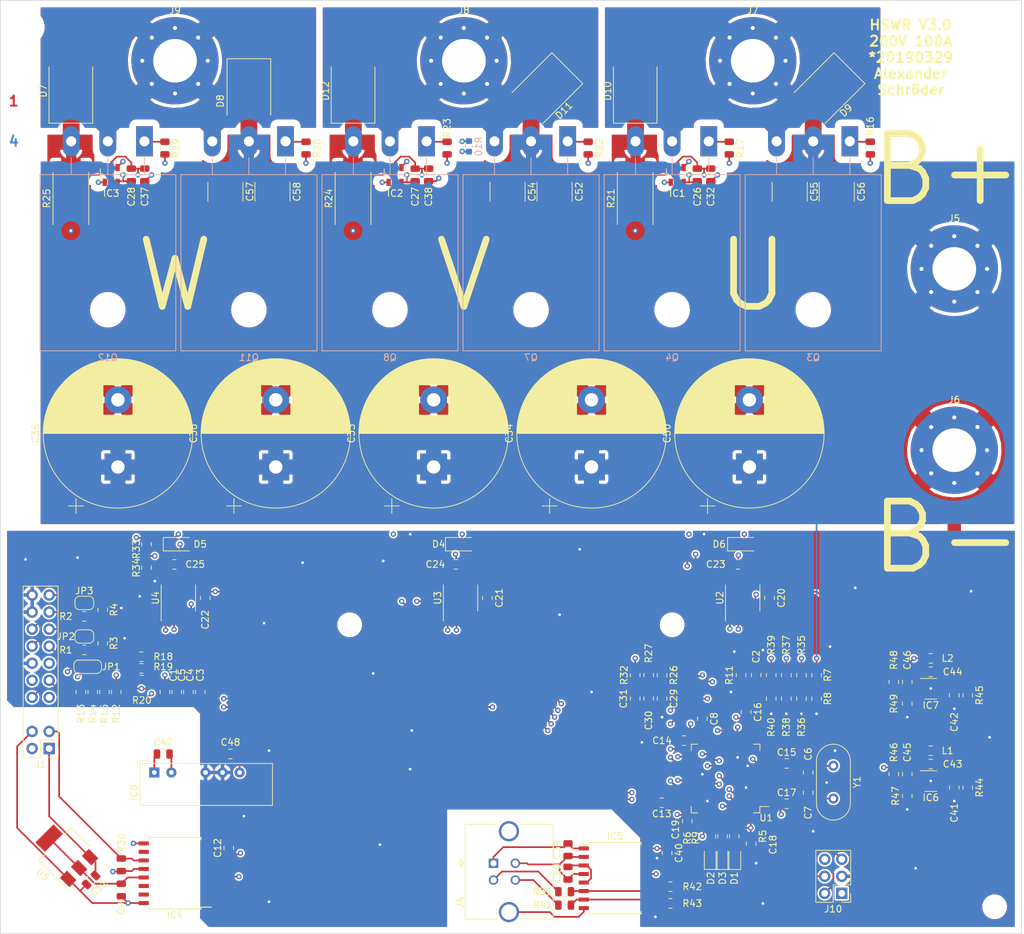
<source format=kicad_pcb>
(kicad_pcb (version 20171130) (host pcbnew "(5.0.2)-1")
  (layers (0 F.Cu signal) (1 GND power) (2 Power1 power) (31 Power2 power) (34 B.Paste user hide) (35 F.Paste user hide) (36 B.SilkS user) (37 F.SilkS user) (38 B.Mask user hide) (39 F.Mask user hide) (44 Edge.Cuts user))
  (net 0 "")
  (net 1 Earth)
  (net 2 +12V)
  (net 3 GND)
  (net 4 /MCU/SERVO)
  (net 5 GNDPWR)
  (net 6 "Net-(C9-Pad1)")
  (net 7 "Net-(C10-Pad2)")
  (net 8 +3V3)
  (net 9 /Filters/TEMP_IN)
  (net 10 /Filters/HALL3_OUT)
  (net 11 /Filters/HALL2_OUT)
  (net 12 /Filters/HALL1_OUT)
  (net 13 NRST)
  (net 14 +5V)
  (net 15 "Net-(D1-Pad2)")
  (net 16 "/CAN bus transceiver/CAN_RX")
  (net 17 "/CAN bus transceiver/CAN_TX")
  (net 18 "/CAN bus transceiver/CANL")
  (net 19 "/CAN bus transceiver/CANH")
  (net 20 +BATT)
  (net 21 SWCLK)
  (net 22 SWDIO)
  (net 23 "Net-(Q3-Pad1)")
  (net 24 "Net-(Q4-Pad1)")
  (net 25 "Net-(Q7-Pad1)")
  (net 26 "Net-(Q8-Pad1)")
  (net 27 "Net-(Q11-Pad1)")
  (net 28 "Net-(Q12-Pad1)")
  (net 29 /MCU/LED_GREEN)
  (net 30 /MCU/LED_RED)
  (net 31 /Filters/HALL3_IN)
  (net 32 /Filters/HALL2_IN)
  (net 33 /Filters/HALL1_IN)
  (net 34 /MCU/SCK_ADC_EXT)
  (net 35 /MCU/MISO_ADC_EXT2)
  (net 36 "Net-(U1-Pad2)")
  (net 37 "Net-(U1-Pad3)")
  (net 38 "Net-(U1-Pad4)")
  (net 39 "Net-(U1-Pad28)")
  (net 40 "Net-(U1-Pad40)")
  (net 41 "Net-(U1-Pad54)")
  (net 42 "Net-(U1-Pad55)")
  (net 43 "Net-(U1-Pad56)")
  (net 44 "/Mosfet driver/U_VS")
  (net 45 "/Mosfet driver/V_VS")
  (net 46 "/Mosfet driver/W_VS")
  (net 47 "/Mosfet driver/U_GL")
  (net 48 "/Mosfet driver/U_GH")
  (net 49 /MCU/TEMP_INT)
  (net 50 "Net-(D3-Pad2)")
  (net 51 /MCU/BUS_U)
  (net 52 "Net-(D2-Pad2)")
  (net 53 "/Mosfet driver/V_GH")
  (net 54 /MCU/U_I)
  (net 55 "Net-(IC1-Pad1)")
  (net 56 "/Mosfet driver/V_GL")
  (net 57 /MCU/W_U)
  (net 58 "/Power MOSFETS/W")
  (net 59 /MCU/V_U)
  (net 60 "/Power MOSFETS/V")
  (net 61 /MCU/U_U)
  (net 62 "/Power MOSFETS/U")
  (net 63 U2_REF)
  (net 64 /MCU/W_I)
  (net 65 "Net-(IC3-Pad1)")
  (net 66 "/Mosfet driver/W_GL")
  (net 67 "/Mosfet driver/W_GH")
  (net 68 "Net-(IC2-Pad1)")
  (net 69 /MCU/V_I)
  (net 70 /MCU/W_PWM_H)
  (net 71 /MCU/W_PWM_L)
  (net 72 "Net-(C25-Pad1)")
  (net 73 "Net-(C24-Pad1)")
  (net 74 /MCU/V_PWM_L)
  (net 75 /MCU/V_PWM_H)
  (net 76 /MCU/U_PWM_H)
  (net 77 /MCU/U_PWM_L)
  (net 78 "Net-(C23-Pad1)")
  (net 79 "Net-(C7-Pad1)")
  (net 80 "Net-(C6-Pad2)")
  (net 81 /MCU/RX_SDA_NSS)
  (net 82 /MCU/TX_SCL_MOSI)
  (net 83 "Net-(U1-Pad25)")
  (net 84 "Net-(C8-Pad1)")
  (net 85 "Net-(U1-Pad33)")
  (net 86 "Net-(C13-Pad1)")
  (net 87 "Net-(U1-Pad53)")
  (net 88 "Net-(U1-Pad57)")
  (net 89 "Net-(J10-Pad6)")
  (net 90 "Net-(J1-Pad14)")
  (net 91 "Net-(J1-Pad17)")
  (net 92 "Net-(J1-Pad13)")
  (net 93 /USB/VBUS)
  (net 94 /USB/Host_D-)
  (net 95 /USB/Host_D+)
  (net 96 /USB/Device_D+)
  (net 97 /USB/Device_D-)
  (net 98 "Net-(IC4-Pad10)")
  (net 99 /MCU/CAN_VSS_SENSE)
  (net 100 "Net-(IC5-Pad10)")
  (net 101 "Net-(IC5-Pad11)")
  (net 102 GNDD)
  (net 103 "Net-(U1-Pad26)")
  (net 104 "Net-(U1-Pad27)")
  (net 105 "Net-(U1-Pad59)")
  (net 106 "Net-(IC7-Pad3)")
  (net 107 "Net-(IC6-Pad3)")
  (net 108 "Net-(IC7-Pad4)")
  (net 109 "Net-(IC6-Pad4)")
  (net 110 "Net-(C44-Pad1)")
  (net 111 "Net-(C44-Pad2)")
  (net 112 "Net-(C43-Pad2)")
  (net 113 "Net-(C43-Pad1)")
  (net 114 +12VA)
  (module Connector_USB:USB_B_TE_5787834_Vertical (layer F.Cu) (at 140 152.52 90)
    (fp_text reference J4 (at -5.8 -4.55 90) (layer F.SilkS))
    (fp_text value USB_B)
    (pad 5 thru_hole circle (at 4.77 2.71 90) (size 3 3) (drill 2.3) (layers *.Cu *.Mask) (net 102 GNDD))
    (pad 4 thru_hole circle (at 0 3.66 90) (size 1.4 1.4) (drill 0.92) (layers *.Cu *.Mask) (net 102 GNDD))
    (pad 3 thru_hole circle (at -2.5 3.66 90) (size 1.4 1.4) (drill 0.92) (layers *.Cu *.Mask) (net 95 /USB/Host_D+))
    (pad 1 thru_hole rect (at 0 0.41 90) (size 1.4 1.4) (drill 0.92) (layers *.Cu *.Mask) (net 93 /USB/VBUS))
    (pad 5 thru_hole circle (at -7.27 2.71 90) (size 3 3) (drill 2.3) (layers *.Cu *.Mask) (net 102 GNDD))
    (pad 2 thru_hole circle (at -2.5 0.41 90) (size 1.4 1.4) (drill 0.92) (layers *.Cu *.Mask) (net 94 /USB/Host_D-))
  )
  (module Converter_DCDC:Converter_DCDC_muRata_NMAxxxxSC_THT (layer F.Cu) (at 89.92 139 90)
    (fp_text reference IC8 (at -3 -3 90) (layer F.SilkS))
    (fp_text value B1212S-2W)
    (pad 1 thru_hole rect (at 0 0 90) (size 1.5 1.5) (drill 0.7) (layers *.Cu *.Mask) (net 114 +12VA))
    (pad 2 thru_hole oval (at 0 2.54 90) (size 1.5 1.5) (drill 0.7) (layers *.Cu *.Mask) (net 1 Earth))
    (pad 4 thru_hole oval (at 0 7.62 90) (size 1.5 1.5) (drill 0.7) (layers *.Cu *.Mask) (net 3 GND))
    (pad 5 thru_hole oval (at 0 10.16 90) (size 1.5 1.5) (drill 0.7) (layers *.Cu *.Mask) (net 3 GND))
    (pad 6 thru_hole oval (at 0 12.7 90) (size 1.5 1.5) (drill 0.7) (layers *.Cu *.Mask) (net 2 +12V))
  )
  (module Capacitor_SMD:C_0805_2012Metric (layer F.Cu) (at 91.25 136.25 180)
    (fp_text reference C47 (at 0 1.75 180) (layer F.SilkS))
    (fp_text value 2u2)
    (pad 2 smd roundrect (at 0.9375 0 180) (size 0.975 1.4) (layers F.Cu F.Paste F.Mask) (net 114 +12VA))
    (pad 1 smd roundrect (at -0.9375 0 180) (size 0.975 1.4) (layers F.Cu F.Paste F.Mask) (net 1 Earth))
  )
  (module Capacitor_SMD:C_0805_2012Metric (layer F.Cu) (at 101.25 136.25 180)
    (fp_text reference C48 (at 0 1.75 180) (layer F.SilkS))
    (fp_text value 2u2)
    (pad 1 smd roundrect (at -0.9375 0 180) (size 0.975 1.4) (layers F.Cu F.Paste F.Mask) (net 2 +12V))
    (pad 2 smd roundrect (at 0.9375 0 180) (size 0.975 1.4) (layers F.Cu F.Paste F.Mask) (net 3 GND))
  )
  (module Capacitor_SMD:C_0805_2012Metric (layer F.Cu) (at 209 141.25 270)
    (fp_text reference C41 (at 3.75 0 270) (layer F.SilkS))
    (fp_text value 22u)
    (pad 2 smd roundrect (at 0.9375 0 270) (size 0.975 1.4) (layers F.Cu F.Paste F.Mask) (net 3 GND))
    (pad 1 smd roundrect (at -0.9375 0 270) (size 0.975 1.4) (layers F.Cu F.Paste F.Mask) (net 2 +12V))
  )
  (module Capacitor_SMD:C_0805_2012Metric (layer F.Cu) (at 205.5 137.75)
    (fp_text reference C43 (at 3.25 0) (layer F.SilkS))
    (fp_text value 100n)
    (pad 1 smd roundrect (at -0.9375 0) (size 0.975 1.4) (layers F.Cu F.Paste F.Mask) (net 113 "Net-(C43-Pad1)"))
    (pad 2 smd roundrect (at 0.9375 0) (size 0.975 1.4) (layers F.Cu F.Paste F.Mask) (net 112 "Net-(C43-Pad2)"))
  )
  (module Capacitor_SMD:C_0805_2012Metric (layer F.Cu) (at 205.5 124)
    (fp_text reference C44 (at 3.25 0) (layer F.SilkS))
    (fp_text value 100n)
    (pad 2 smd roundrect (at 0.9375 0) (size 0.975 1.4) (layers F.Cu F.Paste F.Mask) (net 111 "Net-(C44-Pad2)"))
    (pad 1 smd roundrect (at -0.9375 0) (size 0.975 1.4) (layers F.Cu F.Paste F.Mask) (net 110 "Net-(C44-Pad1)"))
  )
  (module Capacitor_SMD:C_0805_2012Metric (layer F.Cu) (at 202 139.25 270)
    (fp_text reference C45 (at -3.25 0 270) (layer F.SilkS))
    (fp_text value 22u)
    (pad 1 smd roundrect (at -0.9375 0 270) (size 0.975 1.4) (layers F.Cu F.Paste F.Mask) (net 14 +5V))
    (pad 2 smd roundrect (at 0.9375 0 270) (size 0.975 1.4) (layers F.Cu F.Paste F.Mask) (net 3 GND))
  )
  (module Capacitor_SMD:C_0805_2012Metric (layer F.Cu) (at 202 125.5 270)
    (fp_text reference C46 (at -3.25 0 270) (layer F.SilkS))
    (fp_text value 22u)
    (pad 2 smd roundrect (at 0.9375 0 270) (size 0.975 1.4) (layers F.Cu F.Paste F.Mask) (net 3 GND))
    (pad 1 smd roundrect (at -0.9375 0 270) (size 0.975 1.4) (layers F.Cu F.Paste F.Mask) (net 8 +3V3))
  )
  (module Capacitor_SMD:C_0805_2012Metric (layer F.Cu) (at 209 127.5 270)
    (fp_text reference C42 (at 4 0 270) (layer F.SilkS))
    (fp_text value 22u)
    (pad 1 smd roundrect (at -0.9375 0 270) (size 0.975 1.4) (layers F.Cu F.Paste F.Mask) (net 14 +5V))
    (pad 2 smd roundrect (at 0.9375 0 270) (size 0.975 1.4) (layers F.Cu F.Paste F.Mask) (net 3 GND))
  )
  (module Inductor_SMD:L_0805_2012Metric (layer F.Cu) (at 205.5 122)
    (fp_text reference L2 (at 2.5 0) (layer F.SilkS))
    (fp_text value FCI201209F-4R7K)
    (pad 2 smd roundrect (at 0.9375 0) (size 0.975 1.4) (layers F.Cu F.Paste F.Mask) (net 111 "Net-(C44-Pad2)"))
    (pad 1 smd roundrect (at -0.9375 0) (size 0.975 1.4) (layers F.Cu F.Paste F.Mask) (net 8 +3V3))
  )
  (module Inductor_SMD:L_0805_2012Metric (layer F.Cu) (at 205.5 135.75)
    (fp_text reference L1 (at 2.5 0) (layer F.SilkS))
    (fp_text value FCI201209F-4R7K)
    (pad 1 smd roundrect (at -0.9375 0) (size 0.975 1.4) (layers F.Cu F.Paste F.Mask) (net 14 +5V))
    (pad 2 smd roundrect (at 0.9375 0) (size 0.975 1.4) (layers F.Cu F.Paste F.Mask) (net 112 "Net-(C43-Pad2)"))
  )
  (module Package_TO_SOT_SMD:TSOT-23-6 (layer F.Cu) (at 205.5 140.25)
    (fp_text reference IC6 (at 0 2.5) (layer F.SilkS))
    (fp_text value JW5052C)
    (pad 6 smd rect (at 1.31 -0.95) (size 1.22 0.65) (layers F.Cu F.Paste F.Mask) (net 112 "Net-(C43-Pad2)"))
    (pad 5 smd rect (at 1.31 0) (size 1.22 0.65) (layers F.Cu F.Paste F.Mask) (net 2 +12V))
    (pad 4 smd rect (at 1.31 0.95) (size 1.22 0.65) (layers F.Cu F.Paste F.Mask) (net 109 "Net-(IC6-Pad4)"))
    (pad 3 smd rect (at -1.31 0.95) (size 1.22 0.65) (layers F.Cu F.Paste F.Mask) (net 107 "Net-(IC6-Pad3)"))
    (pad 2 smd rect (at -1.31 0) (size 1.22 0.65) (layers F.Cu F.Paste F.Mask) (net 3 GND))
    (pad 1 smd rect (at -1.31 -0.95) (size 1.22 0.65) (layers F.Cu F.Paste F.Mask) (net 113 "Net-(C43-Pad1)"))
  )
  (module Package_TO_SOT_SMD:TSOT-23-6 (layer F.Cu) (at 205.5 126.5)
    (fp_text reference IC7 (at 0 2.5) (layer F.SilkS))
    (fp_text value JW5052C)
    (pad 1 smd rect (at -1.31 -0.95) (size 1.22 0.65) (layers F.Cu F.Paste F.Mask) (net 110 "Net-(C44-Pad1)"))
    (pad 2 smd rect (at -1.31 0) (size 1.22 0.65) (layers F.Cu F.Paste F.Mask) (net 3 GND))
    (pad 3 smd rect (at -1.31 0.95) (size 1.22 0.65) (layers F.Cu F.Paste F.Mask) (net 106 "Net-(IC7-Pad3)"))
    (pad 4 smd rect (at 1.31 0.95) (size 1.22 0.65) (layers F.Cu F.Paste F.Mask) (net 108 "Net-(IC7-Pad4)"))
    (pad 5 smd rect (at 1.31 0) (size 1.22 0.65) (layers F.Cu F.Paste F.Mask) (net 14 +5V))
    (pad 6 smd rect (at 1.31 -0.95) (size 1.22 0.65) (layers F.Cu F.Paste F.Mask) (net 111 "Net-(C44-Pad2)"))
  )
  (module Resistor_SMD:R_0805_2012Metric (layer F.Cu) (at 211 141.25 90)
    (fp_text reference R44 (at 0 1.75 90) (layer F.SilkS))
    (fp_text value 100k)
    (pad 2 smd roundrect (at 0.9375 0 90) (size 0.975 1.4) (layers F.Cu F.Paste F.Mask) (net 2 +12V))
    (pad 1 smd roundrect (at -0.9375 0 90) (size 0.975 1.4) (layers F.Cu F.Paste F.Mask) (net 109 "Net-(IC6-Pad4)"))
  )
  (module Resistor_SMD:R_0805_2012Metric (layer F.Cu) (at 211 127.5 90)
    (fp_text reference R45 (at 0 1.75 90) (layer F.SilkS))
    (fp_text value 100k)
    (pad 1 smd roundrect (at -0.9375 0 90) (size 0.975 1.4) (layers F.Cu F.Paste F.Mask) (net 108 "Net-(IC7-Pad4)"))
    (pad 2 smd roundrect (at 0.9375 0 90) (size 0.975 1.4) (layers F.Cu F.Paste F.Mask) (net 14 +5V))
  )
  (module Resistor_SMD:R_0805_2012Metric (layer F.Cu) (at 200 139.25 270)
    (fp_text reference R46 (at -3.25 0 270) (layer F.SilkS))
    (fp_text value 110k)
    (pad 2 smd roundrect (at 0.9375 0 270) (size 0.975 1.4) (layers F.Cu F.Paste F.Mask) (net 107 "Net-(IC6-Pad3)"))
    (pad 1 smd roundrect (at -0.9375 0 270) (size 0.975 1.4) (layers F.Cu F.Paste F.Mask) (net 14 +5V))
  )
  (module Resistor_SMD:R_0805_2012Metric (layer F.Cu) (at 202 142.5 270)
    (fp_text reference R47 (at 0 1.75 270) (layer F.SilkS))
    (fp_text value 15k)
    (pad 1 smd roundrect (at -0.9375 0 270) (size 0.975 1.4) (layers F.Cu F.Paste F.Mask) (net 107 "Net-(IC6-Pad3)"))
    (pad 2 smd roundrect (at 0.9375 0 270) (size 0.975 1.4) (layers F.Cu F.Paste F.Mask) (net 3 GND))
  )
  (module Resistor_SMD:R_0805_2012Metric (layer F.Cu) (at 200 125.5 270)
    (fp_text reference R48 (at -3.25 0 270) (layer F.SilkS))
    (fp_text value 49k9)
    (pad 2 smd roundrect (at 0.9375 0 270) (size 0.975 1.4) (layers F.Cu F.Paste F.Mask) (net 106 "Net-(IC7-Pad3)"))
    (pad 1 smd roundrect (at -0.9375 0 270) (size 0.975 1.4) (layers F.Cu F.Paste F.Mask) (net 8 +3V3))
  )
  (module Resistor_SMD:R_0805_2012Metric (layer F.Cu) (at 202 128.75 270)
    (fp_text reference R49 (at 0 2 270) (layer F.SilkS))
    (fp_text value 11k)
    (pad 1 smd roundrect (at -0.9375 0 270) (size 0.975 1.4) (layers F.Cu F.Paste F.Mask) (net 106 "Net-(IC7-Pad3)"))
    (pad 2 smd roundrect (at 0.9375 0 270) (size 0.975 1.4) (layers F.Cu F.Paste F.Mask) (net 3 GND))
  )
  (module NetTie:NetTie-2_SMD_Pad2.0mm (layer F.Cu) (at 209 102.5 90)
    (fp_text reference NT1 hide)
    (fp_text value Net-Tie_2)
    (fp_poly (pts (xy -2 -1) (xy 2 -1) (xy 2 1) (xy -2 1)) (layer F.Cu) (width 0))
    (pad 1 smd circle (at -2 0 90) (size 2 2) (layers F.Cu) (net 3 GND))
    (pad 2 smd circle (at 2 0 90) (size 2 2) (layers F.Cu) (net 5 GNDPWR))
  )
  (module Package_QFP:LQFP-64_10x10mm_P0.5mm (layer F.Cu) (at 174.95 139.900001 180)
    (fp_text reference U1 (at -6.05 -5.849999 180) (layer F.SilkS))
    (fp_text value STM32F405RGTx)
    (pad 1 smd roundrect (at -5.675 -3.75 180) (size 1.55 0.3) (layers F.Cu F.Paste F.Mask) (net 8 +3V3))
    (pad 2 smd roundrect (at -5.675 -3.25 180) (size 1.55 0.3) (layers F.Cu F.Paste F.Mask) (net 36 "Net-(U1-Pad2)"))
    (pad 3 smd roundrect (at -5.675 -2.75 180) (size 1.55 0.3) (layers F.Cu F.Paste F.Mask) (net 37 "Net-(U1-Pad3)"))
    (pad 4 smd roundrect (at -5.675 -2.25 180) (size 1.55 0.3) (layers F.Cu F.Paste F.Mask) (net 38 "Net-(U1-Pad4)"))
    (pad 5 smd roundrect (at -5.675 -1.75 180) (size 1.55 0.3) (layers F.Cu F.Paste F.Mask) (net 79 "Net-(C7-Pad1)"))
    (pad 6 smd roundrect (at -5.675 -1.25 180) (size 1.55 0.3) (layers F.Cu F.Paste F.Mask) (net 80 "Net-(C6-Pad2)"))
    (pad 7 smd roundrect (at -5.675 -0.75 180) (size 1.55 0.3) (layers F.Cu F.Paste F.Mask) (net 13 NRST))
    (pad 8 smd roundrect (at -5.675 -0.25 180) (size 1.55 0.3) (layers F.Cu F.Paste F.Mask) (net 54 /MCU/U_I))
    (pad 9 smd roundrect (at -5.675 0.25 180) (size 1.55 0.3) (layers F.Cu F.Paste F.Mask) (net 69 /MCU/V_I))
    (pad 10 smd roundrect (at -5.675 0.75 180) (size 1.55 0.3) (layers F.Cu F.Paste F.Mask) (net 64 /MCU/W_I))
    (pad 11 smd roundrect (at -5.675 1.25 180) (size 1.55 0.3) (layers F.Cu F.Paste F.Mask) (net 51 /MCU/BUS_U))
    (pad 12 smd roundrect (at -5.675 1.75 180) (size 1.55 0.3) (layers F.Cu F.Paste F.Mask) (net 3 GND))
    (pad 13 smd roundrect (at -5.675 2.25 180) (size 1.55 0.3) (layers F.Cu F.Paste F.Mask) (net 8 +3V3))
    (pad 14 smd roundrect (at -5.675 2.75 180) (size 1.55 0.3) (layers F.Cu F.Paste F.Mask) (net 61 /MCU/U_U))
    (pad 15 smd roundrect (at -5.675 3.25 180) (size 1.55 0.3) (layers F.Cu F.Paste F.Mask) (net 59 /MCU/V_U))
    (pad 16 smd roundrect (at -5.675 3.75 180) (size 1.55 0.3) (layers F.Cu F.Paste F.Mask) (net 57 /MCU/W_U))
    (pad 17 smd roundrect (at -3.75 5.675 180) (size 0.3 1.55) (layers F.Cu F.Paste F.Mask) (net 49 /MCU/TEMP_INT))
    (pad 18 smd roundrect (at -3.25 5.675 180) (size 0.3 1.55) (layers F.Cu F.Paste F.Mask) (net 3 GND))
    (pad 19 smd roundrect (at -2.75 5.675 180) (size 0.3 1.55) (layers F.Cu F.Paste F.Mask) (net 8 +3V3))
    (pad 20 smd roundrect (at -2.25 5.675 180) (size 0.3 1.55) (layers F.Cu F.Paste F.Mask) (net 81 /MCU/RX_SDA_NSS))
    (pad 21 smd roundrect (at -1.75 5.675 180) (size 0.3 1.55) (layers F.Cu F.Paste F.Mask) (net 34 /MCU/SCK_ADC_EXT))
    (pad 22 smd roundrect (at -1.25 5.675 180) (size 0.3 1.55) (layers F.Cu F.Paste F.Mask) (net 35 /MCU/MISO_ADC_EXT2))
    (pad 23 smd roundrect (at -0.75 5.675 180) (size 0.3 1.55) (layers F.Cu F.Paste F.Mask) (net 82 /MCU/TX_SCL_MOSI))
    (pad 24 smd roundrect (at -0.25 5.675 180) (size 0.3 1.55) (layers F.Cu F.Paste F.Mask) (net 9 /Filters/TEMP_IN))
    (pad 25 smd roundrect (at 0.25 5.675 180) (size 0.3 1.55) (layers F.Cu F.Paste F.Mask) (net 83 "Net-(U1-Pad25)"))
    (pad 26 smd roundrect (at 0.75 5.675 180) (size 0.3 1.55) (layers F.Cu F.Paste F.Mask) (net 103 "Net-(U1-Pad26)"))
    (pad 27 smd roundrect (at 1.25 5.675 180) (size 0.3 1.55) (layers F.Cu F.Paste F.Mask) (net 104 "Net-(U1-Pad27)"))
    (pad 28 smd roundrect (at 1.75 5.675 180) (size 0.3 1.55) (layers F.Cu F.Paste F.Mask) (net 39 "Net-(U1-Pad28)"))
    (pad 29 smd roundrect (at 2.25 5.675 180) (size 0.3 1.55) (layers F.Cu F.Paste F.Mask) (net 82 /MCU/TX_SCL_MOSI))
    (pad 30 smd roundrect (at 2.75 5.675 180) (size 0.3 1.55) (layers F.Cu F.Paste F.Mask) (net 81 /MCU/RX_SDA_NSS))
    (pad 31 smd roundrect (at 3.25 5.675 180) (size 0.3 1.55) (layers F.Cu F.Paste F.Mask) (net 84 "Net-(C8-Pad1)"))
    (pad 32 smd roundrect (at 3.75 5.675 180) (size 0.3 1.55) (layers F.Cu F.Paste F.Mask) (net 8 +3V3))
    (pad 33 smd roundrect (at 5.675 3.75 180) (size 1.55 0.3) (layers F.Cu F.Paste F.Mask) (net 85 "Net-(U1-Pad33)"))
    (pad 34 smd roundrect (at 5.675 3.25 180) (size 1.55 0.3) (layers F.Cu F.Paste F.Mask) (net 77 /MCU/U_PWM_L))
    (pad 35 smd roundrect (at 5.675 2.75 180) (size 1.55 0.3) (layers F.Cu F.Paste F.Mask) (net 74 /MCU/V_PWM_L))
    (pad 36 smd roundrect (at 5.675 2.25 180) (size 1.55 0.3) (layers F.Cu F.Paste F.Mask) (net 71 /MCU/W_PWM_L))
    (pad 37 smd roundrect (at 5.675 1.75 180) (size 1.55 0.3) (layers F.Cu F.Paste F.Mask) (net 10 /Filters/HALL3_OUT))
    (pad 38 smd roundrect (at 5.675 1.25 180) (size 1.55 0.3) (layers F.Cu F.Paste F.Mask) (net 11 /Filters/HALL2_OUT))
    (pad 39 smd roundrect (at 5.675 0.75 180) (size 1.55 0.3) (layers F.Cu F.Paste F.Mask) (net 12 /Filters/HALL1_OUT))
    (pad 40 smd roundrect (at 5.675 0.25 180) (size 1.55 0.3) (layers F.Cu F.Paste F.Mask) (net 40 "Net-(U1-Pad40)"))
    (pad 41 smd roundrect (at 5.675 -0.25 180) (size 1.55 0.3) (layers F.Cu F.Paste F.Mask) (net 76 /MCU/U_PWM_H))
    (pad 42 smd roundrect (at 5.675 -0.75 180) (size 1.55 0.3) (layers F.Cu F.Paste F.Mask) (net 75 /MCU/V_PWM_H))
    (pad 43 smd roundrect (at 5.675 -1.25 180) (size 1.55 0.3) (layers F.Cu F.Paste F.Mask) (net 70 /MCU/W_PWM_H))
    (pad 44 smd roundrect (at 5.675 -1.75 180) (size 1.55 0.3) (layers F.Cu F.Paste F.Mask) (net 97 /USB/Device_D-))
    (pad 45 smd roundrect (at 5.675 -2.25 180) (size 1.55 0.3) (layers F.Cu F.Paste F.Mask) (net 96 /USB/Device_D+))
    (pad 46 smd roundrect (at 5.675 -2.75 180) (size 1.55 0.3) (layers F.Cu F.Paste F.Mask) (net 22 SWDIO))
    (pad 47 smd roundrect (at 5.675 -3.25 180) (size 1.55 0.3) (layers F.Cu F.Paste F.Mask) (net 86 "Net-(C13-Pad1)"))
    (pad 48 smd roundrect (at 5.675 -3.75 180) (size 1.55 0.3) (layers F.Cu F.Paste F.Mask) (net 8 +3V3))
    (pad 49 smd roundrect (at 3.75 -5.675 180) (size 0.3 1.55) (layers F.Cu F.Paste F.Mask) (net 21 SWCLK))
    (pad 50 smd roundrect (at 3.25 -5.675 180) (size 0.3 1.55) (layers F.Cu F.Paste F.Mask) (net 99 /MCU/CAN_VSS_SENSE))
    (pad 51 smd roundrect (at 2.75 -5.675 180) (size 0.3 1.55) (layers F.Cu F.Paste F.Mask) (net 29 /MCU/LED_GREEN))
    (pad 52 smd roundrect (at 2.25 -5.675 180) (size 0.3 1.55) (layers F.Cu F.Paste F.Mask) (net 30 /MCU/LED_RED))
    (pad 53 smd roundrect (at 1.75 -5.675 180) (size 0.3 1.55) (layers F.Cu F.Paste F.Mask) (net 87 "Net-(U1-Pad53)"))
    (pad 54 smd roundrect (at 1.25 -5.675 180) (size 0.3 1.55) (layers F.Cu F.Paste F.Mask) (net 41 "Net-(U1-Pad54)"))
    (pad 55 smd roundrect (at 0.75 -5.675 180) (size 0.3 1.55) (layers F.Cu F.Paste F.Mask) (net 42 "Net-(U1-Pad55)"))
    (pad 56 smd roundrect (at 0.25 -5.675 180) (size 0.3 1.55) (layers F.Cu F.Paste F.Mask) (net 43 "Net-(U1-Pad56)"))
    (pad 57 smd roundrect (at -0.25 -5.675 180) (size 0.3 1.55) (layers F.Cu F.Paste F.Mask) (net 88 "Net-(U1-Pad57)"))
    (pad 58 smd roundrect (at -0.75 -5.675 180) (size 0.3 1.55) (layers F.Cu F.Paste F.Mask) (net 4 /MCU/SERVO))
    (pad 59 smd roundrect (at -1.25 -5.675 180) (size 0.3 1.55) (layers F.Cu F.Paste F.Mask) (net 105 "Net-(U1-Pad59)"))
    (pad 60 smd roundrect (at -1.75 -5.675 180) (size 0.3 1.55) (layers F.Cu F.Paste F.Mask) (net 3 GND))
    (pad 61 smd roundrect (at -2.25 -5.675 180) (size 0.3 1.55) (layers F.Cu F.Paste F.Mask) (net 16 "/CAN bus transceiver/CAN_RX"))
    (pad 62 smd roundrect (at -2.75 -5.675 180) (size 0.3 1.55) (layers F.Cu F.Paste F.Mask) (net 17 "/CAN bus transceiver/CAN_TX"))
    (pad 63 smd roundrect (at -3.25 -5.675 180) (size 0.3 1.55) (layers F.Cu F.Paste F.Mask) (net 3 GND))
    (pad 64 smd roundrect (at -3.75 -5.675 180) (size 0.3 1.55) (layers F.Cu F.Paste F.Mask) (net 8 +3V3))
  )
  (module Resistor_SMD:R_0805_2012Metric (layer F.Cu) (at 151 156.75 180)
    (fp_text reference R31 (at 3.25 0 180) (layer F.SilkS))
    (fp_text value 22R)
    (pad 2 smd roundrect (at 0.9375 0 180) (size 0.975 1.4) (layers F.Cu F.Paste F.Mask) (net 94 /USB/Host_D-))
    (pad 1 smd roundrect (at -0.9375 0 180) (size 0.975 1.4) (layers F.Cu F.Paste F.Mask) (net 101 "Net-(IC5-Pad11)"))
  )
  (module Resistor_SMD:R_0805_2012Metric (layer F.Cu) (at 166.75 158.5)
    (fp_text reference R43 (at 3.25 0) (layer F.SilkS))
    (fp_text value 22R)
    (pad 1 smd roundrect (at -0.9375 0) (size 0.975 1.4) (layers F.Cu F.Paste F.Mask) (net 100 "Net-(IC5-Pad10)"))
    (pad 2 smd roundrect (at 0.9375 0) (size 0.975 1.4) (layers F.Cu F.Paste F.Mask) (net 96 /USB/Device_D+))
  )
  (module Capacitor_SMD:C_0805_2012Metric (layer F.Cu) (at 151.5 150.5 90)
    (fp_text reference C39 (at 0 -1.65 90) (layer F.SilkS))
    (fp_text value 100n)
    (pad 2 smd roundrect (at 0.9375 0 90) (size 0.975 1.4) (layers F.Cu F.Paste F.Mask) (net 93 /USB/VBUS))
    (pad 1 smd roundrect (at -0.9375 0 90) (size 0.975 1.4) (layers F.Cu F.Paste F.Mask) (net 102 GNDD))
  )
  (module Capacitor_SMD:C_0805_2012Metric (layer F.Cu) (at 166.25 151 90)
    (fp_text reference C40 (at 0 1.75 90) (layer F.SilkS))
    (fp_text value 100n)
    (pad 1 smd roundrect (at -0.9375 0 90) (size 0.975 1.4) (layers F.Cu F.Paste F.Mask) (net 3 GND))
    (pad 2 smd roundrect (at 0.9375 0 90) (size 0.975 1.4) (layers F.Cu F.Paste F.Mask) (net 8 +3V3))
  )
  (module Package_SO:SOIC-16W_7.5x10.3mm_P1.27mm (layer F.Cu) (at 93 154 180)
    (fp_text reference IC4 (at 0 -6.25 180) (layer F.SilkS))
    (fp_text value ADUM3054)
    (pad 16 smd rect (at 4.65 -4.445 180) (size 1.5 0.6) (layers F.Cu F.Paste F.Mask) (net 1 Earth))
    (pad 15 smd rect (at 4.65 -3.175 180) (size 1.5 0.6) (layers F.Cu F.Paste F.Mask))
    (pad 14 smd rect (at 4.65 -1.905 180) (size 1.5 0.6) (layers F.Cu F.Paste F.Mask))
    (pad 13 smd rect (at 4.65 -0.635 180) (size 1.5 0.6) (layers F.Cu F.Paste F.Mask) (net 6 "Net-(C9-Pad1)"))
    (pad 12 smd rect (at 4.65 0.635 180) (size 1.5 0.6) (layers F.Cu F.Paste F.Mask) (net 19 "/CAN bus transceiver/CANH"))
    (pad 11 smd rect (at 4.65 1.905 180) (size 1.5 0.6) (layers F.Cu F.Paste F.Mask) (net 18 "/CAN bus transceiver/CANL"))
    (pad 10 smd rect (at 4.65 3.175 180) (size 1.5 0.6) (layers F.Cu F.Paste F.Mask) (net 98 "Net-(IC4-Pad10)"))
    (pad 9 smd rect (at 4.65 4.445 180) (size 1.5 0.6) (layers F.Cu F.Paste F.Mask) (net 1 Earth))
    (pad 8 smd rect (at -4.65 4.445 180) (size 1.5 0.6) (layers F.Cu F.Paste F.Mask) (net 3 GND))
    (pad 7 smd rect (at -4.65 3.175 180) (size 1.5 0.6) (layers F.Cu F.Paste F.Mask) (net 8 +3V3))
    (pad 6 smd rect (at -4.65 1.905 180) (size 1.5 0.6) (layers F.Cu F.Paste F.Mask) (net 17 "/CAN bus transceiver/CAN_TX"))
    (pad 5 smd rect (at -4.65 0.635 180) (size 1.5 0.6) (layers F.Cu F.Paste F.Mask) (net 16 "/CAN bus transceiver/CAN_RX"))
    (pad 4 smd rect (at -4.65 -0.635 180) (size 1.5 0.6) (layers F.Cu F.Paste F.Mask) (net 99 /MCU/CAN_VSS_SENSE))
    (pad 3 smd rect (at -4.65 -1.905 180) (size 1.5 0.6) (layers F.Cu F.Paste F.Mask) (net 3 GND))
    (pad 2 smd rect (at -4.65 -3.175 180) (size 1.5 0.6) (layers F.Cu F.Paste F.Mask) (net 3 GND))
    (pad 1 smd rect (at -4.65 -4.445 180) (size 1.5 0.6) (layers F.Cu F.Paste F.Mask))
  )
  (module Package_SO:SOIC-16W_7.5x10.3mm_P1.27mm (layer F.Cu) (at 158.5 154.75)
    (fp_text reference IC5 (at 0 -6.25) (layer F.SilkS))
    (fp_text value ADuM4160)
    (pad 1 smd rect (at -4.65 -4.445) (size 1.5 0.6) (layers F.Cu F.Paste F.Mask) (net 93 /USB/VBUS))
    (pad 2 smd rect (at -4.65 -3.175) (size 1.5 0.6) (layers F.Cu F.Paste F.Mask) (net 102 GNDD))
    (pad 3 smd rect (at -4.65 -1.905) (size 1.5 0.6) (layers F.Cu F.Paste F.Mask) (net 7 "Net-(C10-Pad2)"))
    (pad 4 smd rect (at -4.65 -0.635) (size 1.5 0.6) (layers F.Cu F.Paste F.Mask) (net 102 GNDD))
    (pad 5 smd rect (at -4.65 0.635) (size 1.5 0.6) (layers F.Cu F.Paste F.Mask) (net 7 "Net-(C10-Pad2)"))
    (pad 6 smd rect (at -4.65 1.905) (size 1.5 0.6) (layers F.Cu F.Paste F.Mask) (net 101 "Net-(IC5-Pad11)"))
    (pad 7 smd rect (at -4.65 3.175) (size 1.5 0.6) (layers F.Cu F.Paste F.Mask) (net 100 "Net-(IC5-Pad10)"))
    (pad 8 smd rect (at -4.65 4.445) (size 1.5 0.6) (layers F.Cu F.Paste F.Mask) (net 102 GNDD))
    (pad 9 smd rect (at 4.65 4.445) (size 1.5 0.6) (layers F.Cu F.Paste F.Mask) (net 3 GND))
    (pad 10 smd rect (at 4.65 3.175) (size 1.5 0.6) (layers F.Cu F.Paste F.Mask) (net 100 "Net-(IC5-Pad10)"))
    (pad 11 smd rect (at 4.65 1.905) (size 1.5 0.6) (layers F.Cu F.Paste F.Mask) (net 101 "Net-(IC5-Pad11)"))
    (pad 12 smd rect (at 4.65 0.635) (size 1.5 0.6) (layers F.Cu F.Paste F.Mask) (net 8 +3V3))
    (pad 13 smd rect (at 4.65 -0.635) (size 1.5 0.6) (layers F.Cu F.Paste F.Mask) (net 8 +3V3))
    (pad 14 smd rect (at 4.65 -1.905) (size 1.5 0.6) (layers F.Cu F.Paste F.Mask) (net 8 +3V3))
    (pad 15 smd rect (at 4.65 -3.175) (size 1.5 0.6) (layers F.Cu F.Paste F.Mask) (net 3 GND))
    (pad 16 smd rect (at 4.65 -4.445) (size 1.5 0.6) (layers F.Cu F.Paste F.Mask) (net 8 +3V3))
  )
  (module Package_TO_SOT_SMD:SOT-223-3_TabPin2 (layer F.Cu) (at 76.5 151 135)
    (fp_text reference U5 (at 0 -4.5 135) (layer F.SilkS))
    (fp_text value AP1117-50)
    (pad 2 smd rect (at 3.149999 0 135) (size 2 3.8) (layers F.Cu F.Paste F.Mask) (net 6 "Net-(C9-Pad1)"))
    (pad 2 smd rect (at -3.149999 0 135) (size 2 1.5) (layers F.Cu F.Paste F.Mask) (net 6 "Net-(C9-Pad1)"))
    (pad 3 smd rect (at -3.15 2.3 135) (size 2 1.5) (layers F.Cu F.Paste F.Mask) (net 114 +12VA))
    (pad 1 smd rect (at -3.15 -2.3 135) (size 2 1.5) (layers F.Cu F.Paste F.Mask) (net 1 Earth))
  )
  (module Auktora:PinHeader_2x10_P2.54mm_Vertical (layer F.Cu) (at 74.27 135.43 180)
    (fp_text reference J1 (at 1.27 -2.33 180) (layer F.SilkS))
    (fp_text value IO)
    (pad 1 thru_hole rect (at 0 0 180) (size 1.7 1.7) (drill 1) (layers *.Cu *.Mask) (net 114 +12VA))
    (pad 2 thru_hole oval (at 2.54 0 180) (size 1.7 1.7) (drill 1) (layers *.Cu *.Mask) (net 19 "/CAN bus transceiver/CANH"))
    (pad 3 thru_hole oval (at 0 2.54 180) (size 1.7 1.7) (drill 1) (layers *.Cu *.Mask) (net 18 "/CAN bus transceiver/CANL"))
    (pad 4 thru_hole oval (at 2.54 2.54 180) (size 1.7 1.7) (drill 1) (layers *.Cu *.Mask) (net 1 Earth))
    (pad 7 thru_hole oval (at 0 7.62 180) (size 1.7 1.7) (drill 1) (layers *.Cu *.Mask) (net 14 +5V))
    (pad 8 thru_hole oval (at 2.54 7.62 180) (size 1.7 1.7) (drill 1) (layers *.Cu *.Mask) (net 31 /Filters/HALL3_IN))
    (pad 9 thru_hole oval (at 0 10.16 180) (size 1.7 1.7) (drill 1) (layers *.Cu *.Mask) (net 32 /Filters/HALL2_IN))
    (pad 10 thru_hole oval (at 2.54 10.16 180) (size 1.7 1.7) (drill 1) (layers *.Cu *.Mask) (net 33 /Filters/HALL1_IN))
    (pad 11 thru_hole oval (at 0 12.7 180) (size 1.7 1.7) (drill 1) (layers *.Cu *.Mask) (net 9 /Filters/TEMP_IN))
    (pad 12 thru_hole oval (at 2.54 12.7 180) (size 1.7 1.7) (drill 1) (layers *.Cu *.Mask) (net 3 GND))
    (pad 13 thru_hole oval (at 0 15.24 180) (size 1.7 1.7) (drill 1) (layers *.Cu *.Mask) (net 92 "Net-(J1-Pad13)"))
    (pad 14 thru_hole oval (at 2.54 15.24 180) (size 1.7 1.7) (drill 1) (layers *.Cu *.Mask) (net 90 "Net-(J1-Pad14)"))
    (pad 15 thru_hole oval (at 0 17.78 180) (size 1.7 1.7) (drill 1) (layers *.Cu *.Mask) (net 81 /MCU/RX_SDA_NSS))
    (pad 16 thru_hole oval (at 2.54 17.78 180) (size 1.7 1.7) (drill 1) (layers *.Cu *.Mask) (net 82 /MCU/TX_SCL_MOSI))
    (pad 17 thru_hole oval (at 0 20.32 180) (size 1.7 1.7) (drill 1) (layers *.Cu *.Mask) (net 91 "Net-(J1-Pad17)"))
    (pad 18 thru_hole oval (at 2.54 20.32 180) (size 1.7 1.7) (drill 1) (layers *.Cu *.Mask) (net 3 GND))
    (pad 19 thru_hole oval (at 0 22.86 180) (size 1.7 1.7) (drill 1) (layers *.Cu *.Mask) (net 4 /MCU/SERVO))
    (pad 20 thru_hole oval (at 2.54 22.86 180) (size 1.7 1.7) (drill 1) (layers *.Cu *.Mask) (net 3 GND))
  )
  (module Resistor_SMD:R_0805_2012Metric (layer F.Cu) (at 151 158.75)
    (fp_text reference R41 (at -3.25 0) (layer F.SilkS))
    (fp_text value 22R)
    (pad 2 smd roundrect (at 0.9375 0) (size 0.975 1.4) (layers F.Cu F.Paste F.Mask) (net 100 "Net-(IC5-Pad10)"))
    (pad 1 smd roundrect (at -0.9375 0) (size 0.975 1.4) (layers F.Cu F.Paste F.Mask) (net 95 /USB/Host_D+))
  )
  (module Resistor_SMD:R_0805_2012Metric (layer F.Cu) (at 166.75 156 180)
    (fp_text reference R42 (at -3.25 0 180) (layer F.SilkS))
    (fp_text value 22R)
    (pad 1 smd roundrect (at -0.9375 0 180) (size 0.975 1.4) (layers F.Cu F.Paste F.Mask) (net 97 /USB/Device_D-))
    (pad 2 smd roundrect (at 0.9375 0 180) (size 0.975 1.4) (layers F.Cu F.Paste F.Mask) (net 101 "Net-(IC5-Pad11)"))
  )
  (module MountingHole:MountingHole_3.2mm_M3 (layer F.Cu) (at 167 117)
    (fp_text reference REF** hide)
    (fp_text value MountingHole_3.2mm_M3)
    (pad 1 np_thru_hole circle (at 0 0) (size 3.2 3.2) (drill 3.2) (layers *.Cu *.Mask))
  )
  (module MountingHole:MountingHole_3.2mm_M3 (layer F.Cu) (at 119 117)
    (fp_text reference REF** hide)
    (fp_text value MountingHole_3.2mm_M3)
    (pad 1 np_thru_hole circle (at 0 0) (size 3.2 3.2) (drill 3.2) (layers *.Cu *.Mask))
  )
  (module MountingHole:MountingHole_3.2mm_M3 (layer F.Cu) (at 71 159)
    (fp_text reference REF** hide)
    (fp_text value MountingHole_3.2mm_M3)
    (pad 1 np_thru_hole circle (at 0 0) (size 3.2 3.2) (drill 3.2) (layers *.Cu *.Mask))
  )
  (module MountingHole:MountingHole_3.2mm_M3 (layer F.Cu) (at 215 159)
    (fp_text reference REF** hide)
    (fp_text value MountingHole_3.2mm_M3)
    (pad 1 np_thru_hole circle (at 0 0) (size 3.2 3.2) (drill 3.2) (layers *.Cu *.Mask))
  )
  (module MountingHole:MountingHole_3.2mm_M3 (layer F.Cu) (at 215 28)
    (fp_text reference REF** hide)
    (fp_text value MountingHole_3.2mm_M3)
    (pad 1 np_thru_hole circle (at 0 0) (size 3.2 3.2) (drill 3.2) (layers *.Cu *.Mask))
  )
  (module Capacitor_SMD:C_0805_2012Metric (layer F.Cu) (at 88.5 50 270)
    (fp_text reference C37 (at 3.25 0 270) (layer F.SilkS))
    (fp_text value 100n)
    (pad 2 smd roundrect (at 0.9375 0 270) (size 0.975 1.4) (layers F.Cu F.Paste F.Mask) (net 63 U2_REF))
    (pad 1 smd roundrect (at -0.9375 0 270) (size 0.975 1.4) (layers F.Cu F.Paste F.Mask) (net 3 GND))
  )
  (module Capacitor_SMD:C_0805_2012Metric (layer F.Cu) (at 130.75 50 270)
    (fp_text reference C38 (at 3.25 0 270) (layer F.SilkS))
    (fp_text value 100n)
    (pad 1 smd roundrect (at -0.9375 0 270) (size 0.975 1.4) (layers F.Cu F.Paste F.Mask) (net 3 GND))
    (pad 2 smd roundrect (at 0.9375 0 270) (size 0.975 1.4) (layers F.Cu F.Paste F.Mask) (net 63 U2_REF))
  )
  (module Diode_SMD:D_SMC (layer F.Cu) (at 190 37.5 225)
    (fp_text reference D9 (at 0 -4.1 225) (layer F.SilkS))
    (fp_text value FR6J-TP)
    (pad 2 smd rect (at 3.4 0 315) (size 3.3 2.5) (layers F.Cu F.Paste F.Mask) (net 20 +BATT))
    (pad 1 smd rect (at -3.4 0 315) (size 3.3 2.5) (layers F.Cu F.Paste F.Mask) (net 62 "/Power MOSFETS/U"))
  )
  (module Diode_SMD:D_SMC (layer F.Cu) (at 161.5 37.5 90)
    (fp_text reference D10 (at 0 -4.1 90) (layer F.SilkS))
    (fp_text value FR6J-TP)
    (pad 1 smd rect (at -3.4 0 180) (size 3.3 2.5) (layers F.Cu F.Paste F.Mask) (net 44 "/Mosfet driver/U_VS"))
    (pad 2 smd rect (at 3.4 0 180) (size 3.3 2.5) (layers F.Cu F.Paste F.Mask) (net 62 "/Power MOSFETS/U"))
  )
  (module Diode_SMD:D_SMC (layer F.Cu) (at 119.5 37.5 90)
    (fp_text reference D12 (at 0 -4.1 90) (layer F.SilkS))
    (fp_text value FR6J-TP)
    (pad 2 smd rect (at 3.4 0 180) (size 3.3 2.5) (layers F.Cu F.Paste F.Mask) (net 60 "/Power MOSFETS/V"))
    (pad 1 smd rect (at -3.4 0 180) (size 3.3 2.5) (layers F.Cu F.Paste F.Mask) (net 45 "/Mosfet driver/V_VS"))
  )
  (module Diode_SMD:D_SMC (layer F.Cu) (at 148 37.5 225)
    (fp_text reference D11 (at 0 -4.1 225) (layer F.SilkS))
    (fp_text value FR6J-TP)
    (pad 1 smd rect (at -3.4 0 315) (size 3.3 2.5) (layers F.Cu F.Paste F.Mask) (net 60 "/Power MOSFETS/V"))
    (pad 2 smd rect (at 3.4 0 315) (size 3.3 2.5) (layers F.Cu F.Paste F.Mask) (net 20 +BATT))
  )
  (module Diode_SMD:D_SMC (layer F.Cu) (at 77.5 37.5 90)
    (fp_text reference D7 (at 0 -4.1 90) (layer F.SilkS))
    (fp_text value FR6J-TP)
    (pad 2 smd rect (at 3.4 0 180) (size 3.3 2.5) (layers F.Cu F.Paste F.Mask) (net 58 "/Power MOSFETS/W"))
    (pad 1 smd rect (at -3.4 0 180) (size 3.3 2.5) (layers F.Cu F.Paste F.Mask) (net 46 "/Mosfet driver/W_VS"))
  )
  (module Diode_SMD:D_SMC (layer F.Cu) (at 104 37.5 270)
    (fp_text reference D8 (at 1.5 4.25 270) (layer F.SilkS))
    (fp_text value FR6J-TP)
    (pad 1 smd rect (at -3.4 0) (size 3.3 2.5) (layers F.Cu F.Paste F.Mask) (net 58 "/Power MOSFETS/W"))
    (pad 2 smd rect (at 3.4 0) (size 3.3 2.5) (layers F.Cu F.Paste F.Mask) (net 20 +BATT))
  )
  (module Diode_SMD:D_SOD-123 (layer F.Cu) (at 135.5 105)
    (fp_text reference D4 (at -3.25 0) (layer F.SilkS))
    (fp_text value RFN2L4S)
    (pad 1 smd rect (at -1.65 0) (size 0.9 1.2) (layers F.Cu F.Paste F.Mask) (net 73 "Net-(C24-Pad1)"))
    (pad 2 smd rect (at 1.65 0) (size 0.9 1.2) (layers F.Cu F.Paste F.Mask) (net 2 +12V))
  )
  (module Diode_SMD:D_SOD-123 (layer F.Cu) (at 177.5 105)
    (fp_text reference D6 (at -3.5 0) (layer F.SilkS))
    (fp_text value RFN2L4S)
    (pad 2 smd rect (at 1.65 0) (size 0.9 1.2) (layers F.Cu F.Paste F.Mask) (net 2 +12V))
    (pad 1 smd rect (at -1.65 0) (size 0.9 1.2) (layers F.Cu F.Paste F.Mask) (net 78 "Net-(C23-Pad1)"))
  )
  (module Diode_SMD:D_SOD-123 (layer F.Cu) (at 93.5 105)
    (fp_text reference D5 (at 3.25 0) (layer F.SilkS))
    (fp_text value RFN2L4S)
    (pad 1 smd rect (at -1.65 0) (size 0.9 1.2) (layers F.Cu F.Paste F.Mask) (net 72 "Net-(C25-Pad1)"))
    (pad 2 smd rect (at 1.65 0) (size 0.9 1.2) (layers F.Cu F.Paste F.Mask) (net 2 +12V))
  )
  (module Capacitor_THT:CP_Radial_D22.0mm_P10.00mm_SnapIn (layer F.Cu) (at 108 93.5 90)
    (fp_text reference C36 (at 5 -12.25 90) (layer F.SilkS))
    (fp_text value "330u 250V")
    (pad 2 thru_hole circle (at 10 0 90) (size 4 4) (drill 2) (layers *.Cu *.Mask) (net 5 GNDPWR))
    (pad 1 thru_hole rect (at 0 0 90) (size 4 4) (drill 2) (layers *.Cu *.Mask) (net 20 +BATT))
  )
  (module Capacitor_THT:CP_Radial_D22.0mm_P10.00mm_SnapIn (layer F.Cu) (at 84.5 93.5 90)
    (fp_text reference C35 (at 5 -12.25 90) (layer F.SilkS))
    (fp_text value "330u 250V")
    (pad 1 thru_hole rect (at 0 0 90) (size 4 4) (drill 2) (layers *.Cu *.Mask) (net 20 +BATT))
    (pad 2 thru_hole circle (at 10 0 90) (size 4 4) (drill 2) (layers *.Cu *.Mask) (net 5 GNDPWR))
  )
  (module Capacitor_THT:CP_Radial_D22.0mm_P10.00mm_SnapIn (layer F.Cu) (at 155 93.5 90)
    (fp_text reference C34 (at 5 -12.25 90) (layer F.SilkS))
    (fp_text value "330u 250V")
    (pad 2 thru_hole circle (at 10 0 90) (size 4 4) (drill 2) (layers *.Cu *.Mask) (net 5 GNDPWR))
    (pad 1 thru_hole rect (at 0 0 90) (size 4 4) (drill 2) (layers *.Cu *.Mask) (net 20 +BATT))
  )
  (module Capacitor_THT:CP_Radial_D22.0mm_P10.00mm_SnapIn (layer F.Cu) (at 131.5 93.5 90)
    (fp_text reference C33 (at 5 -12.25 90) (layer F.SilkS))
    (fp_text value "330u 250V")
    (pad 1 thru_hole rect (at 0 0 90) (size 4 4) (drill 2) (layers *.Cu *.Mask) (net 20 +BATT))
    (pad 2 thru_hole circle (at 10 0 90) (size 4 4) (drill 2) (layers *.Cu *.Mask) (net 5 GNDPWR))
  )
  (module Capacitor_SMD:C_0805_2012Metric (layer F.Cu) (at 168.75 134.25 180)
    (fp_text reference C14 (at 3.25 0 180) (layer F.SilkS))
    (fp_text value 1u)
    (pad 2 smd roundrect (at 0.9375 0 180) (size 0.975 1.4) (layers F.Cu F.Paste F.Mask) (net 3 GND))
    (pad 1 smd roundrect (at -0.9375 0 180) (size 0.975 1.4) (layers F.Cu F.Paste F.Mask) (net 8 +3V3))
  )
  (module Capacitor_SMD:C_0805_2012Metric (layer F.Cu) (at 184.05 137.65)
    (fp_text reference C15 (at 0 -1.65) (layer F.SilkS))
    (fp_text value 1u)
    (pad 1 smd roundrect (at -0.9375 0) (size 0.975 1.4) (layers F.Cu F.Paste F.Mask) (net 8 +3V3))
    (pad 2 smd roundrect (at 0.9375 0) (size 0.975 1.4) (layers F.Cu F.Paste F.Mask) (net 3 GND))
  )
  (module Capacitor_SMD:C_0805_2012Metric (layer F.Cu) (at 91.5 127 270)
    (fp_text reference C1 (at -2.5 -1.25 270) (layer F.SilkS))
    (fp_text value 4n7)
    (pad 2 smd roundrect (at 0.9375 0 270) (size 0.975 1.4) (layers F.Cu F.Paste F.Mask) (net 3 GND))
    (pad 1 smd roundrect (at -0.9375 0 270) (size 0.975 1.4) (layers F.Cu F.Paste F.Mask) (net 9 /Filters/TEMP_IN))
  )
  (module Capacitor_SMD:C_0805_2012Metric (layer F.Cu) (at 178 130 90)
    (fp_text reference C16 (at 0 1.75 90) (layer F.SilkS))
    (fp_text value 1u)
    (pad 1 smd roundrect (at -0.9375 0 90) (size 0.975 1.4) (layers F.Cu F.Paste F.Mask) (net 8 +3V3))
    (pad 2 smd roundrect (at 0.9375 0 90) (size 0.975 1.4) (layers F.Cu F.Paste F.Mask) (net 3 GND))
  )
  (module Capacitor_SMD:C_0805_2012Metric (layer F.Cu) (at 184.05 143.65)
    (fp_text reference C17 (at 0 -1.65) (layer F.SilkS))
    (fp_text value 1u)
    (pad 2 smd roundrect (at 0.9375 0) (size 0.975 1.4) (layers F.Cu F.Paste F.Mask) (net 3 GND))
    (pad 1 smd roundrect (at -0.9375 0) (size 0.975 1.4) (layers F.Cu F.Paste F.Mask) (net 8 +3V3))
  )
  (module Capacitor_SMD:C_0805_2012Metric (layer F.Cu) (at 171.5 131 90)
    (fp_text reference C8 (at 0 1.75 90) (layer F.SilkS))
    (fp_text value 1u)
    (pad 1 smd roundrect (at -0.9375 0 90) (size 0.975 1.4) (layers F.Cu F.Paste F.Mask) (net 84 "Net-(C8-Pad1)"))
    (pad 2 smd roundrect (at 0.9375 0 90) (size 0.975 1.4) (layers F.Cu F.Paste F.Mask) (net 3 GND))
  )
  (module Capacitor_SMD:C_2220_5650Metric (layer F.Cu) (at 100.5 52.5 270)
    (fp_text reference C57 (at 0 -3.65 270) (layer F.SilkS))
    (fp_text value "2u2 250V")
    (pad 2 smd roundrect (at 2.55 0 270) (size 1.8 5.4) (layers F.Cu F.Paste F.Mask) (roundrect_rratio 0.138889) (net 5 GNDPWR))
    (pad 1 smd roundrect (at -2.55 0 270) (size 1.8 5.4) (layers F.Cu F.Paste F.Mask) (roundrect_rratio 0.138889) (net 20 +BATT))
  )
  (module Capacitor_SMD:C_2220_5650Metric (layer F.Cu) (at 191.5 52.5 270)
    (fp_text reference C56 (at 0 -3.65 270) (layer F.SilkS))
    (fp_text value "2u2 250V")
    (pad 1 smd roundrect (at -2.55 0 270) (size 1.8 5.4) (layers F.Cu F.Paste F.Mask) (roundrect_rratio 0.138889) (net 20 +BATT))
    (pad 2 smd roundrect (at 2.55 0 270) (size 1.8 5.4) (layers F.Cu F.Paste F.Mask) (roundrect_rratio 0.138889) (net 5 GNDPWR))
  )
  (module Capacitor_SMD:C_2220_5650Metric (layer F.Cu) (at 149.5 52.5 270)
    (fp_text reference C52 (at 0 -3.65 270) (layer F.SilkS))
    (fp_text value "2u2 250V")
    (pad 2 smd roundrect (at 2.55 0 270) (size 1.8 5.4) (layers F.Cu F.Paste F.Mask) (roundrect_rratio 0.138889) (net 5 GNDPWR))
    (pad 1 smd roundrect (at -2.55 0 270) (size 1.8 5.4) (layers F.Cu F.Paste F.Mask) (roundrect_rratio 0.138889) (net 20 +BATT))
  )
  (module Capacitor_SMD:C_2220_5650Metric (layer F.Cu) (at 107.5 52.5 270)
    (fp_text reference C58 (at 0 -3.65 270) (layer F.SilkS))
    (fp_text value "2u2 250V")
    (pad 1 smd roundrect (at -2.55 0 270) (size 1.8 5.4) (layers F.Cu F.Paste F.Mask) (roundrect_rratio 0.138889) (net 20 +BATT))
    (pad 2 smd roundrect (at 2.55 0 270) (size 1.8 5.4) (layers F.Cu F.Paste F.Mask) (roundrect_rratio 0.138889) (net 5 GNDPWR))
  )
  (module Capacitor_SMD:C_2220_5650Metric (layer F.Cu) (at 184.5 52.5 270)
    (fp_text reference C55 (at 0 -3.65 270) (layer F.SilkS))
    (fp_text value "2u2 250V")
    (pad 2 smd roundrect (at 2.55 0 270) (size 1.8 5.4) (layers F.Cu F.Paste F.Mask) (roundrect_rratio 0.138889) (net 5 GNDPWR))
    (pad 1 smd roundrect (at -2.55 0 270) (size 1.8 5.4) (layers F.Cu F.Paste F.Mask) (roundrect_rratio 0.138889) (net 20 +BATT))
  )
  (module Capacitor_SMD:C_2220_5650Metric (layer F.Cu) (at 142.5 52.5 270)
    (fp_text reference C54 (at 0 -3.65 270) (layer F.SilkS))
    (fp_text value "2u2 250V")
    (pad 1 smd roundrect (at -2.55 0 270) (size 1.8 5.4) (layers F.Cu F.Paste F.Mask) (roundrect_rratio 0.138889) (net 20 +BATT))
    (pad 2 smd roundrect (at 2.55 0 270) (size 1.8 5.4) (layers F.Cu F.Paste F.Mask) (roundrect_rratio 0.138889) (net 5 GNDPWR))
  )
  (module Capacitor_THT:CP_Radial_D22.0mm_P10.00mm_SnapIn (layer F.Cu) (at 178.5 93.5 90)
    (fp_text reference C50 (at 5 -12.25 90) (layer F.SilkS))
    (fp_text value "330u 250V")
    (pad 2 thru_hole circle (at 10 0 90) (size 4 4) (drill 2) (layers *.Cu *.Mask) (net 5 GNDPWR))
    (pad 1 thru_hole rect (at 0 0 90) (size 4 4) (drill 2) (layers *.Cu *.Mask) (net 20 +BATT))
  )
  (module Package_SO:SO-8_3.9x4.9mm_P1.27mm (layer F.Cu) (at 177.5 113 90)
    (fp_text reference U2 (at 0 -3.4 90) (layer F.SilkS))
    (fp_text value IRS2186)
    (pad 1 smd roundrect (at -2.575 -1.905 90) (size 1.75 0.6) (layers F.Cu F.Paste F.Mask) (net 76 /MCU/U_PWM_H))
    (pad 2 smd roundrect (at -2.575 -0.635 90) (size 1.75 0.6) (layers F.Cu F.Paste F.Mask) (net 77 /MCU/U_PWM_L))
    (pad 3 smd roundrect (at -2.575 0.635 90) (size 1.75 0.6) (layers F.Cu F.Paste F.Mask) (net 3 GND))
    (pad 4 smd roundrect (at -2.575 1.905 90) (size 1.75 0.6) (layers F.Cu F.Paste F.Mask) (net 47 "/Mosfet driver/U_GL"))
    (pad 5 smd roundrect (at 2.575 1.905 90) (size 1.75 0.6) (layers F.Cu F.Paste F.Mask) (net 2 +12V))
    (pad 6 smd roundrect (at 2.575 0.635 90) (size 1.75 0.6) (layers F.Cu F.Paste F.Mask) (net 62 "/Power MOSFETS/U"))
    (pad 7 smd roundrect (at 2.575 -0.635 90) (size 1.75 0.6) (layers F.Cu F.Paste F.Mask) (net 48 "/Mosfet driver/U_GH"))
    (pad 8 smd roundrect (at 2.575 -1.905 90) (size 1.75 0.6) (layers F.Cu F.Paste F.Mask) (net 78 "Net-(C23-Pad1)"))
  )
  (module Package_SO:SO-8_3.9x4.9mm_P1.27mm (layer F.Cu) (at 135.5 113 90)
    (fp_text reference U3 (at 0 -3.4 90) (layer F.SilkS))
    (fp_text value IRS2186)
    (pad 8 smd roundrect (at 2.575 -1.905 90) (size 1.75 0.6) (layers F.Cu F.Paste F.Mask) (net 73 "Net-(C24-Pad1)"))
    (pad 7 smd roundrect (at 2.575 -0.635 90) (size 1.75 0.6) (layers F.Cu F.Paste F.Mask) (net 53 "/Mosfet driver/V_GH"))
    (pad 6 smd roundrect (at 2.575 0.635 90) (size 1.75 0.6) (layers F.Cu F.Paste F.Mask) (net 60 "/Power MOSFETS/V"))
    (pad 5 smd roundrect (at 2.575 1.905 90) (size 1.75 0.6) (layers F.Cu F.Paste F.Mask) (net 2 +12V))
    (pad 4 smd roundrect (at -2.575 1.905 90) (size 1.75 0.6) (layers F.Cu F.Paste F.Mask) (net 56 "/Mosfet driver/V_GL"))
    (pad 3 smd roundrect (at -2.575 0.635 90) (size 1.75 0.6) (layers F.Cu F.Paste F.Mask) (net 3 GND))
    (pad 2 smd roundrect (at -2.575 -0.635 90) (size 1.75 0.6) (layers F.Cu F.Paste F.Mask) (net 74 /MCU/V_PWM_L))
    (pad 1 smd roundrect (at -2.575 -1.905 90) (size 1.75 0.6) (layers F.Cu F.Paste F.Mask) (net 75 /MCU/V_PWM_H))
  )
  (module Package_SO:SO-8_3.9x4.9mm_P1.27mm (layer F.Cu) (at 93.5 113 90)
    (fp_text reference U4 (at 0 -3.4 90) (layer F.SilkS))
    (fp_text value IRS2186)
    (pad 1 smd roundrect (at -2.575 -1.905 90) (size 1.75 0.6) (layers F.Cu F.Paste F.Mask) (net 70 /MCU/W_PWM_H))
    (pad 2 smd roundrect (at -2.575 -0.635 90) (size 1.75 0.6) (layers F.Cu F.Paste F.Mask) (net 71 /MCU/W_PWM_L))
    (pad 3 smd roundrect (at -2.575 0.635 90) (size 1.75 0.6) (layers F.Cu F.Paste F.Mask) (net 3 GND))
    (pad 4 smd roundrect (at -2.575 1.905 90) (size 1.75 0.6) (layers F.Cu F.Paste F.Mask) (net 66 "/Mosfet driver/W_GL"))
    (pad 5 smd roundrect (at 2.575 1.905 90) (size 1.75 0.6) (layers F.Cu F.Paste F.Mask) (net 2 +12V))
    (pad 6 smd roundrect (at 2.575 0.635 90) (size 1.75 0.6) (layers F.Cu F.Paste F.Mask) (net 58 "/Power MOSFETS/W"))
    (pad 7 smd roundrect (at 2.575 -0.635 90) (size 1.75 0.6) (layers F.Cu F.Paste F.Mask) (net 67 "/Mosfet driver/W_GH"))
    (pad 8 smd roundrect (at 2.575 -1.905 90) (size 1.75 0.6) (layers F.Cu F.Paste F.Mask) (net 72 "Net-(C25-Pad1)"))
  )
  (module Package_TO_SOT_SMD:SOT-23-6 (layer F.Cu) (at 125.75 50 270)
    (fp_text reference IC2 (at 2.75 0) (layer F.SilkS))
    (fp_text value INA181)
    (pad 5 smd rect (at 1.1 0 270) (size 1.06 0.65) (layers F.Cu F.Paste F.Mask) (net 63 U2_REF))
    (pad 6 smd rect (at 1.1 -0.95 270) (size 1.06 0.65) (layers F.Cu F.Paste F.Mask) (net 8 +3V3))
    (pad 4 smd rect (at 1.1 0.95 270) (size 1.06 0.65) (layers F.Cu F.Paste F.Mask) (net 5 GNDPWR))
    (pad 3 smd rect (at -1.1 0.95 270) (size 1.06 0.65) (layers F.Cu F.Paste F.Mask) (net 45 "/Mosfet driver/V_VS"))
    (pad 2 smd rect (at -1.1 0 270) (size 1.06 0.65) (layers F.Cu F.Paste F.Mask) (net 3 GND))
    (pad 1 smd rect (at -1.1 -0.95 270) (size 1.06 0.65) (layers F.Cu F.Paste F.Mask) (net 68 "Net-(IC2-Pad1)"))
  )
  (module Package_TO_SOT_SMD:SOT-23-6 (layer F.Cu) (at 167.75 50 270)
    (fp_text reference IC1 (at 2.75 0) (layer F.SilkS))
    (fp_text value INA181)
    (pad 1 smd rect (at -1.1 -0.95 270) (size 1.06 0.65) (layers F.Cu F.Paste F.Mask) (net 55 "Net-(IC1-Pad1)"))
    (pad 2 smd rect (at -1.1 0 270) (size 1.06 0.65) (layers F.Cu F.Paste F.Mask) (net 3 GND))
    (pad 3 smd rect (at -1.1 0.95 270) (size 1.06 0.65) (layers F.Cu F.Paste F.Mask) (net 44 "/Mosfet driver/U_VS"))
    (pad 4 smd rect (at 1.1 0.95 270) (size 1.06 0.65) (layers F.Cu F.Paste F.Mask) (net 5 GNDPWR))
    (pad 6 smd rect (at 1.1 -0.95 270) (size 1.06 0.65) (layers F.Cu F.Paste F.Mask) (net 8 +3V3))
    (pad 5 smd rect (at 1.1 0 270) (size 1.06 0.65) (layers F.Cu F.Paste F.Mask) (net 63 U2_REF))
  )
  (module Package_TO_SOT_THT:TO-264-3_Horizontal_TabUp (layer Power2) (at 172.45 45 180)
    (fp_text reference Q4 (at 5.45 -32.2 180) (layer B.SilkS) (effects (justify mirror)))
    (fp_text value IXFK300N20X3)
    (pad 3 thru_hole oval (at 10.9 0 180) (size 2.5 4.5) (drill 1.5) (layers *.Cu *.Mask) (net 44 "/Mosfet driver/U_VS"))
    (pad 2 thru_hole oval (at 5.45 0 180) (size 2.5 4.5) (drill 1.5) (layers *.Cu *.Mask) (net 62 "/Power MOSFETS/U"))
    (pad 1 thru_hole rect (at 0 0 180) (size 2.5 4.5) (drill 1.5) (layers *.Cu *.Mask) (net 24 "Net-(Q4-Pad1)"))
    (pad "" np_thru_hole oval (at 5.45 -25.08 180) (size 3.3 3.3) (drill 3.3) (layers *.Cu *.Mask))
  )
  (module Package_TO_SOT_THT:TO-264-3_Horizontal_TabUp (layer Power2) (at 130.45 45 180)
    (fp_text reference Q8 (at 5.45 -32.2 180) (layer B.SilkS) (effects (justify mirror)))
    (fp_text value IXFK300N20X3)
    (pad "" np_thru_hole oval (at 5.45 -25.08 180) (size 3.3 3.3) (drill 3.3) (layers *.Cu *.Mask))
    (pad 1 thru_hole rect (at 0 0 180) (size 2.5 4.5) (drill 1.5) (layers *.Cu *.Mask) (net 26 "Net-(Q8-Pad1)"))
    (pad 2 thru_hole oval (at 5.45 0 180) (size 2.5 4.5) (drill 1.5) (layers *.Cu *.Mask) (net 60 "/Power MOSFETS/V"))
    (pad 3 thru_hole oval (at 10.9 0 180) (size 2.5 4.5) (drill 1.5) (layers *.Cu *.Mask) (net 45 "/Mosfet driver/V_VS"))
  )
  (module Package_TO_SOT_THT:TO-264-3_Horizontal_TabUp (layer Power2) (at 151.45 45 180)
    (fp_text reference Q7 (at 5.45 -32.2 180) (layer B.SilkS) (effects (justify mirror)))
    (fp_text value IXFK300N20X3)
    (pad 3 thru_hole oval (at 10.9 0 180) (size 2.5 4.5) (drill 1.5) (layers *.Cu *.Mask) (net 60 "/Power MOSFETS/V"))
    (pad 2 thru_hole oval (at 5.45 0 180) (size 2.5 4.5) (drill 1.5) (layers *.Cu *.Mask) (net 20 +BATT))
    (pad 1 thru_hole rect (at 0 0 180) (size 2.5 4.5) (drill 1.5) (layers *.Cu *.Mask) (net 25 "Net-(Q7-Pad1)"))
    (pad "" np_thru_hole oval (at 5.45 -25.08 180) (size 3.3 3.3) (drill 3.3) (layers *.Cu *.Mask))
  )
  (module Package_TO_SOT_THT:TO-264-3_Horizontal_TabUp (layer Power2) (at 88.45 45 180)
    (fp_text reference Q12 (at 5.45 -32.2 180) (layer B.SilkS) (effects (justify mirror)))
    (fp_text value IXFK300N20X3)
    (pad "" np_thru_hole oval (at 5.45 -25.08 180) (size 3.3 3.3) (drill 3.3) (layers *.Cu *.Mask))
    (pad 1 thru_hole rect (at 0 0 180) (size 2.5 4.5) (drill 1.5) (layers *.Cu *.Mask) (net 28 "Net-(Q12-Pad1)"))
    (pad 2 thru_hole oval (at 5.45 0 180) (size 2.5 4.5) (drill 1.5) (layers *.Cu *.Mask) (net 58 "/Power MOSFETS/W"))
    (pad 3 thru_hole oval (at 10.9 0 180) (size 2.5 4.5) (drill 1.5) (layers *.Cu *.Mask) (net 46 "/Mosfet driver/W_VS"))
  )
  (module Package_TO_SOT_THT:TO-264-3_Horizontal_TabUp (layer Power2) (at 109.45 45 180)
    (fp_text reference Q11 (at 5.45 -32.2 180) (layer B.SilkS) (effects (justify mirror)))
    (fp_text value IXFK300N20X3)
    (pad 3 thru_hole oval (at 10.9 0 180) (size 2.5 4.5) (drill 1.5) (layers *.Cu *.Mask) (net 58 "/Power MOSFETS/W"))
    (pad 2 thru_hole oval (at 5.45 0 180) (size 2.5 4.5) (drill 1.5) (layers *.Cu *.Mask) (net 20 +BATT))
    (pad 1 thru_hole rect (at 0 0 180) (size 2.5 4.5) (drill 1.5) (layers *.Cu *.Mask) (net 27 "Net-(Q11-Pad1)"))
    (pad "" np_thru_hole oval (at 5.45 -25.08 180) (size 3.3 3.3) (drill 3.3) (layers *.Cu *.Mask))
  )
  (module Package_TO_SOT_THT:TO-264-3_Horizontal_TabUp (layer Power2) (at 193.45 45 180)
    (fp_text reference Q3 (at 5.45 -32.2 180) (layer B.SilkS) (effects (justify mirror)))
    (fp_text value IXFK300N20X3)
    (pad "" np_thru_hole oval (at 5.45 -25.08 180) (size 3.3 3.3) (drill 3.3) (layers *.Cu *.Mask))
    (pad 1 thru_hole rect (at 0 0 180) (size 2.5 4.5) (drill 1.5) (layers *.Cu *.Mask) (net 23 "Net-(Q3-Pad1)"))
    (pad 2 thru_hole oval (at 5.45 0 180) (size 2.5 4.5) (drill 1.5) (layers *.Cu *.Mask) (net 20 +BATT))
    (pad 3 thru_hole oval (at 10.9 0 180) (size 2.5 4.5) (drill 1.5) (layers *.Cu *.Mask) (net 62 "/Power MOSFETS/U"))
  )
  (module Resistor_SMD:R_0603_1608Metric (layer Power2) (at 136.75 45.75 90)
    (fp_text reference R10 (at 0 1.43 90) (layer B.SilkS) (effects (justify mirror)))
    (fp_text value NTC)
    (pad 1 smd roundrect (at -0.7875 0 90) (size 0.875 0.95) (layers Power2 B.Paste B.Mask) (net 49 /MCU/TEMP_INT))
    (pad 2 smd roundrect (at 0.7875 0 90) (size 0.875 0.95) (layers Power2 B.Paste B.Mask) (net 8 +3V3))
  )
  (module Resistor_SMD:R_0805_2012Metric (layer F.Cu) (at 88.75 108.5 270)
    (fp_text reference R34 (at 0 1.5 270) (layer F.SilkS))
    (fp_text value "1k 0.1%")
    (pad 2 smd roundrect (at 0.9375 0 270) (size 0.975 1.4) (layers F.Cu F.Paste F.Mask) (net 3 GND))
    (pad 1 smd roundrect (at -0.9375 0 270) (size 0.975 1.4) (layers F.Cu F.Paste F.Mask) (net 63 U2_REF))
  )
  (module Resistor_SMD:R_0805_2012Metric (layer F.Cu) (at 79.5 115.75 180)
    (fp_text reference R2 (at 2.75 0 180) (layer F.SilkS))
    (fp_text value 1k)
    (pad 1 smd roundrect (at -0.9375 0 180) (size 0.975 1.4) (layers F.Cu F.Paste F.Mask) (net 35 /MCU/MISO_ADC_EXT2))
    (pad 2 smd roundrect (at 0.9375 0 180) (size 0.975 1.4) (layers F.Cu F.Paste F.Mask) (net 91 "Net-(J1-Pad17)"))
  )
  (module Resistor_SMD:R_0805_2012Metric (layer F.Cu) (at 163.5 124.5 90)
    (fp_text reference R27 (at 3.25 0 90) (layer F.SilkS))
    (fp_text value 470R)
    (pad 2 smd roundrect (at 0.9375 0 90) (size 0.975 1.4) (layers F.Cu F.Paste F.Mask) (net 68 "Net-(IC2-Pad1)"))
    (pad 1 smd roundrect (at -0.9375 0 90) (size 0.975 1.4) (layers F.Cu F.Paste F.Mask) (net 69 /MCU/V_I))
  )
  (module Resistor_SMD:R_0805_2012Metric (layer F.Cu) (at 112.5 46 270)
    (fp_text reference R28 (at 0 -1.65 270) (layer F.SilkS))
    (fp_text value 1R)
    (pad 1 smd roundrect (at -0.9375 0 270) (size 0.975 1.4) (layers F.Cu F.Paste F.Mask) (net 27 "Net-(Q11-Pad1)"))
    (pad 2 smd roundrect (at 0.9375 0 270) (size 0.975 1.4) (layers F.Cu F.Paste F.Mask) (net 67 "/Mosfet driver/W_GH"))
  )
  (module Resistor_SMD:R_0805_2012Metric (layer F.Cu) (at 91.5 46 270)
    (fp_text reference R29 (at 0 -1.65 270) (layer F.SilkS))
    (fp_text value 1R)
    (pad 2 smd roundrect (at 0.9375 0 270) (size 0.975 1.4) (layers F.Cu F.Paste F.Mask) (net 66 "/Mosfet driver/W_GL"))
    (pad 1 smd roundrect (at -0.9375 0 270) (size 0.975 1.4) (layers F.Cu F.Paste F.Mask) (net 28 "Net-(Q12-Pad1)"))
  )
  (module Resistor_SMD:R_0805_2012Metric (layer F.Cu) (at 85 152.75 90)
    (fp_text reference R30 (at 3.25 0 90) (layer F.SilkS))
    (fp_text value 120R)
    (pad 1 smd roundrect (at -0.9375 0 90) (size 0.975 1.4) (layers F.Cu F.Paste F.Mask) (net 19 "/CAN bus transceiver/CANH"))
    (pad 2 smd roundrect (at 0.9375 0 90) (size 0.975 1.4) (layers F.Cu F.Paste F.Mask) (net 18 "/CAN bus transceiver/CANL"))
  )
  (module Resistor_SMD:R_0805_2012Metric (layer F.Cu) (at 161.5 124.5 90)
    (fp_text reference R32 (at 0 -1.65 90) (layer F.SilkS))
    (fp_text value 470R)
    (pad 1 smd roundrect (at -0.9375 0 90) (size 0.975 1.4) (layers F.Cu F.Paste F.Mask) (net 64 /MCU/W_I))
    (pad 2 smd roundrect (at 0.9375 0 90) (size 0.975 1.4) (layers F.Cu F.Paste F.Mask) (net 65 "Net-(IC3-Pad1)"))
  )
  (module Resistor_SMD:R_0805_2012Metric (layer F.Cu) (at 88.75 105 270)
    (fp_text reference R33 (at 0.75 1.5 270) (layer F.SilkS))
    (fp_text value "1k 0.1%")
    (pad 2 smd roundrect (at 0.9375 0 270) (size 0.975 1.4) (layers F.Cu F.Paste F.Mask) (net 63 U2_REF))
    (pad 1 smd roundrect (at -0.9375 0 270) (size 0.975 1.4) (layers F.Cu F.Paste F.Mask) (net 8 +3V3))
  )
  (module Resistor_SMD:R_0805_2012Metric (layer F.Cu) (at 186.25 124.5 270)
    (fp_text reference R35 (at -4.5 0 270) (layer F.SilkS))
    (fp_text value "300k 0.1%")
    (pad 1 smd roundrect (at -0.9375 0 270) (size 0.975 1.4) (layers F.Cu F.Paste F.Mask) (net 62 "/Power MOSFETS/U"))
    (pad 2 smd roundrect (at 0.9375 0 270) (size 0.975 1.4) (layers F.Cu F.Paste F.Mask) (net 61 /MCU/U_U))
  )
  (module Resistor_SMD:R_0805_2012Metric (layer F.Cu) (at 186.25 128 270)
    (fp_text reference R36 (at 4.25 0 270) (layer F.SilkS))
    (fp_text value "4k7 0.1%")
    (pad 2 smd roundrect (at 0.9375 0 270) (size 0.975 1.4) (layers F.Cu F.Paste F.Mask) (net 3 GND))
    (pad 1 smd roundrect (at -0.9375 0 270) (size 0.975 1.4) (layers F.Cu F.Paste F.Mask) (net 61 /MCU/U_U))
  )
  (module Resistor_SMD:R_0805_2012Metric (layer F.Cu) (at 184 124.5 270)
    (fp_text reference R37 (at -4.5 0 270) (layer F.SilkS))
    (fp_text value "300k 0.1%")
    (pad 1 smd roundrect (at -0.9375 0 270) (size 0.975 1.4) (layers F.Cu F.Paste F.Mask) (net 60 "/Power MOSFETS/V"))
    (pad 2 smd roundrect (at 0.9375 0 270) (size 0.975 1.4) (layers F.Cu F.Paste F.Mask) (net 59 /MCU/V_U))
  )
  (module Resistor_SMD:R_0805_2012Metric (layer F.Cu) (at 184 128 270)
    (fp_text reference R38 (at 4.25 0 270) (layer F.SilkS))
    (fp_text value "4k7 0.1%")
    (pad 2 smd roundrect (at 0.9375 0 270) (size 0.975 1.4) (layers F.Cu F.Paste F.Mask) (net 3 GND))
    (pad 1 smd roundrect (at -0.9375 0 270) (size 0.975 1.4) (layers F.Cu F.Paste F.Mask) (net 59 /MCU/V_U))
  )
  (module Resistor_SMD:R_0805_2012Metric (layer F.Cu) (at 181.75 124.5 270)
    (fp_text reference R39 (at -4.5 0 270) (layer F.SilkS))
    (fp_text value "300k 0.1%")
    (pad 1 smd roundrect (at -0.9375 0 270) (size 0.975 1.4) (layers F.Cu F.Paste F.Mask) (net 58 "/Power MOSFETS/W"))
    (pad 2 smd roundrect (at 0.9375 0 270) (size 0.975 1.4) (layers F.Cu F.Paste F.Mask) (net 57 /MCU/W_U))
  )
  (module Resistor_SMD:R_0805_2012Metric (layer F.Cu) (at 181.75 128 270)
    (fp_text reference R40 (at 4.25 0 270) (layer F.SilkS))
    (fp_text value "4k7 0.1%")
    (pad 2 smd roundrect (at 0.9375 0 270) (size 0.975 1.4) (layers F.Cu F.Paste F.Mask) (net 3 GND))
    (pad 1 smd roundrect (at -0.9375 0 270) (size 0.975 1.4) (layers F.Cu F.Paste F.Mask) (net 57 /MCU/W_U))
  )
  (module Resistor_SMD:R_0805_2012Metric (layer F.Cu) (at 133.5 46 270)
    (fp_text reference R23 (at -3 0 270) (layer F.SilkS))
    (fp_text value 1R)
    (pad 1 smd roundrect (at -0.9375 0 270) (size 0.975 1.4) (layers F.Cu F.Paste F.Mask) (net 26 "Net-(Q8-Pad1)"))
    (pad 2 smd roundrect (at 0.9375 0 270) (size 0.975 1.4) (layers F.Cu F.Paste F.Mask) (net 56 "/Mosfet driver/V_GL"))
  )
  (module Resistor_SMD:R_0805_2012Metric (layer F.Cu) (at 84.25 127 270)
    (fp_text reference R12 (at 3.25 0 270) (layer F.SilkS))
    (fp_text value 10k)
    (pad 2 smd roundrect (at 0.9375 0 270) (size 0.975 1.4) (layers F.Cu F.Paste F.Mask) (net 8 +3V3))
    (pad 1 smd roundrect (at -0.9375 0 270) (size 0.975 1.4) (layers F.Cu F.Paste F.Mask) (net 9 /Filters/TEMP_IN))
  )
  (module Resistor_SMD:R_0805_2012Metric (layer F.Cu) (at 165.5 124.5 90)
    (fp_text reference R26 (at 0 1.75 90) (layer F.SilkS))
    (fp_text value 470R)
    (pad 1 smd roundrect (at -0.9375 0 90) (size 0.975 1.4) (layers F.Cu F.Paste F.Mask) (net 54 /MCU/U_I))
    (pad 2 smd roundrect (at 0.9375 0 90) (size 0.975 1.4) (layers F.Cu F.Paste F.Mask) (net 55 "Net-(IC1-Pad1)"))
  )
  (module Resistor_SMD:R_0805_2012Metric (layer F.Cu) (at 154.5 46 270)
    (fp_text reference R22 (at 0 -1.65 270) (layer F.SilkS))
    (fp_text value 1R)
    (pad 2 smd roundrect (at 0.9375 0 270) (size 0.975 1.4) (layers F.Cu F.Paste F.Mask) (net 53 "/Mosfet driver/V_GH"))
    (pad 1 smd roundrect (at -0.9375 0 270) (size 0.975 1.4) (layers F.Cu F.Paste F.Mask) (net 25 "Net-(Q7-Pad1)"))
  )
  (module Resistor_SMD:R_0805_2012Metric (layer F.Cu) (at 82.25 119.75 270)
    (fp_text reference R3 (at 0 -1.65 270) (layer F.SilkS))
    (fp_text value 1k5)
    (pad 1 smd roundrect (at -0.9375 0 270) (size 0.975 1.4) (layers F.Cu F.Paste F.Mask) (net 3 GND))
    (pad 2 smd roundrect (at 0.9375 0 270) (size 0.975 1.4) (layers F.Cu F.Paste F.Mask) (net 34 /MCU/SCK_ADC_EXT))
  )
  (module Resistor_SMD:R_0805_2012Metric (layer F.Cu) (at 79.5 120.75 180)
    (fp_text reference R1 (at 2.75 0 180) (layer F.SilkS))
    (fp_text value 1k)
    (pad 2 smd roundrect (at 0.9375 0 180) (size 0.975 1.4) (layers F.Cu F.Paste F.Mask) (net 90 "Net-(J1-Pad14)"))
    (pad 1 smd roundrect (at -0.9375 0 180) (size 0.975 1.4) (layers F.Cu F.Paste F.Mask) (net 34 /MCU/SCK_ADC_EXT))
  )
  (module Capacitor_SMD:C_0805_2012Metric (layer F.Cu) (at 178.75 149.6 270)
    (fp_text reference C18 (at 0.15 -3.25 270) (layer F.SilkS))
    (fp_text value 1u)
    (pad 1 smd roundrect (at -0.9375 0 270) (size 0.975 1.4) (layers F.Cu F.Paste F.Mask) (net 8 +3V3))
    (pad 2 smd roundrect (at 0.9375 0 270) (size 0.975 1.4) (layers F.Cu F.Paste F.Mask) (net 3 GND))
  )
  (module Capacitor_SMD:C_0805_2012Metric (layer F.Cu) (at 181.5 113 90)
    (fp_text reference C20 (at 0 1.75 90) (layer F.SilkS))
    (fp_text value 1u)
    (pad 2 smd roundrect (at 0.9375 0 90) (size 0.975 1.4) (layers F.Cu F.Paste F.Mask) (net 2 +12V))
    (pad 1 smd roundrect (at -0.9375 0 90) (size 0.975 1.4) (layers F.Cu F.Paste F.Mask) (net 3 GND))
  )
  (module Capacitor_SMD:C_0805_2012Metric (layer F.Cu) (at 92.9 108)
    (fp_text reference C25 (at 3.1 0) (layer F.SilkS))
    (fp_text value 1u)
    (pad 2 smd roundrect (at 0.9375 0) (size 0.975 1.4) (layers F.Cu F.Paste F.Mask) (net 58 "/Power MOSFETS/W"))
    (pad 1 smd roundrect (at -0.9375 0) (size 0.975 1.4) (layers F.Cu F.Paste F.Mask) (net 72 "Net-(C25-Pad1)"))
  )
  (module Capacitor_SMD:C_0805_2012Metric (layer F.Cu) (at 170.75 50 270)
    (fp_text reference C26 (at 3.25 0 270) (layer F.SilkS))
    (fp_text value 1u)
    (pad 1 smd roundrect (at -0.9375 0 270) (size 0.975 1.4) (layers F.Cu F.Paste F.Mask) (net 3 GND))
    (pad 2 smd roundrect (at 0.9375 0 270) (size 0.975 1.4) (layers F.Cu F.Paste F.Mask) (net 8 +3V3))
  )
  (module Capacitor_SMD:C_0805_2012Metric (layer F.Cu) (at 128.75 50 270)
    (fp_text reference C27 (at 3.25 0 270) (layer F.SilkS))
    (fp_text value 1u)
    (pad 2 smd roundrect (at 0.9375 0 270) (size 0.975 1.4) (layers F.Cu F.Paste F.Mask) (net 8 +3V3))
    (pad 1 smd roundrect (at -0.9375 0 270) (size 0.975 1.4) (layers F.Cu F.Paste F.Mask) (net 3 GND))
  )
  (module Capacitor_SMD:C_0805_2012Metric (layer F.Cu) (at 86.5 50 270)
    (fp_text reference C28 (at 3.25 0 270) (layer F.SilkS))
    (fp_text value 1u)
    (pad 1 smd roundrect (at -0.9375 0 270) (size 0.975 1.4) (layers F.Cu F.Paste F.Mask) (net 3 GND))
    (pad 2 smd roundrect (at 0.9375 0 270) (size 0.975 1.4) (layers F.Cu F.Paste F.Mask) (net 8 +3V3))
  )
  (module Capacitor_SMD:C_0805_2012Metric (layer F.Cu) (at 163.5 128 270)
    (fp_text reference C30 (at 3.25 0 270) (layer F.SilkS))
    (fp_text value 4n7)
    (pad 2 smd roundrect (at 0.9375 0 270) (size 0.975 1.4) (layers F.Cu F.Paste F.Mask) (net 3 GND))
    (pad 1 smd roundrect (at -0.9375 0 270) (size 0.975 1.4) (layers F.Cu F.Paste F.Mask) (net 69 /MCU/V_I))
  )
  (module Capacitor_SMD:C_0805_2012Metric (layer F.Cu) (at 161.5 128 270)
    (fp_text reference C31 (at 0 1.75 270) (layer F.SilkS))
    (fp_text value 4n7)
    (pad 1 smd roundrect (at -0.9375 0 270) (size 0.975 1.4) (layers F.Cu F.Paste F.Mask) (net 64 /MCU/W_I))
    (pad 2 smd roundrect (at 0.9375 0 270) (size 0.975 1.4) (layers F.Cu F.Paste F.Mask) (net 3 GND))
  )
  (module Capacitor_SMD:C_0805_2012Metric (layer F.Cu) (at 172.75 50 270)
    (fp_text reference C32 (at 3.25 0 270) (layer F.SilkS))
    (fp_text value 100n)
    (pad 2 smd roundrect (at 0.9375 0 270) (size 0.975 1.4) (layers F.Cu F.Paste F.Mask) (net 63 U2_REF))
    (pad 1 smd roundrect (at -0.9375 0 270) (size 0.975 1.4) (layers F.Cu F.Paste F.Mask) (net 3 GND))
  )
  (module Capacitor_SMD:C_0805_2012Metric (layer F.Cu) (at 169.25 146.25 270)
    (fp_text reference C19 (at 1.25 1.75 270) (layer F.SilkS))
    (fp_text value 1u)
    (pad 1 smd roundrect (at -0.9375 0 270) (size 0.975 1.4) (layers F.Cu F.Paste F.Mask) (net 8 +3V3))
    (pad 2 smd roundrect (at 0.9375 0 270) (size 0.975 1.4) (layers F.Cu F.Paste F.Mask) (net 3 GND))
  )
  (module Capacitor_SMD:C_0805_2012Metric (layer F.Cu) (at 134.8 108)
    (fp_text reference C24 (at -3.05 0) (layer F.SilkS))
    (fp_text value 1u)
    (pad 2 smd roundrect (at 0.9375 0) (size 0.975 1.4) (layers F.Cu F.Paste F.Mask) (net 60 "/Power MOSFETS/V"))
    (pad 1 smd roundrect (at -0.9375 0) (size 0.975 1.4) (layers F.Cu F.Paste F.Mask) (net 73 "Net-(C24-Pad1)"))
  )
  (module Capacitor_SMD:C_0805_2012Metric (layer F.Cu) (at 165.45 143.5 180)
    (fp_text reference C13 (at 0 -1.65 180) (layer F.SilkS))
    (fp_text value 1u)
    (pad 1 smd roundrect (at -0.9375 0 180) (size 0.975 1.4) (layers F.Cu F.Paste F.Mask) (net 86 "Net-(C13-Pad1)"))
    (pad 2 smd roundrect (at 0.9375 0 180) (size 0.975 1.4) (layers F.Cu F.Paste F.Mask) (net 3 GND))
  )
  (module Capacitor_SMD:C_0805_2012Metric (layer F.Cu) (at 165.5 128 270)
    (fp_text reference C29 (at 0 -1.75 270) (layer F.SilkS))
    (fp_text value 4n7)
    (pad 2 smd roundrect (at 0.9375 0 270) (size 0.975 1.4) (layers F.Cu F.Paste F.Mask) (net 3 GND))
    (pad 1 smd roundrect (at -0.9375 0 270) (size 0.975 1.4) (layers F.Cu F.Paste F.Mask) (net 54 /MCU/U_I))
  )
  (module Capacitor_SMD:C_0805_2012Metric (layer F.Cu) (at 179.5 124.5 90)
    (fp_text reference C2 (at 2.75 0 90) (layer F.SilkS))
    (fp_text value 100n)
    (pad 1 smd roundrect (at -0.9375 0 90) (size 0.975 1.4) (layers F.Cu F.Paste F.Mask) (net 49 /MCU/TEMP_INT))
    (pad 2 smd roundrect (at 0.9375 0 90) (size 0.975 1.4) (layers F.Cu F.Paste F.Mask) (net 3 GND))
  )
  (module Capacitor_SMD:C_0805_2012Metric (layer F.Cu) (at 95 127 270)
    (fp_text reference C4 (at -2.5 -0.25 270) (layer F.SilkS))
    (fp_text value 4n7)
    (pad 2 smd roundrect (at 0.9375 0 270) (size 0.975 1.4) (layers F.Cu F.Paste F.Mask) (net 3 GND))
    (pad 1 smd roundrect (at -0.9375 0 270) (size 0.975 1.4) (layers F.Cu F.Paste F.Mask) (net 11 /Filters/HALL2_OUT))
  )
  (module Capacitor_SMD:C_0805_2012Metric (layer F.Cu) (at 93.25 127 270)
    (fp_text reference C5 (at -2.5 -0.75 270) (layer F.SilkS))
    (fp_text value 4n7)
    (pad 1 smd roundrect (at -0.9375 0 270) (size 0.975 1.4) (layers F.Cu F.Paste F.Mask) (net 12 /Filters/HALL1_OUT))
    (pad 2 smd roundrect (at 0.9375 0 270) (size 0.975 1.4) (layers F.Cu F.Paste F.Mask) (net 3 GND))
  )
  (module Capacitor_SMD:C_0805_2012Metric (layer F.Cu) (at 187.25 139 90)
    (fp_text reference C6 (at 2.75 0 90) (layer F.SilkS))
    (fp_text value 15p)
    (pad 2 smd roundrect (at 0.9375 0 90) (size 0.975 1.4) (layers F.Cu F.Paste F.Mask) (net 80 "Net-(C6-Pad2)"))
    (pad 1 smd roundrect (at -0.9375 0 90) (size 0.975 1.4) (layers F.Cu F.Paste F.Mask) (net 3 GND))
  )
  (module Capacitor_SMD:C_0805_2012Metric (layer F.Cu) (at 187.25 142 90)
    (fp_text reference C7 (at -3 0 90) (layer F.SilkS))
    (fp_text value 15p)
    (pad 1 smd roundrect (at -0.9375 0 90) (size 0.975 1.4) (layers F.Cu F.Paste F.Mask) (net 79 "Net-(C7-Pad1)"))
    (pad 2 smd roundrect (at 0.9375 0 90) (size 0.975 1.4) (layers F.Cu F.Paste F.Mask) (net 3 GND))
  )
  (module Capacitor_SMD:C_0805_2012Metric (layer F.Cu) (at 85 156.5 270)
    (fp_text reference C9 (at 2.75 0 270) (layer F.SilkS))
    (fp_text value 100n)
    (pad 2 smd roundrect (at 0.9375 0 270) (size 0.975 1.4) (layers F.Cu F.Paste F.Mask) (net 1 Earth))
    (pad 1 smd roundrect (at -0.9375 0 270) (size 0.975 1.4) (layers F.Cu F.Paste F.Mask) (net 6 "Net-(C9-Pad1)"))
  )
  (module Capacitor_SMD:C_0805_2012Metric (layer F.Cu) (at 151.5 154 90)
    (fp_text reference C10 (at 0 -1.65 90) (layer F.SilkS))
    (fp_text value 100n)
    (pad 1 smd roundrect (at -0.9375 0 90) (size 0.975 1.4) (layers F.Cu F.Paste F.Mask) (net 102 GNDD))
    (pad 2 smd roundrect (at 0.9375 0 90) (size 0.975 1.4) (layers F.Cu F.Paste F.Mask) (net 7 "Net-(C10-Pad2)"))
  )
  (module Capacitor_SMD:C_0805_2012Metric (layer F.Cu) (at 80.5 155 225)
    (fp_text reference C11 (at 0 -1.65 225) (layer F.SilkS))
    (fp_text value 100n)
    (pad 2 smd roundrect (at 0.937501 0 225) (size 0.975 1.4) (layers F.Cu F.Paste F.Mask) (net 1 Earth))
    (pad 1 smd roundrect (at -0.937501 0 225) (size 0.975 1.4) (layers F.Cu F.Paste F.Mask) (net 114 +12VA))
  )
  (module Capacitor_SMD:C_0805_2012Metric (layer F.Cu) (at 101 150.25 90)
    (fp_text reference C12 (at 0 -1.65 90) (layer F.SilkS))
    (fp_text value 100n)
    (pad 1 smd roundrect (at -0.9375 0 90) (size 0.975 1.4) (layers F.Cu F.Paste F.Mask) (net 8 +3V3))
    (pad 2 smd roundrect (at 0.9375 0 90) (size 0.975 1.4) (layers F.Cu F.Paste F.Mask) (net 3 GND))
  )
  (module Crystal:Crystal_HC49-U_Vertical (layer F.Cu) (at 191 138 270)
    (fp_text reference Y1 (at 2.44 -3.525 270) (layer F.SilkS))
    (fp_text value 8MHz)
    (pad 1 thru_hole circle (at 0 0 270) (size 1.5 1.5) (drill 0.8) (layers *.Cu *.Mask) (net 80 "Net-(C6-Pad2)"))
    (pad 2 thru_hole circle (at 4.88 0 270) (size 1.5 1.5) (drill 0.8) (layers *.Cu *.Mask) (net 79 "Net-(C7-Pad1)"))
  )
  (module LED_SMD:LED_0805_2012Metric (layer F.Cu) (at 174.5 151.75 90)
    (fp_text reference D3 (at -3 0 90) (layer F.SilkS))
    (fp_text value LED)
    (pad 1 smd roundrect (at -0.9375 0 90) (size 0.975 1.4) (layers F.Cu F.Paste F.Mask) (net 3 GND))
    (pad 2 smd roundrect (at 0.9375 0 90) (size 0.975 1.4) (layers F.Cu F.Paste F.Mask) (net 50 "Net-(D3-Pad2)"))
  )
  (module LED_SMD:LED_0805_2012Metric (layer F.Cu) (at 172.75 151.75 90)
    (fp_text reference D2 (at -3 0 90) (layer F.SilkS))
    (fp_text value LED)
    (pad 2 smd roundrect (at 0.9375 0 90) (size 0.975 1.4) (layers F.Cu F.Paste F.Mask) (net 52 "Net-(D2-Pad2)"))
    (pad 1 smd roundrect (at -0.9375 0 90) (size 0.975 1.4) (layers F.Cu F.Paste F.Mask) (net 3 GND))
  )
  (module LED_SMD:LED_0805_2012Metric (layer F.Cu) (at 176.25 151.75 90)
    (fp_text reference D1 (at -3 0 90) (layer F.SilkS))
    (fp_text value LED)
    (pad 1 smd roundrect (at -0.9375 0 90) (size 0.975 1.4) (layers F.Cu F.Paste F.Mask) (net 3 GND))
    (pad 2 smd roundrect (at 0.9375 0 90) (size 0.975 1.4) (layers F.Cu F.Paste F.Mask) (net 15 "Net-(D1-Pad2)"))
  )
  (module MountingHole:MountingHole_6.5mm_Pad_Via (layer F.Cu) (at 209 64)
    (fp_text reference J5 (at 0 -7.5) (layer F.SilkS))
    (fp_text value B+)
    (pad 1 thru_hole circle (at 3.447146 -3.447146) (size 0.9 0.9) (drill 0.6) (layers *.Cu *.Mask) (net 20 +BATT))
    (pad 1 thru_hole circle (at 0 -4.875) (size 0.9 0.9) (drill 0.6) (layers *.Cu *.Mask) (net 20 +BATT))
    (pad 1 thru_hole circle (at -3.447146 -3.447146) (size 0.9 0.9) (drill 0.6) (layers *.Cu *.Mask) (net 20 +BATT))
    (pad 1 thru_hole circle (at -4.875 0) (size 0.9 0.9) (drill 0.6) (layers *.Cu *.Mask) (net 20 +BATT))
    (pad 1 thru_hole circle (at -3.447146 3.447146) (size 0.9 0.9) (drill 0.6) (layers *.Cu *.Mask) (net 20 +BATT))
    (pad 1 thru_hole circle (at 0 4.875) (size 0.9 0.9) (drill 0.6) (layers *.Cu *.Mask) (net 20 +BATT))
    (pad 1 thru_hole circle (at 3.447146 3.447146) (size 0.9 0.9) (drill 0.6) (layers *.Cu *.Mask) (net 20 +BATT))
    (pad 1 thru_hole circle (at 4.875 0) (size 0.9 0.9) (drill 0.6) (layers *.Cu *.Mask) (net 20 +BATT))
    (pad 1 thru_hole circle (at 0 0) (size 13 13) (drill 6.5) (layers *.Cu *.Mask) (net 20 +BATT))
  )
  (module MountingHole:MountingHole_6.5mm_Pad_Via (layer F.Cu) (at 209 91)
    (fp_text reference J6 (at 0 -7.5) (layer F.SilkS))
    (fp_text value B-)
    (pad 1 thru_hole circle (at 0 0) (size 13 13) (drill 6.5) (layers *.Cu *.Mask) (net 5 GNDPWR))
    (pad 1 thru_hole circle (at 4.875 0) (size 0.9 0.9) (drill 0.6) (layers *.Cu *.Mask) (net 5 GNDPWR))
    (pad 1 thru_hole circle (at 3.447146 3.447146) (size 0.9 0.9) (drill 0.6) (layers *.Cu *.Mask) (net 5 GNDPWR))
    (pad 1 thru_hole circle (at 0 4.875) (size 0.9 0.9) (drill 0.6) (layers *.Cu *.Mask) (net 5 GNDPWR))
    (pad 1 thru_hole circle (at -3.447146 3.447146) (size 0.9 0.9) (drill 0.6) (layers *.Cu *.Mask) (net 5 GNDPWR))
    (pad 1 thru_hole circle (at -4.875 0) (size 0.9 0.9) (drill 0.6) (layers *.Cu *.Mask) (net 5 GNDPWR))
    (pad 1 thru_hole circle (at -3.447146 -3.447146) (size 0.9 0.9) (drill 0.6) (layers *.Cu *.Mask) (net 5 GNDPWR))
    (pad 1 thru_hole circle (at 0 -4.875) (size 0.9 0.9) (drill 0.6) (layers *.Cu *.Mask) (net 5 GNDPWR))
    (pad 1 thru_hole circle (at 3.447146 -3.447146) (size 0.9 0.9) (drill 0.6) (layers *.Cu *.Mask) (net 5 GNDPWR))
  )
  (module Resistor_SMD:R_0805_2012Metric (layer F.Cu) (at 176.25 148.5 90)
    (fp_text reference R5 (at 0 4.25 90) (layer F.SilkS))
    (fp_text value 470R)
    (pad 1 smd roundrect (at -0.9375 0 90) (size 0.975 1.4) (layers F.Cu F.Paste F.Mask) (net 15 "Net-(D1-Pad2)"))
    (pad 2 smd roundrect (at 0.9375 0 90) (size 0.975 1.4) (layers F.Cu F.Paste F.Mask) (net 8 +3V3))
  )
  (module Resistor_SMD:R_0805_2012Metric (layer F.Cu) (at 172.75 148.5 90)
    (fp_text reference R6 (at -0.25 -3.5 90) (layer F.SilkS))
    (fp_text value 120R)
    (pad 2 smd roundrect (at 0.9375 0 90) (size 0.975 1.4) (layers F.Cu F.Paste F.Mask) (net 29 /MCU/LED_GREEN))
    (pad 1 smd roundrect (at -0.9375 0 90) (size 0.975 1.4) (layers F.Cu F.Paste F.Mask) (net 52 "Net-(D2-Pad2)"))
  )
  (module Resistor_SMD:R_0805_2012Metric (layer F.Cu) (at 188.5 124.5 270)
    (fp_text reference R7 (at 0 -1.65 270) (layer F.SilkS))
    (fp_text value 300k)
    (pad 1 smd roundrect (at -0.9375 0 270) (size 0.975 1.4) (layers F.Cu F.Paste F.Mask) (net 20 +BATT))
    (pad 2 smd roundrect (at 0.9375 0 270) (size 0.975 1.4) (layers F.Cu F.Paste F.Mask) (net 51 /MCU/BUS_U))
  )
  (module Resistor_SMD:R_0805_2012Metric (layer F.Cu) (at 188.5 128 270)
    (fp_text reference R8 (at 0 -1.65 270) (layer F.SilkS))
    (fp_text value 4k7)
    (pad 2 smd roundrect (at 0.9375 0 270) (size 0.975 1.4) (layers F.Cu F.Paste F.Mask) (net 3 GND))
    (pad 1 smd roundrect (at -0.9375 0 270) (size 0.975 1.4) (layers F.Cu F.Paste F.Mask) (net 51 /MCU/BUS_U))
  )
  (module Resistor_SMD:R_0805_2012Metric (layer F.Cu) (at 174.5 148.5 90)
    (fp_text reference R9 (at -0.25 -4 90) (layer F.SilkS))
    (fp_text value 120R)
    (pad 1 smd roundrect (at -0.9375 0 90) (size 0.975 1.4) (layers F.Cu F.Paste F.Mask) (net 50 "Net-(D3-Pad2)"))
    (pad 2 smd roundrect (at 0.9375 0 90) (size 0.975 1.4) (layers F.Cu F.Paste F.Mask) (net 30 /MCU/LED_RED))
  )
  (module Resistor_SMD:R_0805_2012Metric (layer F.Cu) (at 177.25 124.5 270)
    (fp_text reference R11 (at 0 1.75 270) (layer F.SilkS))
    (fp_text value 10k)
    (pad 2 smd roundrect (at 0.9375 0 270) (size 0.975 1.4) (layers F.Cu F.Paste F.Mask) (net 49 /MCU/TEMP_INT))
    (pad 1 smd roundrect (at -0.9375 0 270) (size 0.975 1.4) (layers F.Cu F.Paste F.Mask) (net 3 GND))
  )
  (module Resistor_SMD:R_0805_2012Metric (layer F.Cu) (at 79 127 270)
    (fp_text reference R13 (at 3.25 0 270) (layer F.SilkS))
    (fp_text value 2k2)
    (pad 1 smd roundrect (at -0.9375 0 270) (size 0.975 1.4) (layers F.Cu F.Paste F.Mask) (net 31 /Filters/HALL3_IN))
    (pad 2 smd roundrect (at 0.9375 0 270) (size 0.975 1.4) (layers F.Cu F.Paste F.Mask) (net 8 +3V3))
  )
  (module Resistor_SMD:R_0805_2012Metric (layer F.Cu) (at 80.75 127 270)
    (fp_text reference R14 (at 3.25 0 270) (layer F.SilkS))
    (fp_text value 2k2)
    (pad 2 smd roundrect (at 0.9375 0 270) (size 0.975 1.4) (layers F.Cu F.Paste F.Mask) (net 8 +3V3))
    (pad 1 smd roundrect (at -0.9375 0 270) (size 0.975 1.4) (layers F.Cu F.Paste F.Mask) (net 32 /Filters/HALL2_IN))
  )
  (module Resistor_SMD:R_0805_2012Metric (layer F.Cu) (at 82.5 127 270)
    (fp_text reference R15 (at 3.25 0 270) (layer F.SilkS))
    (fp_text value 2k2)
    (pad 1 smd roundrect (at -0.9375 0 270) (size 0.975 1.4) (layers F.Cu F.Paste F.Mask) (net 33 /Filters/HALL1_IN))
    (pad 2 smd roundrect (at 0.9375 0 270) (size 0.975 1.4) (layers F.Cu F.Paste F.Mask) (net 8 +3V3))
  )
  (module Resistor_SMD:R_0805_2012Metric (layer F.Cu) (at 196.5 46 270)
    (fp_text reference R16 (at -3.25 0 270) (layer F.SilkS))
    (fp_text value 1R)
    (pad 2 smd roundrect (at 0.9375 0 270) (size 0.975 1.4) (layers F.Cu F.Paste F.Mask) (net 48 "/Mosfet driver/U_GH"))
    (pad 1 smd roundrect (at -0.9375 0 270) (size 0.975 1.4) (layers F.Cu F.Paste F.Mask) (net 23 "Net-(Q3-Pad1)"))
  )
  (module Resistor_SMD:R_0805_2012Metric (layer F.Cu) (at 175.5 46 270)
    (fp_text reference R17 (at 0 -1.65 270) (layer F.SilkS))
    (fp_text value 1R)
    (pad 1 smd roundrect (at -0.9375 0 270) (size 0.975 1.4) (layers F.Cu F.Paste F.Mask) (net 24 "Net-(Q4-Pad1)"))
    (pad 2 smd roundrect (at 0.9375 0 270) (size 0.975 1.4) (layers F.Cu F.Paste F.Mask) (net 47 "/Mosfet driver/U_GL"))
  )
  (module Resistor_SMD:R_0805_2012Metric (layer F.Cu) (at 88 121.75)
    (fp_text reference R18 (at 3.25 0) (layer F.SilkS))
    (fp_text value 10k)
    (pad 2 smd roundrect (at 0.9375 0) (size 0.975 1.4) (layers F.Cu F.Paste F.Mask) (net 10 /Filters/HALL3_OUT))
    (pad 1 smd roundrect (at -0.9375 0) (size 0.975 1.4) (layers F.Cu F.Paste F.Mask) (net 31 /Filters/HALL3_IN))
  )
  (module Resistor_SMD:R_0805_2012Metric (layer F.Cu) (at 88 123.5)
    (fp_text reference R19 (at 3.25 -0.25) (layer F.SilkS))
    (fp_text value 10k)
    (pad 1 smd roundrect (at -0.9375 0) (size 0.975 1.4) (layers F.Cu F.Paste F.Mask) (net 32 /Filters/HALL2_IN))
    (pad 2 smd roundrect (at 0.9375 0) (size 0.975 1.4) (layers F.Cu F.Paste F.Mask) (net 11 /Filters/HALL2_OUT))
  )
  (module Resistor_SMD:R_0805_2012Metric (layer F.Cu) (at 82.25 114.75 270)
    (fp_text reference R4 (at 0 -1.65 270) (layer F.SilkS))
    (fp_text value 1k5)
    (pad 2 smd roundrect (at 0.9375 0 270) (size 0.975 1.4) (layers F.Cu F.Paste F.Mask) (net 35 /MCU/MISO_ADC_EXT2))
    (pad 1 smd roundrect (at -0.9375 0 270) (size 0.975 1.4) (layers F.Cu F.Paste F.Mask) (net 3 GND))
  )
  (module Resistor_SMD:R_0805_2012Metric (layer F.Cu) (at 88.0625 125.25)
    (fp_text reference R20 (at 0 3) (layer F.SilkS))
    (fp_text value 10k)
    (pad 1 smd roundrect (at -0.9375 0) (size 0.975 1.4) (layers F.Cu F.Paste F.Mask) (net 33 /Filters/HALL1_IN))
    (pad 2 smd roundrect (at 0.9375 0) (size 0.975 1.4) (layers F.Cu F.Paste F.Mask) (net 12 /Filters/HALL1_OUT))
  )
  (module Capacitor_SMD:C_0805_2012Metric (layer F.Cu) (at 96.75 127 270)
    (fp_text reference C3 (at -2.5 0 270) (layer F.SilkS))
    (fp_text value 4n7)
    (pad 2 smd roundrect (at 0.9375 0 270) (size 0.975 1.4) (layers F.Cu F.Paste F.Mask) (net 3 GND))
    (pad 1 smd roundrect (at -0.9375 0 270) (size 0.975 1.4) (layers F.Cu F.Paste F.Mask) (net 10 /Filters/HALL3_OUT))
  )
  (module Capacitor_SMD:C_0805_2012Metric (layer F.Cu) (at 139.5 113 90)
    (fp_text reference C21 (at 0 1.75 90) (layer F.SilkS))
    (fp_text value 1u)
    (pad 1 smd roundrect (at -0.9375 0 90) (size 0.975 1.4) (layers F.Cu F.Paste F.Mask) (net 3 GND))
    (pad 2 smd roundrect (at 0.9375 0 90) (size 0.975 1.4) (layers F.Cu F.Paste F.Mask) (net 2 +12V))
  )
  (module Capacitor_SMD:C_0805_2012Metric (layer F.Cu) (at 97.5 113 90)
    (fp_text reference C22 (at -3.25 0 90) (layer F.SilkS))
    (fp_text value 1u)
    (pad 2 smd roundrect (at 0.9375 0 90) (size 0.975 1.4) (layers F.Cu F.Paste F.Mask) (net 2 +12V))
    (pad 1 smd roundrect (at -0.9375 0 90) (size 0.975 1.4) (layers F.Cu F.Paste F.Mask) (net 3 GND))
  )
  (module Capacitor_SMD:C_0805_2012Metric (layer F.Cu) (at 176.8 108)
    (fp_text reference C23 (at -3.3 0) (layer F.SilkS))
    (fp_text value 1u)
    (pad 1 smd roundrect (at -0.9375 0) (size 0.975 1.4) (layers F.Cu F.Paste F.Mask) (net 78 "Net-(C23-Pad1)"))
    (pad 2 smd roundrect (at 0.9375 0) (size 0.975 1.4) (layers F.Cu F.Paste F.Mask) (net 62 "/Power MOSFETS/U"))
  )
  (module Resistor_SMD:R_4020_10251Metric (layer F.Cu) (at 161.5 53.5 90)
    (fp_text reference R21 (at 0 -3.6 90) (layer F.SilkS))
    (fp_text value EWSL3920FL500S9)
    (pad 1 smd roundrect (at -4.8125 0 90) (size 1.475 5.3) (layers F.Cu F.Paste F.Mask) (roundrect_rratio 0.169492) (net 5 GNDPWR))
    (pad 2 smd roundrect (at 4.8125 0 90) (size 1.475 5.3) (layers F.Cu F.Paste F.Mask) (roundrect_rratio 0.169492) (net 44 "/Mosfet driver/U_VS"))
  )
  (module Resistor_SMD:R_4020_10251Metric (layer F.Cu) (at 119.5 53.5 90)
    (fp_text reference R24 (at 0 -3.6 90) (layer F.SilkS))
    (fp_text value EWSL3920FL500S9)
    (pad 2 smd roundrect (at 4.8125 0 90) (size 1.475 5.3) (layers F.Cu F.Paste F.Mask) (roundrect_rratio 0.169492) (net 45 "/Mosfet driver/V_VS"))
    (pad 1 smd roundrect (at -4.8125 0 90) (size 1.475 5.3) (layers F.Cu F.Paste F.Mask) (roundrect_rratio 0.169492) (net 5 GNDPWR))
  )
  (module Resistor_SMD:R_4020_10251Metric (layer F.Cu) (at 77.5 53.5 90)
    (fp_text reference R25 (at 0 -3.6 90) (layer F.SilkS))
    (fp_text value EWSL3920FL500S9)
    (pad 1 smd roundrect (at -4.8125 0 90) (size 1.475 5.3) (layers F.Cu F.Paste F.Mask) (roundrect_rratio 0.169492) (net 5 GNDPWR))
    (pad 2 smd roundrect (at 4.8125 0 90) (size 1.475 5.3) (layers F.Cu F.Paste F.Mask) (roundrect_rratio 0.169492) (net 46 "/Mosfet driver/W_VS"))
  )
  (module Connector_PinHeader_2.54mm:PinHeader_2x03_P2.54mm_Vertical (layer F.Cu) (at 192.25 157 180)
    (fp_text reference J10 (at 1.27 -2.33 180) (layer F.SilkS))
    (fp_text value SWD)
    (pad 1 thru_hole rect (at 0 0 180) (size 1.7 1.7) (drill 1) (layers *.Cu *.Mask) (net 8 +3V3))
    (pad 2 thru_hole oval (at 2.54 0 180) (size 1.7 1.7) (drill 1) (layers *.Cu *.Mask) (net 21 SWCLK))
    (pad 3 thru_hole oval (at 0 2.54 180) (size 1.7 1.7) (drill 1) (layers *.Cu *.Mask) (net 3 GND))
    (pad 4 thru_hole oval (at 2.54 2.54 180) (size 1.7 1.7) (drill 1) (layers *.Cu *.Mask) (net 22 SWDIO))
    (pad 5 thru_hole oval (at 0 5.08 180) (size 1.7 1.7) (drill 1) (layers *.Cu *.Mask) (net 13 NRST))
    (pad 6 thru_hole oval (at 2.54 5.08 180) (size 1.7 1.7) (drill 1) (layers *.Cu *.Mask) (net 89 "Net-(J10-Pad6)"))
  )
  (module Jumper:SolderJumper-2_P1.3mm_Open_RoundedPad1.0x1.5mm (layer F.Cu) (at 79.5 113.75)
    (fp_text reference JP3 (at 0 -1.8) (layer F.SilkS))
    (fp_text value opt.)
    (pad 2 smd custom (at 0.65 0) (size 1 0.5) (layers F.Cu F.Mask) (net 35 /MCU/MISO_ADC_EXT2) (options (clearance outline) (anchor rect)) (primitives (gr_circle (center 0 0.25) (end 0.5 0.25) (width 0)) (gr_circle (center 0 -0.25) (end 0.5 -0.25) (width 0)) (gr_poly (pts (xy 0 -0.75) (xy -0.5 -0.75) (xy -0.5 0.75) (xy 0 0.75)) (width 0))))
    (pad 1 smd custom (at -0.65 0) (size 1 0.5) (layers F.Cu F.Mask) (net 91 "Net-(J1-Pad17)") (options (clearance outline) (anchor rect)) (primitives (gr_circle (center 0 0.25) (end 0.5 0.25) (width 0)) (gr_circle (center 0 -0.25) (end 0.5 -0.25) (width 0)) (gr_poly (pts (xy 0 -0.75) (xy 0.5 -0.75) (xy 0.5 0.75) (xy 0 0.75)) (width 0))))
  )
  (module Jumper:SolderJumper-2_P1.3mm_Open_RoundedPad1.0x1.5mm (layer F.Cu) (at 79.5 118.75)
    (fp_text reference JP2 (at -2.75 0) (layer F.SilkS))
    (fp_text value opt.)
    (pad 1 smd custom (at -0.65 0) (size 1 0.5) (layers F.Cu F.Mask) (net 90 "Net-(J1-Pad14)") (options (clearance outline) (anchor rect)) (primitives (gr_circle (center 0 0.25) (end 0.5 0.25) (width 0)) (gr_circle (center 0 -0.25) (end 0.5 -0.25) (width 0)) (gr_poly (pts (xy 0 -0.75) (xy 0.5 -0.75) (xy 0.5 0.75) (xy 0 0.75)) (width 0))))
    (pad 2 smd custom (at 0.65 0) (size 1 0.5) (layers F.Cu F.Mask) (net 34 /MCU/SCK_ADC_EXT) (options (clearance outline) (anchor rect)) (primitives (gr_circle (center 0 0.25) (end 0.5 0.25) (width 0)) (gr_circle (center 0 -0.25) (end 0.5 -0.25) (width 0)) (gr_poly (pts (xy 0 -0.75) (xy -0.5 -0.75) (xy -0.5 0.75) (xy 0 0.75)) (width 0))))
  )
  (module Jumper:SolderJumper-3_P1.3mm_Open_RoundedPad1.0x1.5mm (layer F.Cu) (at 80 123.25)
    (fp_text reference JP1 (at 3.5 0) (layer F.SilkS))
    (fp_text value 5V/3V3)
    (pad 1 smd custom (at -1.3 0) (size 1 0.5) (layers F.Cu F.Mask) (net 8 +3V3) (options (clearance outline) (anchor rect)) (primitives (gr_circle (center 0 0.25) (end 0.5 0.25) (width 0)) (gr_circle (center 0 -0.25) (end 0.5 -0.25) (width 0)) (gr_poly (pts (xy 0.55 -0.75) (xy 0 -0.75) (xy 0 0.75) (xy 0.55 0.75)) (width 0))))
    (pad 3 smd custom (at 1.3 0) (size 1 0.5) (layers F.Cu F.Mask) (net 14 +5V) (options (clearance outline) (anchor rect)) (primitives (gr_circle (center 0 0.25) (end 0.5 0.25) (width 0)) (gr_circle (center 0 -0.25) (end 0.5 -0.25) (width 0)) (gr_poly (pts (xy -0.55 -0.75) (xy 0 -0.75) (xy 0 0.75) (xy -0.55 0.75)) (width 0))))
    (pad 2 smd rect (at 0 0) (size 1 1.5) (layers F.Cu F.Mask) (net 92 "Net-(J1-Pad13)"))
  )
  (module MountingHole:MountingHole_6.5mm_Pad_Via (layer F.Cu) (at 93 33)
    (fp_text reference J9 (at 0 -7.5) (layer F.SilkS))
    (fp_text value W)
    (pad 1 thru_hole circle (at 0 0) (size 13 13) (drill 6.5) (layers *.Cu *.Mask) (net 58 "/Power MOSFETS/W"))
    (pad 1 thru_hole circle (at 4.875 0) (size 0.9 0.9) (drill 0.6) (layers *.Cu *.Mask) (net 58 "/Power MOSFETS/W"))
    (pad 1 thru_hole circle (at 3.447146 3.447146) (size 0.9 0.9) (drill 0.6) (layers *.Cu *.Mask) (net 58 "/Power MOSFETS/W"))
    (pad 1 thru_hole circle (at 0 4.875) (size 0.9 0.9) (drill 0.6) (layers *.Cu *.Mask) (net 58 "/Power MOSFETS/W"))
    (pad 1 thru_hole circle (at -3.447146 3.447146) (size 0.9 0.9) (drill 0.6) (layers *.Cu *.Mask) (net 58 "/Power MOSFETS/W"))
    (pad 1 thru_hole circle (at -4.875 0) (size 0.9 0.9) (drill 0.6) (layers *.Cu *.Mask) (net 58 "/Power MOSFETS/W"))
    (pad 1 thru_hole circle (at -3.447146 -3.447146) (size 0.9 0.9) (drill 0.6) (layers *.Cu *.Mask) (net 58 "/Power MOSFETS/W"))
    (pad 1 thru_hole circle (at 0 -4.875) (size 0.9 0.9) (drill 0.6) (layers *.Cu *.Mask) (net 58 "/Power MOSFETS/W"))
    (pad 1 thru_hole circle (at 3.447146 -3.447146) (size 0.9 0.9) (drill 0.6) (layers *.Cu *.Mask) (net 58 "/Power MOSFETS/W"))
  )
  (module MountingHole:MountingHole_6.5mm_Pad_Via (layer F.Cu) (at 136 33)
    (fp_text reference J8 (at 0 -7.5) (layer F.SilkS))
    (fp_text value V)
    (pad 1 thru_hole circle (at 3.447146 -3.447146) (size 0.9 0.9) (drill 0.6) (layers *.Cu *.Mask) (net 60 "/Power MOSFETS/V"))
    (pad 1 thru_hole circle (at 0 -4.875) (size 0.9 0.9) (drill 0.6) (layers *.Cu *.Mask) (net 60 "/Power MOSFETS/V"))
    (pad 1 thru_hole circle (at -3.447146 -3.447146) (size 0.9 0.9) (drill 0.6) (layers *.Cu *.Mask) (net 60 "/Power MOSFETS/V"))
    (pad 1 thru_hole circle (at -4.875 0) (size 0.9 0.9) (drill 0.6) (layers *.Cu *.Mask) (net 60 "/Power MOSFETS/V"))
    (pad 1 thru_hole circle (at -3.447146 3.447146) (size 0.9 0.9) (drill 0.6) (layers *.Cu *.Mask) (net 60 "/Power MOSFETS/V"))
    (pad 1 thru_hole circle (at 0 4.875) (size 0.9 0.9) (drill 0.6) (layers *.Cu *.Mask) (net 60 "/Power MOSFETS/V"))
    (pad 1 thru_hole circle (at 3.447146 3.447146) (size 0.9 0.9) (drill 0.6) (layers *.Cu *.Mask) (net 60 "/Power MOSFETS/V"))
    (pad 1 thru_hole circle (at 4.875 0) (size 0.9 0.9) (drill 0.6) (layers *.Cu *.Mask) (net 60 "/Power MOSFETS/V"))
    (pad 1 thru_hole circle (at 0 0) (size 13 13) (drill 6.5) (layers *.Cu *.Mask) (net 60 "/Power MOSFETS/V"))
  )
  (module MountingHole:MountingHole_6.5mm_Pad_Via (layer F.Cu) (at 179 33)
    (fp_text reference J7 (at 0 -7.5) (layer F.SilkS))
    (fp_text value U)
    (pad 1 thru_hole circle (at 0 0) (size 13 13) (drill 6.5) (layers *.Cu *.Mask) (net 62 "/Power MOSFETS/U"))
    (pad 1 thru_hole circle (at 4.875 0) (size 0.9 0.9) (drill 0.6) (layers *.Cu *.Mask) (net 62 "/Power MOSFETS/U"))
    (pad 1 thru_hole circle (at 3.447146 3.447146) (size 0.9 0.9) (drill 0.6) (layers *.Cu *.Mask) (net 62 "/Power MOSFETS/U"))
    (pad 1 thru_hole circle (at 0 4.875) (size 0.9 0.9) (drill 0.6) (layers *.Cu *.Mask) (net 62 "/Power MOSFETS/U"))
    (pad 1 thru_hole circle (at -3.447146 3.447146) (size 0.9 0.9) (drill 0.6) (layers *.Cu *.Mask) (net 62 "/Power MOSFETS/U"))
    (pad 1 thru_hole circle (at -4.875 0) (size 0.9 0.9) (drill 0.6) (layers *.Cu *.Mask) (net 62 "/Power MOSFETS/U"))
    (pad 1 thru_hole circle (at -3.447146 -3.447146) (size 0.9 0.9) (drill 0.6) (layers *.Cu *.Mask) (net 62 "/Power MOSFETS/U"))
    (pad 1 thru_hole circle (at 0 -4.875) (size 0.9 0.9) (drill 0.6) (layers *.Cu *.Mask) (net 62 "/Power MOSFETS/U"))
    (pad 1 thru_hole circle (at 3.447146 -3.447146) (size 0.9 0.9) (drill 0.6) (layers *.Cu *.Mask) (net 62 "/Power MOSFETS/U"))
  )
  (module Package_TO_SOT_SMD:SOT-23-6 (layer F.Cu) (at 83.5 50 270)
    (fp_text reference IC3 (at 2.75 0) (layer F.SilkS))
    (fp_text value INA181)
    (pad 1 smd rect (at -1.1 -0.95 270) (size 1.06 0.65) (layers F.Cu F.Paste F.Mask) (net 65 "Net-(IC3-Pad1)"))
    (pad 2 smd rect (at -1.1 0 270) (size 1.06 0.65) (layers F.Cu F.Paste F.Mask) (net 3 GND))
    (pad 3 smd rect (at -1.1 0.95 270) (size 1.06 0.65) (layers F.Cu F.Paste F.Mask) (net 46 "/Mosfet driver/W_VS"))
    (pad 4 smd rect (at 1.1 0.95 270) (size 1.06 0.65) (layers F.Cu F.Paste F.Mask) (net 5 GNDPWR))
    (pad 6 smd rect (at 1.1 -0.95 270) (size 1.06 0.65) (layers F.Cu F.Paste F.Mask) (net 8 +3V3))
    (pad 5 smd rect (at 1.1 0 270) (size 1.06 0.65) (layers F.Cu F.Paste F.Mask) (net 63 U2_REF))
  )
  (module MountingHole:MountingHole_3.2mm_M3 (layer F.Cu) (at 71 28)
    (fp_text reference REF** hide)
    (fp_text value MountingHole_3.2mm_M3)
    (pad 1 np_thru_hole circle (at 0 0) (size 3.2 3.2) (drill 3.2) (layers *.Cu *.Mask))
  )
  (gr_line (start 219 163) (end 67 163) (layer Edge.Cuts) (width 0.1))
  (gr_text B+ (at 196 49.25) (layer F.SilkS) (effects (font (size 10 10) (thickness 1)) (justify left)))
  (gr_text B- (at 196 104) (layer F.SilkS) (effects (font (size 10 10) (thickness 1)) (justify left)))
  (gr_text 4 (at 69 45) (layer Power2) (effects (font (size 1.5 1.5) (thickness 0.3))))
  (gr_text W (at 93 65) (layer F.SilkS) (effects (font (size 10 10) (thickness 1))))
  (gr_text V (at 136 65) (layer F.SilkS) (effects (font (size 10 10) (thickness 1))))
  (gr_text U (at 179 65) (layer F.SilkS) (effects (font (size 10 10) (thickness 1))))
  (gr_text "HSWR V3.0\n200V 100A\n*20190329\nAlexander\nSchröder" (at 202.5 32.5) (layer F.SilkS) (effects (font (size 1.5 1.5) (thickness 0.3))))
  (gr_text 1 (at 69 39) (layer F.Cu) (effects (font (size 1.5 1.5) (thickness 0.3))))
  (gr_line (start 67 24) (end 219 24) (layer Edge.Cuts) (width 0.1))
  (gr_line (start 67 163) (end 67 24) (layer Edge.Cuts) (width 0.1))
  (gr_line (start 219 24) (end 219 163) (layer Edge.Cuts) (width 0.1))
  (segment (start 86.0075 158.445) (end 86.0075 158.445) (width 0.25) (layer F.Cu) (net 1))
  (segment (start 85 157.4375) (end 86.0075 158.445) (width 0.25) (layer F.Cu) (net 1))
  (segment (start 86.0075 158.445) (end 88.35 158.445) (width 0.25) (layer F.Cu) (net 1))
  (via (at 86.0075 158.445) (size 0.8) (drill 0.4) (layers F.Cu Power2) (net 1))
  (segment (start 88.35 149.555) (end 86.805 149.555) (width 0.25) (layer F.Cu) (net 1))
  (segment (start 86.805 149.555) (end 86.805 149.555) (width 0.25) (layer F.Cu) (net 1))
  (via (at 86.805 149.555) (size 0.8) (drill 0.4) (layers F.Cu Power2) (net 1))
  (segment (start 80.692309 158.445) (end 86.0075 158.445) (width 0.25) (layer F.Cu) (net 1))
  (segment (start 79.837087 155.662913) (end 79 156.5) (width 0.25) (layer F.Cu) (net 1))
  (segment (start 79 156.752691) (end 80.692309 158.445) (width 0.25) (layer F.Cu) (net 1))
  (segment (start 78.997309 156.5) (end 78.872309 156.625) (width 0.25) (layer F.Cu) (net 1))
  (segment (start 79 156.5) (end 78.997309 156.5) (width 0.25) (layer F.Cu) (net 1))
  (segment (start 77.101041 154.853732) (end 78.872309 156.625) (width 0.25) (layer F.Cu) (net 1))
  (segment (start 78.872309 156.625) (end 79 156.752691) (width 0.25) (layer F.Cu) (net 1))
  (segment (start 69.5 135.12) (end 71.73 132.89) (width 0.25) (layer F.Cu) (net 1))
  (segment (start 77.101041 154.853732) (end 69.5 147.252691) (width 0.25) (layer F.Cu) (net 1))
  (segment (start 69.5 147.252691) (end 69.5 135.12) (width 0.25) (layer F.Cu) (net 1))
  (segment (start 92.46 136.5225) (end 92.1875 136.25) (width 0.25) (layer F.Cu) (net 1))
  (segment (start 92.46 139) (end 92.46 136.5225) (width 0.25) (layer F.Cu) (net 1))
  (segment (start 137.405 110.425) (end 137.405 108.155) (width 0.25) (layer F.Cu) (net 2))
  (segment (start 137.15 107.9) (end 137.15 105) (width 0.25) (layer F.Cu) (net 2))
  (segment (start 137.405 108.155) (end 137.15 107.9) (width 0.25) (layer F.Cu) (net 2))
  (segment (start 137.405 110.425) (end 139.175 110.425) (width 0.25) (layer F.Cu) (net 2))
  (segment (start 139.5 110.75) (end 139.5 112.0625) (width 0.25) (layer F.Cu) (net 2))
  (segment (start 139.175 110.425) (end 139.5 110.75) (width 0.25) (layer F.Cu) (net 2))
  (segment (start 179.405 105.255) (end 179.15 105) (width 0.25) (layer F.Cu) (net 2))
  (segment (start 179.405 110.425) (end 179.405 105.255) (width 0.25) (layer F.Cu) (net 2))
  (segment (start 97.0425 112.0625) (end 97.5 112.0625) (width 0.25) (layer F.Cu) (net 2))
  (segment (start 95.405 110.425) (end 97.0425 112.0625) (width 0.25) (layer F.Cu) (net 2))
  (segment (start 95.405 110.425) (end 95.405 105.255) (width 0.25) (layer F.Cu) (net 2))
  (segment (start 95.405 105.255) (end 95.15 105) (width 0.25) (layer F.Cu) (net 2))
  (segment (start 169.8136 105.04999) (end 171.29999 105.04999) (width 0.25) (layer F.Cu) (net 2))
  (segment (start 139.5 112.0625) (end 162.80109 112.0625) (width 0.25) (layer F.Cu) (net 2))
  (segment (start 162.80109 112.0625) (end 169.8136 105.04999) (width 0.25) (layer F.Cu) (net 2))
  (segment (start 171.29999 105.04999) (end 172.25 106) (width 0.25) (layer F.Cu) (net 2))
  (segment (start 172.25 106) (end 172.25 109.5) (width 0.25) (layer F.Cu) (net 2))
  (segment (start 172.25 109.5) (end 174.5 111.75) (width 0.25) (layer F.Cu) (net 2))
  (segment (start 174.5 111.75) (end 178.5 111.75) (width 0.25) (layer F.Cu) (net 2))
  (segment (start 180.5625 112.0625) (end 181.5 112.0625) (width 0.25) (layer F.Cu) (net 2))
  (segment (start 180.25 111.75) (end 180.5625 112.0625) (width 0.25) (layer F.Cu) (net 2))
  (segment (start 178.5 111.75) (end 179.5 111.75) (width 0.25) (layer F.Cu) (net 2))
  (segment (start 179.5 111.75) (end 180.25 111.75) (width 0.25) (layer F.Cu) (net 2))
  (segment (start 179.4 111.75) (end 179.5 111.75) (width 0.25) (layer F.Cu) (net 2))
  (segment (start 179.405 110.425) (end 179.405 111.745) (width 0.25) (layer F.Cu) (net 2))
  (segment (start 179.405 111.745) (end 179.4 111.75) (width 0.25) (layer F.Cu) (net 2))
  (segment (start 211 140.3125) (end 209 140.3125) (width 0.25) (layer F.Cu) (net 2))
  (segment (start 208.9375 140.25) (end 209 140.3125) (width 0.25) (layer F.Cu) (net 2))
  (segment (start 206.81 140.25) (end 208.9375 140.25) (width 0.25) (layer F.Cu) (net 2))
  (segment (start 181.5 112.0625) (end 188.5625 112.0625) (width 0.25) (layer F.Cu) (net 2))
  (segment (start 188.5625 112.0625) (end 195 118.5) (width 0.25) (layer F.Cu) (net 2))
  (segment (start 195 118.5) (end 195 142.25) (width 0.25) (layer F.Cu) (net 2))
  (segment (start 195 142.25) (end 200.25 147.5) (width 0.25) (layer F.Cu) (net 2))
  (segment (start 200.25 147.5) (end 211.5 147.5) (width 0.25) (layer F.Cu) (net 2))
  (segment (start 211.5 147.5) (end 213 146) (width 0.25) (layer F.Cu) (net 2))
  (segment (start 213 142.3125) (end 211 140.3125) (width 0.25) (layer F.Cu) (net 2))
  (segment (start 213 146) (end 213 142.3125) (width 0.25) (layer F.Cu) (net 2))
  (segment (start 97.5 112.0625) (end 98.75 112.0625) (width 0.25) (layer F.Cu) (net 2))
  (via (at 99 112.0625) (size 0.8) (drill 0.4) (layers F.Cu Power2) (net 2))
  (segment (start 98.75 112.0625) (end 99 112.0625) (width 0.25) (layer F.Cu) (net 2))
  (segment (start 99 112.0625) (end 139.5 112.0625) (width 0.25) (layer F.Cu) (net 2))
  (segment (start 102.62 136.6825) (end 102.1875 136.25) (width 0.25) (layer F.Cu) (net 2))
  (segment (start 102.62 139) (end 102.62 136.6825) (width 0.25) (layer F.Cu) (net 2))
  (segment (start 86.5 48.475) (end 86.5 49.0625) (width 0.25) (layer F.Cu) (net 3))
  (segment (start 86.5 48.176998) (end 86.5 48.475) (width 0.25) (layer F.Cu) (net 3))
  (segment (start 85.598001 47.274999) (end 86.5 48.176998) (width 0.25) (layer F.Cu) (net 3))
  (segment (start 84.345001 47.274999) (end 85.598001 47.274999) (width 0.25) (layer F.Cu) (net 3))
  (segment (start 83.5 48.12) (end 84.345001 47.274999) (width 0.25) (layer F.Cu) (net 3))
  (segment (start 83.5 48.9) (end 83.5 48.12) (width 0.25) (layer F.Cu) (net 3))
  (segment (start 128.75 48.475) (end 128.75 49.0625) (width 0.25) (layer F.Cu) (net 3))
  (segment (start 128.75 48.176998) (end 128.75 48.475) (width 0.25) (layer F.Cu) (net 3))
  (segment (start 127.848001 47.274999) (end 128.75 48.176998) (width 0.25) (layer F.Cu) (net 3))
  (segment (start 126.595001 47.274999) (end 127.848001 47.274999) (width 0.25) (layer F.Cu) (net 3))
  (segment (start 125.75 48.12) (end 126.595001 47.274999) (width 0.25) (layer F.Cu) (net 3))
  (segment (start 125.75 48.9) (end 125.75 48.12) (width 0.25) (layer F.Cu) (net 3))
  (via (at 87.5 50) (size 0.8) (drill 0.4) (layers F.Cu Power2) (net 3))
  (segment (start 87.5 49.0625) (end 87.5 50) (width 0.25) (layer F.Cu) (net 3))
  (segment (start 87.5 49.0625) (end 88.5 49.0625) (width 0.25) (layer F.Cu) (net 3))
  (segment (start 86.5 49.0625) (end 87.5 49.0625) (width 0.25) (layer F.Cu) (net 3))
  (via (at 129.75 50) (size 0.8) (drill 0.4) (layers F.Cu Power2) (net 3))
  (segment (start 129.75 49.0625) (end 129.75 50) (width 0.25) (layer F.Cu) (net 3))
  (segment (start 129.75 49.0625) (end 130.75 49.0625) (width 0.25) (layer F.Cu) (net 3))
  (segment (start 128.75 49.0625) (end 129.75 49.0625) (width 0.25) (layer F.Cu) (net 3))
  (segment (start 170.75 48.475) (end 170.75 49.0625) (width 0.25) (layer F.Cu) (net 3))
  (segment (start 170.75 48.176998) (end 170.75 48.475) (width 0.25) (layer F.Cu) (net 3))
  (segment (start 169.848001 47.274999) (end 170.75 48.176998) (width 0.25) (layer F.Cu) (net 3))
  (segment (start 168.595001 47.274999) (end 169.848001 47.274999) (width 0.25) (layer F.Cu) (net 3))
  (segment (start 167.75 48.12) (end 168.595001 47.274999) (width 0.25) (layer F.Cu) (net 3))
  (segment (start 167.75 48.9) (end 167.75 48.12) (width 0.25) (layer F.Cu) (net 3))
  (via (at 171.75 50) (size 0.8) (drill 0.4) (layers F.Cu Power2) (net 3))
  (segment (start 171.75 49.0625) (end 171.75 50) (width 0.25) (layer F.Cu) (net 3))
  (segment (start 171.75 49.0625) (end 172.75 49.0625) (width 0.25) (layer F.Cu) (net 3))
  (segment (start 170.75 49.0625) (end 171.75 49.0625) (width 0.25) (layer F.Cu) (net 3))
  (via (at 90 110.5) (size 0.8) (drill 0.4) (layers F.Cu Power2) (net 3))
  (via (at 171.75 103.5) (size 0.8) (drill 0.4) (layers F.Cu Power2) (net 3))
  (via (at 164.75 151.75) (size 0.8) (drill 0.4) (layers F.Cu Power2) (net 3))
  (via (at 164.5 160.5) (size 0.8) (drill 0.4) (layers F.Cu Power2) (net 3))
  (via (at 180.5 120.75) (size 0.8) (drill 0.4) (layers F.Cu Power2) (net 3))
  (via (at 176.25 121) (size 0.8) (drill 0.4) (layers F.Cu Power2) (net 3))
  (via (at 179.5 152.5) (size 0.8) (drill 0.4) (layers F.Cu Power2) (net 3))
  (via (at 188.5 130.25) (size 0.8) (drill 0.4) (layers F.Cu Power2) (net 3))
  (via (at 186.25 130.25) (size 0.8) (drill 0.4) (layers F.Cu Power2) (net 3))
  (via (at 184 130.25) (size 0.8) (drill 0.4) (layers F.Cu Power2) (net 3))
  (via (at 181.75 130.25) (size 0.8) (drill 0.4) (layers F.Cu Power2) (net 3))
  (via (at 175.75 127) (size 0.8) (drill 0.4) (layers F.Cu Power2) (net 3))
  (segment (start 180.625 138.150001) (end 179.349999 138.150001) (width 0.25) (layer F.Cu) (net 3))
  (via (at 178.25 138) (size 0.8) (drill 0.4) (layers F.Cu Power2) (net 3))
  (via (at 178 141.25) (size 0.8) (drill 0.4) (layers F.Cu Power2) (net 3))
  (via (at 171.5 139.25) (size 0.8) (drill 0.4) (layers F.Cu Power2) (net 3))
  (via (at 172.25 143.25) (size 0.8) (drill 0.4) (layers F.Cu Power2) (net 3))
  (segment (start 178.2 134.225001) (end 178.2 135.8) (width 0.25) (layer F.Cu) (net 3))
  (segment (start 176.7 144.700001) (end 176 144.000001) (width 0.25) (layer F.Cu) (net 3))
  (segment (start 176.7 145.575001) (end 176.7 144.700001) (width 0.25) (layer F.Cu) (net 3))
  (segment (start 178.2 144.700001) (end 178.75 144.150001) (width 0.25) (layer F.Cu) (net 3))
  (segment (start 178.2 145.575001) (end 178.2 144.700001) (width 0.25) (layer F.Cu) (net 3))
  (via (at 128.011128 103.509105) (size 0.8) (drill 0.4) (layers F.Cu Power2) (net 3))
  (via (at 165.5 130.75) (size 0.8) (drill 0.4) (layers F.Cu Power2) (net 3))
  (via (at 162.5 134.5) (size 0.8) (drill 0.4) (layers F.Cu Power2) (net 3))
  (via (at 155 127) (size 0.8) (drill 0.4) (layers F.Cu Power2) (net 3))
  (via (at 85.5 119) (size 0.8) (drill 0.4) (layers F.Cu Power2) (net 3))
  (via (at 85 114.5) (size 0.8) (drill 0.4) (layers F.Cu Power2) (net 3))
  (via (at 87.75 112.75) (size 0.8) (drill 0.4) (layers F.Cu Power2) (net 3))
  (via (at 78.5 107) (size 0.8) (drill 0.4) (layers F.Cu Power2) (net 3))
  (segment (start 209 104.5) (end 210.414213 104.5) (width 2.5) (layer F.Cu) (net 3))
  (segment (start 209 104.5) (end 206.75 104.5) (width 2.5) (layer F.Cu) (net 3))
  (via (at 209 143.25) (size 0.8) (drill 0.4) (layers F.Cu Power2) (net 3))
  (via (at 205.5 140.25) (size 0.8) (drill 0.4) (layers F.Cu Power2) (net 3))
  (via (at 202 144.5) (size 0.8) (drill 0.4) (layers F.Cu Power2) (net 3))
  (via (at 209 129.5) (size 0.8) (drill 0.4) (layers F.Cu Power2) (net 3))
  (via (at 202 130.75) (size 0.8) (drill 0.4) (layers F.Cu Power2) (net 3))
  (via (at 205.5 126.5) (size 0.8) (drill 0.4) (layers F.Cu Power2) (net 3))
  (via (at 122.5 124.25) (size 0.8) (drill 0.4) (layers F.Cu Power2) (net 3))
  (via (at 128 138.5) (size 0.8) (drill 0.4) (layers F.Cu Power2) (net 3))
  (via (at 112 107.75) (size 0.8) (drill 0.4) (layers F.Cu Power2) (net 3))
  (via (at 150.25 115.5) (size 0.8) (drill 0.4) (layers F.Cu Power2) (net 3))
  (via (at 153.25 105.75) (size 0.8) (drill 0.4) (layers F.Cu Power2) (net 3))
  (via (at 194.25 111.5) (size 0.8) (drill 0.4) (layers F.Cu Power2) (net 3))
  (via (at 211.5 112) (size 0.8) (drill 0.4) (layers F.Cu Power2) (net 3))
  (via (at 214.25 133.75) (size 0.8) (drill 0.4) (layers F.Cu Power2) (net 3))
  (via (at 203.25 153.25) (size 0.8) (drill 0.4) (layers F.Cu Power2) (net 3))
  (via (at 180.5 158.5) (size 0.8) (drill 0.4) (layers F.Cu Power2) (net 3))
  (via (at 123.5 149.75) (size 0.8) (drill 0.4) (layers F.Cu Power2) (net 3))
  (via (at 107 158.25) (size 0.8) (drill 0.4) (layers F.Cu Power2) (net 3))
  (via (at 103.25 145.5) (size 0.8) (drill 0.4) (layers F.Cu Power2) (net 3))
  (via (at 106.25 116.75) (size 0.8) (drill 0.4) (layers F.Cu Power2) (net 3))
  (via (at 128.25 132.75) (size 0.8) (drill 0.4) (layers F.Cu Power2) (net 3))
  (via (at 70.75 107.25) (size 0.8) (drill 0.4) (layers F.Cu Power2) (net 3))
  (via (at 190.5 120.25) (size 0.8) (drill 0.4) (layers F.Cu Power2) (net 3))
  (via (at 191.25 135.75) (size 0.8) (drill 0.4) (layers F.Cu Power2) (net 3))
  (via (at 190 140.5) (size 0.8) (drill 0.4) (layers F.Cu Power2) (net 3))
  (via (at 188 147.75) (size 0.8) (drill 0.4) (layers F.Cu Power2) (net 3))
  (via (at 124 107.5) (size 0.8) (drill 0.4) (layers F.Cu Power2) (net 3))
  (via (at 107 135.75) (size 0.8) (drill 0.4) (layers F.Cu Power2) (net 3))
  (via (at 176.75 136.75) (size 0.8) (drill 0.4) (layers F.Cu Power2) (net 3))
  (segment (start 142.5 120.75) (end 150.5 128.75) (width 0.25) (layer F.Cu) (net 4))
  (segment (start 92.75 120.75) (end 142.5 120.75) (width 0.25) (layer F.Cu) (net 4))
  (segment (start 74.27 112.57) (end 84.57 112.57) (width 0.25) (layer F.Cu) (net 4))
  (segment (start 84.57 112.57) (end 92.75 120.75) (width 0.25) (layer F.Cu) (net 4))
  (via (at 150.5 128.75) (size 0.8) (drill 0.4) (layers F.Cu Power2) (net 4))
  (via (at 174.5 144) (size 0.8) (drill 0.4) (layers F.Cu Power2) (net 4))
  (segment (start 175.7 145.575001) (end 175.7 144.700001) (width 0.25) (layer F.Cu) (net 4))
  (segment (start 175.7 144.700001) (end 174.999999 144) (width 0.25) (layer F.Cu) (net 4))
  (segment (start 174.999999 144) (end 174.5 144) (width 0.25) (layer F.Cu) (net 4))
  (segment (start 166.8 51.1) (end 165.85 51.1) (width 0.25) (layer F.Cu) (net 5))
  (segment (start 165.85 51.1) (end 165.85 51.1) (width 0.25) (layer F.Cu) (net 5))
  (via (at 165.85 51.1) (size 0.8) (drill 0.4) (layers F.Cu Power2) (net 5))
  (via (at 161.5 58.3125) (size 0.8) (drill 0.4) (layers F.Cu Power2) (net 5))
  (segment (start 124.8 51.1) (end 123.85 51.1) (width 0.25) (layer F.Cu) (net 5))
  (segment (start 123.85 51.1) (end 123.85 51.1) (width 0.25) (layer F.Cu) (net 5))
  (via (at 123.85 51.1) (size 0.8) (drill 0.4) (layers F.Cu Power2) (net 5))
  (via (at 119.5 58.3125) (size 0.8) (drill 0.4) (layers F.Cu Power2) (net 5))
  (segment (start 82.55 51.1) (end 81.6 51.1) (width 0.25) (layer F.Cu) (net 5))
  (segment (start 81.6 51.1) (end 81.6 51.1) (width 0.25) (layer F.Cu) (net 5))
  (via (at 81.6 51.1) (size 0.8) (drill 0.4) (layers F.Cu Power2) (net 5))
  (via (at 77.5 58.3125) (size 0.8) (drill 0.4) (layers F.Cu Power2) (net 5))
  (segment (start 209 100.5) (end 211.5 100.5) (width 2.5) (layer F.Cu) (net 5))
  (segment (start 209 100.5) (end 206.25 100.5) (width 2.5) (layer F.Cu) (net 5))
  (segment (start 85.9275 154.635) (end 88.35 154.635) (width 0.25) (layer F.Cu) (net 6))
  (segment (start 85 155.5625) (end 85.9275 154.635) (width 0.25) (layer F.Cu) (net 6))
  (segment (start 81.0625 155.5625) (end 85 155.5625) (width 0.25) (layer F.Cu) (net 6))
  (segment (start 78.727386 153.227386) (end 81.0625 155.5625) (width 0.25) (layer F.Cu) (net 6))
  (segment (start 75.050431 149.550431) (end 78.727386 153.227386) (width 0.25) (layer F.Cu) (net 6))
  (segment (start 74.272614 148.772614) (end 75.050431 149.550431) (width 0.25) (layer F.Cu) (net 6))
  (segment (start 151.7175 152.845) (end 151.5 153.0625) (width 0.25) (layer F.Cu) (net 7))
  (segment (start 153.85 152.845) (end 151.7175 152.845) (width 0.25) (layer F.Cu) (net 7))
  (segment (start 154.3 155.385) (end 153.85 155.385) (width 0.25) (layer F.Cu) (net 7))
  (segment (start 154.925001 154.759999) (end 154.3 155.385) (width 0.25) (layer F.Cu) (net 7))
  (segment (start 154.925001 153.470001) (end 154.925001 154.759999) (width 0.25) (layer F.Cu) (net 7))
  (segment (start 154.3 152.845) (end 154.925001 153.470001) (width 0.25) (layer F.Cu) (net 7))
  (segment (start 153.85 152.845) (end 154.3 152.845) (width 0.25) (layer F.Cu) (net 7))
  (segment (start 84.6125 50.9375) (end 84.45 51.1) (width 0.25) (layer F.Cu) (net 8))
  (segment (start 85.25 50.9375) (end 84.6125 50.9375) (width 0.25) (layer F.Cu) (net 8))
  (segment (start 86.5 50.9375) (end 85.25 50.9375) (width 0.25) (layer F.Cu) (net 8))
  (segment (start 128.5875 51.1) (end 128.75 50.9375) (width 0.25) (layer F.Cu) (net 8))
  (via (at 127.5 50) (size 0.8) (drill 0.4) (layers F.Cu Power2) (net 8))
  (segment (start 127.5 51.1) (end 127.5 50) (width 0.25) (layer F.Cu) (net 8))
  (segment (start 127.5 51.1) (end 128.5875 51.1) (width 0.25) (layer F.Cu) (net 8))
  (segment (start 126.7 51.1) (end 127.5 51.1) (width 0.25) (layer F.Cu) (net 8))
  (segment (start 170.5875 51.1) (end 170.75 50.9375) (width 0.25) (layer F.Cu) (net 8))
  (via (at 169.5 50) (size 0.8) (drill 0.4) (layers F.Cu Power2) (net 8))
  (segment (start 169.5 51.1) (end 169.5 50) (width 0.25) (layer F.Cu) (net 8))
  (segment (start 169.5 51.1) (end 170.5875 51.1) (width 0.25) (layer F.Cu) (net 8))
  (segment (start 168.7 51.1) (end 169.5 51.1) (width 0.25) (layer F.Cu) (net 8))
  (segment (start 169.275 145.2875) (end 169.25 145.3125) (width 0.25) (layer F.Cu) (net 8))
  (segment (start 169.275 143.650001) (end 169.275 145.2875) (width 0.25) (layer F.Cu) (net 8))
  (via (at 167.75 145.25) (size 0.8) (drill 0.4) (layers F.Cu Power2) (net 8))
  (segment (start 169.25 145.3125) (end 167.8125 145.3125) (width 0.25) (layer F.Cu) (net 8))
  (segment (start 167.8125 145.3125) (end 167.75 145.25) (width 0.25) (layer F.Cu) (net 8))
  (segment (start 171.175001 134.25) (end 171.2 134.225001) (width 0.25) (layer F.Cu) (net 8))
  (segment (start 169.6875 134.25) (end 171.175001 134.25) (width 0.25) (layer F.Cu) (net 8))
  (segment (start 180.625001 137.65) (end 180.625 137.650001) (width 0.25) (layer F.Cu) (net 8))
  (segment (start 183.1125 137.65) (end 180.625001 137.65) (width 0.25) (layer F.Cu) (net 8))
  (segment (start 180.625001 143.65) (end 180.625 143.650001) (width 0.25) (layer F.Cu) (net 8))
  (segment (start 183.1125 143.65) (end 180.625001 143.65) (width 0.25) (layer F.Cu) (net 8))
  (via (at 183.25 145.25) (size 0.8) (drill 0.4) (layers F.Cu Power2) (net 8))
  (segment (start 183.1125 143.65) (end 183.1125 145.1125) (width 0.25) (layer F.Cu) (net 8))
  (segment (start 183.1125 145.1125) (end 183.25 145.25) (width 0.25) (layer F.Cu) (net 8))
  (segment (start 178.7 148.6125) (end 178.75 148.6625) (width 0.25) (layer F.Cu) (net 8))
  (segment (start 178.7 145.575001) (end 178.7 147.25) (width 0.25) (layer F.Cu) (net 8))
  (segment (start 178.7 147.25) (end 178.7 148.6125) (width 0.25) (layer F.Cu) (net 8))
  (via (at 178.7 147.25) (size 0.8) (drill 0.4) (layers F.Cu Power2) (net 8))
  (via (at 85.25 50) (size 0.8) (drill 0.4) (layers F.Cu Power2) (net 8))
  (segment (start 85.25 50.9375) (end 85.25 50) (width 0.25) (layer F.Cu) (net 8))
  (via (at 87.25 104) (size 0.8) (drill 0.4) (layers F.Cu Power2) (net 8))
  (segment (start 88.75 104.0625) (end 87.3125 104.0625) (width 0.25) (layer F.Cu) (net 8))
  (segment (start 87.3125 104.0625) (end 87.25 104) (width 0.25) (layer F.Cu) (net 8))
  (via (at 125.5 103.5) (size 0.8) (drill 0.4) (layers F.Cu Power2) (net 8))
  (via (at 169.5 103.5) (size 0.8) (drill 0.4) (layers F.Cu Power2) (net 8))
  (segment (start 97.65 150.825) (end 99.075 150.825) (width 0.25) (layer F.Cu) (net 8))
  (segment (start 99.4375 151.1875) (end 101 151.1875) (width 0.25) (layer F.Cu) (net 8))
  (segment (start 99.075 150.825) (end 99.4375 151.1875) (width 0.25) (layer F.Cu) (net 8))
  (segment (start 163.15 154.115) (end 164.615 154.115) (width 0.25) (layer F.Cu) (net 8))
  (segment (start 164.615 154.115) (end 164.615 154.115) (width 0.25) (layer F.Cu) (net 8))
  (via (at 164.615 154.115) (size 0.8) (drill 0.4) (layers F.Cu Power2) (net 8))
  (segment (start 163.15 152.845) (end 163.15 154.115) (width 0.25) (layer F.Cu) (net 8))
  (segment (start 163.15 155.385) (end 163.15 154.115) (width 0.25) (layer F.Cu) (net 8))
  (via (at 164.75 150.305) (size 0.8) (drill 0.4) (layers F.Cu Power2) (net 8))
  (segment (start 163.15 150.305) (end 164.75 150.305) (width 0.25) (layer F.Cu) (net 8))
  (segment (start 166.0075 150.305) (end 166.25 150.0625) (width 0.25) (layer F.Cu) (net 8))
  (segment (start 164.75 150.305) (end 166.0075 150.305) (width 0.25) (layer F.Cu) (net 8))
  (segment (start 177.7 131.2375) (end 178 130.9375) (width 0.25) (layer F.Cu) (net 8))
  (segment (start 177.7 134.225001) (end 177.7 131.2375) (width 0.25) (layer F.Cu) (net 8))
  (segment (start 79 127.9375) (end 80.75 127.9375) (width 0.25) (layer F.Cu) (net 8))
  (segment (start 80.75 127.9375) (end 82.5 127.9375) (width 0.25) (layer F.Cu) (net 8))
  (segment (start 82.5 127.9375) (end 84.25 127.9375) (width 0.25) (layer F.Cu) (net 8))
  (via (at 77 124) (size 0.8) (drill 0.4) (layers F.Cu Power2) (net 8))
  (segment (start 78.7 123.25) (end 77.75 123.25) (width 0.25) (layer F.Cu) (net 8))
  (segment (start 77.75 123.25) (end 77 124) (width 0.25) (layer F.Cu) (net 8))
  (via (at 135.75 45) (size 0.8) (drill 0.4) (layers F.Cu Power2) (net 8))
  (segment (start 136.75 44.9625) (end 135.7875 44.9625) (width 0.25) (layer Power2) (net 8))
  (segment (start 135.7875 44.9625) (end 135.75 45) (width 0.25) (layer Power2) (net 8))
  (segment (start 176.25 147.5625) (end 177.4375 147.5625) (width 0.25) (layer F.Cu) (net 8))
  (segment (start 177.75 147.25) (end 178.7 147.25) (width 0.25) (layer F.Cu) (net 8))
  (segment (start 177.4375 147.5625) (end 177.75 147.25) (width 0.25) (layer F.Cu) (net 8))
  (via (at 176.5 130.75) (size 0.8) (drill 0.4) (layers F.Cu Power2) (net 8))
  (segment (start 178 130.9375) (end 176.6875 130.9375) (width 0.25) (layer F.Cu) (net 8))
  (segment (start 176.6875 130.9375) (end 176.5 130.75) (width 0.25) (layer F.Cu) (net 8))
  (via (at 179 137) (size 0.8) (drill 0.4) (layers F.Cu Power2) (net 8))
  (segment (start 180.625 137.650001) (end 179.650001 137.650001) (width 0.25) (layer F.Cu) (net 8))
  (segment (start 179.650001 137.650001) (end 179 137) (width 0.25) (layer F.Cu) (net 8))
  (via (at 102.75 151) (size 0.8) (drill 0.4) (layers F.Cu Power2) (net 8))
  (segment (start 101 151.1875) (end 102.5625 151.1875) (width 0.25) (layer F.Cu) (net 8))
  (segment (start 102.5625 151.1875) (end 102.75 151) (width 0.25) (layer F.Cu) (net 8))
  (via (at 169.75 131.75) (size 0.8) (drill 0.4) (layers F.Cu Power2) (net 8))
  (segment (start 169.6875 131.8125) (end 169.75 131.75) (width 0.25) (layer F.Cu) (net 8))
  (segment (start 169.6875 134.25) (end 169.6875 131.8125) (width 0.25) (layer F.Cu) (net 8))
  (segment (start 200 124.5625) (end 202 124.5625) (width 0.25) (layer F.Cu) (net 8))
  (segment (start 202 123) (end 202 124.5625) (width 0.25) (layer F.Cu) (net 8))
  (segment (start 204.5625 122) (end 203 122) (width 0.25) (layer F.Cu) (net 8))
  (segment (start 203 122) (end 202 123) (width 0.25) (layer F.Cu) (net 8))
  (segment (start 203 122) (end 203 122) (width 0.25) (layer F.Cu) (net 8))
  (via (at 203 122) (size 0.8) (drill 0.4) (layers F.Cu Power2) (net 8))
  (via (at 89.5 127.25) (size 0.8) (drill 0.4) (layers F.Cu Power2) (net 8))
  (segment (start 88.8125 127.9375) (end 89.100001 127.649999) (width 0.25) (layer F.Cu) (net 8))
  (segment (start 89.100001 127.649999) (end 89.5 127.25) (width 0.25) (layer F.Cu) (net 8))
  (segment (start 84.25 127.9375) (end 88.8125 127.9375) (width 0.25) (layer F.Cu) (net 8))
  (via (at 88 126.5) (size 0.8) (drill 0.4) (layers F.Cu Power2) (net 9))
  (segment (start 85.5625 126.0625) (end 86 126.5) (width 0.25) (layer F.Cu) (net 9))
  (segment (start 84.25 126.0625) (end 85.5625 126.0625) (width 0.25) (layer F.Cu) (net 9))
  (segment (start 88 126.5) (end 86 126.5) (width 0.25) (layer F.Cu) (net 9))
  (segment (start 88 126.5) (end 89.75 126.5) (width 0.25) (layer F.Cu) (net 9))
  (segment (start 90.1875 126.0625) (end 91.5 126.0625) (width 0.25) (layer F.Cu) (net 9))
  (segment (start 89.75 126.5) (end 90.1875 126.0625) (width 0.25) (layer F.Cu) (net 9))
  (via (at 100.25 129.25) (size 0.8) (drill 0.4) (layers F.Cu Power2) (net 9))
  (via (at 173.75 132.75) (size 0.8) (drill 0.4) (layers F.Cu Power2) (net 9))
  (segment (start 174.599999 132.75) (end 173.75 132.75) (width 0.25) (layer F.Cu) (net 9))
  (segment (start 175.2 134.225001) (end 175.2 133.350001) (width 0.25) (layer F.Cu) (net 9))
  (segment (start 175.2 133.350001) (end 174.599999 132.75) (width 0.25) (layer F.Cu) (net 9))
  (via (at 140.25 129.25) (size 0.8) (drill 0.4) (layers F.Cu Power2) (net 9))
  (segment (start 100.25 129.25) (end 140.25 129.25) (width 0.25) (layer F.Cu) (net 9))
  (segment (start 96.75 126.0625) (end 140.0625 126.0625) (width 0.25) (layer F.Cu) (net 10))
  (segment (start 152.150001 138.150001) (end 169.275 138.150001) (width 0.25) (layer F.Cu) (net 10))
  (segment (start 140.0625 126.0625) (end 152.150001 138.150001) (width 0.25) (layer F.Cu) (net 10))
  (segment (start 93.987489 123.299989) (end 96.193763 125.506263) (width 0.25) (layer F.Cu) (net 10))
  (segment (start 96.193763 125.506263) (end 96.75 126.0625) (width 0.25) (layer F.Cu) (net 10))
  (segment (start 90.487489 123.299989) (end 93.987489 123.299989) (width 0.25) (layer F.Cu) (net 10))
  (segment (start 88.9375 121.75) (end 90.487489 123.299989) (width 0.25) (layer F.Cu) (net 10))
  (segment (start 151.900001 138.650001) (end 169.275 138.650001) (width 0.25) (layer F.Cu) (net 11))
  (segment (start 140.25 127) (end 151.900001 138.650001) (width 0.25) (layer F.Cu) (net 11))
  (segment (start 95.9375 127) (end 140.25 127) (width 0.25) (layer F.Cu) (net 11))
  (segment (start 95 126.0625) (end 95.9375 127) (width 0.25) (layer F.Cu) (net 11))
  (segment (start 92.6875 123.75) (end 95 126.0625) (width 0.25) (layer F.Cu) (net 11))
  (segment (start 88.9375 123.5) (end 89.1875 123.75) (width 0.25) (layer F.Cu) (net 11))
  (segment (start 89.1875 123.75) (end 92.6875 123.75) (width 0.25) (layer F.Cu) (net 11))
  (segment (start 92.4375 125.25) (end 93.25 126.0625) (width 0.25) (layer F.Cu) (net 12))
  (via (at 91.5 124.5) (size 0.8) (drill 0.4) (layers F.Cu Power2) (net 12))
  (segment (start 91.5 125.25) (end 91.5 124.5) (width 0.25) (layer F.Cu) (net 12))
  (segment (start 91.5 125.25) (end 92.4375 125.25) (width 0.25) (layer F.Cu) (net 12))
  (segment (start 89 125.25) (end 91.5 125.25) (width 0.25) (layer F.Cu) (net 12))
  (via (at 100.25 128) (size 0.8) (drill 0.4) (layers F.Cu Power2) (net 12))
  (segment (start 100.25 128) (end 140.5 128) (width 0.25) (layer F.Cu) (net 12))
  (segment (start 151.650001 139.150001) (end 169.275 139.150001) (width 0.25) (layer F.Cu) (net 12))
  (segment (start 140.5 128) (end 151.650001 139.150001) (width 0.25) (layer F.Cu) (net 12))
  (segment (start 191.400001 151.070001) (end 192.25 151.92) (width 0.25) (layer F.Cu) (net 13))
  (segment (start 191.074999 150.744999) (end 191.400001 151.070001) (width 0.25) (layer F.Cu) (net 13))
  (segment (start 186.379296 150.744999) (end 191.074999 150.744999) (width 0.25) (layer F.Cu) (net 13))
  (segment (start 179.52499 143.890693) (end 186.379296 150.744999) (width 0.25) (layer F.Cu) (net 13))
  (segment (start 179.52499 140.875011) (end 179.52499 143.890693) (width 0.25) (layer F.Cu) (net 13))
  (segment (start 179.75 140.650001) (end 179.52499 140.875011) (width 0.25) (layer F.Cu) (net 13))
  (segment (start 180.625 140.650001) (end 179.75 140.650001) (width 0.25) (layer F.Cu) (net 13))
  (via (at 78.5 124.75) (size 0.8) (drill 0.4) (layers F.Cu Power2) (net 14))
  (segment (start 81.3 124.097592) (end 81.3 123.25) (width 0.25) (layer F.Cu) (net 14))
  (segment (start 81.072591 124.325001) (end 81.3 124.097592) (width 0.25) (layer F.Cu) (net 14))
  (segment (start 78.924999 124.325001) (end 81.072591 124.325001) (width 0.25) (layer F.Cu) (net 14))
  (segment (start 78.5 124.75) (end 78.924999 124.325001) (width 0.25) (layer F.Cu) (net 14))
  (segment (start 211 126.5625) (end 209 126.5625) (width 0.25) (layer F.Cu) (net 14))
  (segment (start 208.9375 126.5) (end 209 126.5625) (width 0.25) (layer F.Cu) (net 14))
  (segment (start 206.81 126.5) (end 208.9375 126.5) (width 0.25) (layer F.Cu) (net 14))
  (segment (start 200 138.3125) (end 202 138.3125) (width 0.25) (layer F.Cu) (net 14))
  (segment (start 204.5625 135.75) (end 202.75 135.75) (width 0.25) (layer F.Cu) (net 14))
  (segment (start 202.75 135.75) (end 202 136.5) (width 0.25) (layer F.Cu) (net 14))
  (segment (start 202 136.5) (end 202 138.3125) (width 0.25) (layer F.Cu) (net 14))
  (segment (start 211.556237 127.118737) (end 211 126.5625) (width 0.25) (layer F.Cu) (net 14))
  (segment (start 212.02501 127.58751) (end 211.556237 127.118737) (width 0.25) (layer F.Cu) (net 14))
  (segment (start 212.02501 131.72499) (end 212.02501 127.58751) (width 0.25) (layer F.Cu) (net 14))
  (segment (start 209 134.75) (end 212.02501 131.72499) (width 0.25) (layer F.Cu) (net 14))
  (segment (start 205.5625 134.75) (end 205.93315 134.75) (width 0.25) (layer F.Cu) (net 14))
  (segment (start 204.5625 135.75) (end 205.5625 134.75) (width 0.25) (layer F.Cu) (net 14))
  (segment (start 205.93315 134.75) (end 205.95816 134.72499) (width 0.25) (layer F.Cu) (net 14))
  (segment (start 205.95816 134.72499) (end 206.91684 134.72499) (width 0.25) (layer F.Cu) (net 14))
  (segment (start 206.91684 134.72499) (end 206.94185 134.75) (width 0.25) (layer F.Cu) (net 14))
  (segment (start 206.94185 134.75) (end 209 134.75) (width 0.25) (layer F.Cu) (net 14))
  (via (at 198.5 138.25) (size 0.8) (drill 0.4) (layers F.Cu Power2) (net 14))
  (segment (start 199.9375 138.25) (end 200 138.3125) (width 0.25) (layer F.Cu) (net 14))
  (segment (start 198.5 138.25) (end 199.9375 138.25) (width 0.25) (layer F.Cu) (net 14))
  (segment (start 176.25 149.4375) (end 176.25 150.8125) (width 0.25) (layer F.Cu) (net 15))
  (segment (start 97.65 153.365) (end 109.635 153.365) (width 0.25) (layer F.Cu) (net 16))
  (segment (start 109.635 153.365) (end 120 143) (width 0.25) (layer F.Cu) (net 16))
  (via (at 161 143) (size 0.8) (drill 0.4) (layers F.Cu Power2) (net 16))
  (segment (start 120 143) (end 161 143) (width 0.25) (layer F.Cu) (net 16))
  (via (at 175.487347 142.512653) (size 0.8) (drill 0.4) (layers F.Cu Power2) (net 16))
  (segment (start 177.2 144.225306) (end 177.2 145.575001) (width 0.25) (layer F.Cu) (net 16))
  (segment (start 175.487347 142.512653) (end 177.2 144.225306) (width 0.25) (layer F.Cu) (net 16))
  (segment (start 97.65 152.095) (end 110.155 152.095) (width 0.25) (layer F.Cu) (net 17))
  (segment (start 110.155 152.095) (end 120.25 142) (width 0.25) (layer F.Cu) (net 17))
  (via (at 161 142) (size 0.8) (drill 0.4) (layers F.Cu Power2) (net 17))
  (segment (start 120.25 142) (end 161 142) (width 0.25) (layer F.Cu) (net 17))
  (via (at 175.5 141.5) (size 0.8) (drill 0.4) (layers F.Cu Power2) (net 17))
  (segment (start 177.7 144.700001) (end 177.7 145.575001) (width 0.25) (layer F.Cu) (net 17))
  (segment (start 175.5 141.5) (end 177.7 143.7) (width 0.25) (layer F.Cu) (net 17))
  (segment (start 177.7 143.7) (end 177.7 144.700001) (width 0.25) (layer F.Cu) (net 17))
  (segment (start 86.5625 151.8125) (end 85 151.8125) (width 0.25) (layer F.Cu) (net 18))
  (segment (start 88.35 152.095) (end 86.845 152.095) (width 0.25) (layer F.Cu) (net 18))
  (segment (start 86.845 152.095) (end 86.5625 151.8125) (width 0.25) (layer F.Cu) (net 18))
  (segment (start 75.472081 132.89) (end 75.75 133.167919) (width 0.25) (layer F.Cu) (net 18))
  (segment (start 74.27 132.89) (end 75.472081 132.89) (width 0.25) (layer F.Cu) (net 18))
  (segment (start 75.75 142.5625) (end 85 151.8125) (width 0.25) (layer F.Cu) (net 18))
  (segment (start 75.75 133.167919) (end 75.75 142.5625) (width 0.25) (layer F.Cu) (net 18))
  (segment (start 88.35 153.365) (end 86.885 153.365) (width 0.25) (layer F.Cu) (net 19))
  (segment (start 86.5625 153.6875) (end 85 153.6875) (width 0.25) (layer F.Cu) (net 19))
  (segment (start 86.885 153.365) (end 86.5625 153.6875) (width 0.25) (layer F.Cu) (net 19))
  (via (at 83.75 153.75) (size 0.8) (drill 0.4) (layers F.Cu Power2) (net 19))
  (segment (start 84.9375 153.75) (end 85 153.6875) (width 0.25) (layer F.Cu) (net 19))
  (segment (start 83.75 153.75) (end 84.9375 153.75) (width 0.25) (layer F.Cu) (net 19))
  (segment (start 104 45) (end 104 40.9) (width 2.5) (layer F.Cu) (net 20))
  (segment (start 146 40.308326) (end 145.595837 39.904163) (width 2.5) (layer F.Cu) (net 20))
  (segment (start 146 45) (end 146 40.308326) (width 2.5) (layer F.Cu) (net 20))
  (segment (start 188 40.308326) (end 187.595837 39.904163) (width 2.5) (layer F.Cu) (net 20))
  (segment (start 188 45) (end 188 40.308326) (width 2.5) (layer F.Cu) (net 20))
  (via (at 188.5 122) (size 0.8) (drill 0.4) (layers F.Cu Power2) (net 20))
  (segment (start 188.5 123.5625) (end 188.5 122) (width 0.25) (layer F.Cu) (net 20))
  (segment (start 188.5 122) (end 188.5 100.75) (width 0.25) (layer Power2) (net 20))
  (segment (start 190.559999 156.150001) (end 189.71 157) (width 0.25) (layer F.Cu) (net 21))
  (segment (start 191 155.71) (end 190.559999 156.150001) (width 0.25) (layer F.Cu) (net 21))
  (segment (start 191 154.010998) (end 191 155.71) (width 0.25) (layer F.Cu) (net 21))
  (segment (start 190.239002 153.25) (end 191 154.010998) (width 0.25) (layer F.Cu) (net 21))
  (segment (start 189 153.25) (end 190.239002 153.25) (width 0.25) (layer F.Cu) (net 21))
  (segment (start 170.75 146.75) (end 170.75 152.7) (width 0.25) (layer F.Cu) (net 21))
  (segment (start 170.75 152.7) (end 171.75 153.7) (width 0.25) (layer F.Cu) (net 21))
  (segment (start 171.2 145.575001) (end 171.2 146.3) (width 0.25) (layer F.Cu) (net 21))
  (segment (start 171.75 153.7) (end 188.55 153.7) (width 0.25) (layer F.Cu) (net 21))
  (segment (start 171.2 146.3) (end 170.75 146.75) (width 0.25) (layer F.Cu) (net 21))
  (segment (start 188.55 153.7) (end 189 153.25) (width 0.25) (layer F.Cu) (net 21))
  (segment (start 170.5 143.000001) (end 170.5 145.63859) (width 0.25) (layer F.Cu) (net 22))
  (segment (start 170.5 145.63859) (end 170.299989 145.838601) (width 0.25) (layer F.Cu) (net 22))
  (segment (start 170.299989 145.838601) (end 170.299989 153.259989) (width 0.25) (layer F.Cu) (net 22))
  (segment (start 170.299989 153.259989) (end 171.5 154.46) (width 0.25) (layer F.Cu) (net 22))
  (segment (start 188.507919 154.46) (end 189.71 154.46) (width 0.25) (layer F.Cu) (net 22))
  (segment (start 171.5 154.46) (end 188.507919 154.46) (width 0.25) (layer F.Cu) (net 22))
  (segment (start 170.15 142.650001) (end 170.5 143.000001) (width 0.25) (layer F.Cu) (net 22))
  (segment (start 169.275 142.650001) (end 170.15 142.650001) (width 0.25) (layer F.Cu) (net 22))
  (segment (start 193.5125 45.0625) (end 193.45 45) (width 0.25) (layer F.Cu) (net 23))
  (segment (start 196.5 45.0625) (end 193.5125 45.0625) (width 0.25) (layer F.Cu) (net 23))
  (segment (start 172.5125 45.0625) (end 172.45 45) (width 0.25) (layer F.Cu) (net 24))
  (segment (start 175.5 45.0625) (end 172.5125 45.0625) (width 0.25) (layer F.Cu) (net 24))
  (segment (start 151.5125 45.0625) (end 151.45 45) (width 0.25) (layer F.Cu) (net 25))
  (segment (start 154.5 45.0625) (end 151.5125 45.0625) (width 0.25) (layer F.Cu) (net 25))
  (segment (start 130.5125 45.0625) (end 130.45 45) (width 0.25) (layer F.Cu) (net 26))
  (segment (start 133.5 45.0625) (end 130.5125 45.0625) (width 0.25) (layer F.Cu) (net 26))
  (segment (start 109.5125 45.0625) (end 109.45 45) (width 0.25) (layer F.Cu) (net 27))
  (segment (start 112.5 45.0625) (end 109.5125 45.0625) (width 0.25) (layer F.Cu) (net 27))
  (segment (start 88.5125 45.0625) (end 88.45 45) (width 0.25) (layer F.Cu) (net 28))
  (segment (start 91.5 45.0625) (end 88.5125 45.0625) (width 0.25) (layer F.Cu) (net 28))
  (segment (start 172.2 147.0125) (end 172.2 145.575001) (width 0.25) (layer F.Cu) (net 29))
  (segment (start 172.75 147.5625) (end 172.2 147.0125) (width 0.25) (layer F.Cu) (net 29))
  (segment (start 173.943763 147.006263) (end 174.5 147.5625) (width 0.25) (layer F.Cu) (net 30))
  (segment (start 173.68749 146.74999) (end 173.943763 147.006263) (width 0.25) (layer F.Cu) (net 30))
  (segment (start 172.999989 146.74999) (end 173.68749 146.74999) (width 0.25) (layer F.Cu) (net 30))
  (segment (start 172.7 146.450001) (end 172.999989 146.74999) (width 0.25) (layer F.Cu) (net 30))
  (segment (start 172.7 145.575001) (end 172.7 146.450001) (width 0.25) (layer F.Cu) (net 30))
  (segment (start 86.475 121.75) (end 87.0625 121.75) (width 0.25) (layer F.Cu) (net 31))
  (segment (start 84.42609 121.75) (end 86.475 121.75) (width 0.25) (layer F.Cu) (net 31))
  (segment (start 80.9261 125.24999) (end 84.42609 121.75) (width 0.25) (layer F.Cu) (net 31))
  (segment (start 79.81251 125.24999) (end 80.9261 125.24999) (width 0.25) (layer F.Cu) (net 31))
  (segment (start 79 126.0625) (end 79.81251 125.24999) (width 0.25) (layer F.Cu) (net 31))
  (segment (start 73.800998 124) (end 74.75 124) (width 0.25) (layer F.Cu) (net 31))
  (segment (start 73 124.800998) (end 73.800998 124) (width 0.25) (layer F.Cu) (net 31))
  (segment (start 71.73 127.81) (end 73 126.54) (width 0.25) (layer F.Cu) (net 31))
  (segment (start 76.8125 126.0625) (end 79 126.0625) (width 0.25) (layer F.Cu) (net 31))
  (segment (start 74.75 124) (end 76.8125 126.0625) (width 0.25) (layer F.Cu) (net 31))
  (segment (start 73 126.54) (end 73 124.800998) (width 0.25) (layer F.Cu) (net 31))
  (segment (start 83.3125 123.5) (end 80.75 126.0625) (width 0.25) (layer F.Cu) (net 32))
  (segment (start 87.0625 123.5) (end 83.3125 123.5) (width 0.25) (layer F.Cu) (net 32))
  (segment (start 80.193763 126.618737) (end 80.75 126.0625) (width 0.25) (layer F.Cu) (net 32))
  (segment (start 74.27 125.27) (end 76 127) (width 0.25) (layer F.Cu) (net 32))
  (segment (start 76 127) (end 79.8125 127) (width 0.25) (layer F.Cu) (net 32))
  (segment (start 79.8125 127) (end 80.193763 126.618737) (width 0.25) (layer F.Cu) (net 32))
  (segment (start 83.3125 125.25) (end 82.5 126.0625) (width 0.25) (layer F.Cu) (net 33))
  (via (at 84.25 124.5) (size 0.8) (drill 0.4) (layers F.Cu Power2) (net 33))
  (segment (start 84.25 124.5) (end 84.25 125.25) (width 0.25) (layer F.Cu) (net 33))
  (segment (start 87.125 125.25) (end 84.25 125.25) (width 0.25) (layer F.Cu) (net 33))
  (segment (start 84.25 125.25) (end 83.3125 125.25) (width 0.25) (layer F.Cu) (net 33))
  (segment (start 80.15 120.4625) (end 80.4375 120.75) (width 0.25) (layer F.Cu) (net 34))
  (segment (start 80.15 118.75) (end 80.15 120.4625) (width 0.25) (layer F.Cu) (net 34))
  (segment (start 80.5 120.6875) (end 80.4375 120.75) (width 0.25) (layer F.Cu) (net 34))
  (segment (start 82.25 120.6875) (end 80.5 120.6875) (width 0.25) (layer F.Cu) (net 34))
  (segment (start 82.25 120.6875) (end 89.6875 120.6875) (width 0.25) (layer F.Cu) (net 34))
  (segment (start 89.6875 120.6875) (end 91.75 122.75) (width 0.25) (layer F.Cu) (net 34))
  (via (at 148.5 132.75) (size 0.8) (drill 0.4) (layers F.Cu Power2) (net 34))
  (segment (start 91.75 122.75) (end 138.5 122.75) (width 0.25) (layer F.Cu) (net 34))
  (segment (start 138.5 122.75) (end 148.5 132.75) (width 0.25) (layer F.Cu) (net 34))
  (via (at 176.75 132.25) (size 0.8) (drill 0.4) (layers F.Cu Power2) (net 34))
  (segment (start 176.7 134.225001) (end 176.7 132.3) (width 0.25) (layer F.Cu) (net 34))
  (segment (start 176.7 132.3) (end 176.75 132.25) (width 0.25) (layer F.Cu) (net 34))
  (segment (start 80.15 115.4625) (end 80.4375 115.75) (width 0.25) (layer F.Cu) (net 35))
  (segment (start 80.15 113.75) (end 80.15 115.4625) (width 0.25) (layer F.Cu) (net 35))
  (segment (start 80.5 115.6875) (end 80.4375 115.75) (width 0.25) (layer F.Cu) (net 35))
  (segment (start 82.25 115.6875) (end 80.5 115.6875) (width 0.25) (layer F.Cu) (net 35))
  (segment (start 82.25 115.6875) (end 86.9375 115.6875) (width 0.25) (layer F.Cu) (net 35))
  (segment (start 92.450009 121.200009) (end 97.200009 121.200009) (width 0.25) (layer F.Cu) (net 35))
  (segment (start 86.9375 115.6875) (end 92.450009 121.200009) (width 0.25) (layer F.Cu) (net 35))
  (via (at 150 129.75) (size 0.8) (drill 0.4) (layers F.Cu Power2) (net 35))
  (segment (start 97.200009 121.200009) (end 141.450009 121.200009) (width 0.25) (layer F.Cu) (net 35))
  (segment (start 141.450009 121.200009) (end 150 129.75) (width 0.25) (layer F.Cu) (net 35))
  (via (at 166.75 129.75) (size 0.8) (drill 0.4) (layers F.Cu Power2) (net 35))
  (segment (start 176.2 133.350001) (end 176.2 134.225001) (width 0.25) (layer F.Cu) (net 35))
  (segment (start 176.2 133.05815) (end 176.2 133.350001) (width 0.25) (layer F.Cu) (net 35))
  (segment (start 172.39184 129.24999) (end 176.2 133.05815) (width 0.25) (layer F.Cu) (net 35))
  (segment (start 167.25001 129.24999) (end 172.39184 129.24999) (width 0.25) (layer F.Cu) (net 35))
  (segment (start 166.75 129.75) (end 167.25001 129.24999) (width 0.25) (layer F.Cu) (net 35))
  (segment (start 161.55 40.95) (end 161.5 40.9) (width 2.5) (layer F.Cu) (net 44))
  (segment (start 161.55 45) (end 161.55 40.95) (width 2.5) (layer F.Cu) (net 44))
  (segment (start 161.5 49.75) (end 161.5 48.6875) (width 0.25) (layer F.Cu) (net 44))
  (segment (start 161.75 50) (end 161.5 49.75) (width 0.25) (layer F.Cu) (net 44))
  (segment (start 165.905 50) (end 161.75 50) (width 0.25) (layer F.Cu) (net 44))
  (segment (start 166.8 49.105) (end 165.905 50) (width 0.25) (layer F.Cu) (net 44))
  (segment (start 166.8 48.9) (end 166.8 49.105) (width 0.25) (layer F.Cu) (net 44))
  (segment (start 119.55 40.95) (end 119.5 40.9) (width 2.5) (layer F.Cu) (net 45))
  (segment (start 119.55 45) (end 119.55 40.95) (width 2.5) (layer F.Cu) (net 45))
  (segment (start 119.5 49.75) (end 119.5 48.6875) (width 0.25) (layer F.Cu) (net 45))
  (segment (start 119.75 50) (end 119.5 49.75) (width 0.25) (layer F.Cu) (net 45))
  (segment (start 123.905 50) (end 119.75 50) (width 0.25) (layer F.Cu) (net 45))
  (segment (start 124.8 49.105) (end 123.905 50) (width 0.25) (layer F.Cu) (net 45))
  (segment (start 124.8 48.9) (end 124.8 49.105) (width 0.25) (layer F.Cu) (net 45))
  (segment (start 77.55 40.95) (end 77.5 40.9) (width 2.5) (layer F.Cu) (net 46))
  (segment (start 77.55 45) (end 77.55 40.95) (width 2.5) (layer F.Cu) (net 46))
  (segment (start 82.55 49.105) (end 81.655 50) (width 0.25) (layer F.Cu) (net 46))
  (segment (start 82.55 48.9) (end 82.55 49.105) (width 0.25) (layer F.Cu) (net 46))
  (segment (start 81.655 50) (end 77.75 50) (width 0.25) (layer F.Cu) (net 46))
  (segment (start 77.5 49.75) (end 77.5 48.6875) (width 0.25) (layer F.Cu) (net 46))
  (segment (start 77.75 50) (end 77.5 49.75) (width 0.25) (layer F.Cu) (net 46))
  (segment (start 179.405 113.655) (end 179.405 113.655) (width 0.25) (layer F.Cu) (net 47))
  (via (at 175.5 48.25) (size 0.8) (drill 0.4) (layers F.Cu Power2) (net 47))
  (segment (start 175.5 48.25) (end 175.5 46.9375) (width 0.25) (layer F.Cu) (net 47))
  (via (at 179.5 112.5) (size 0.8) (drill 0.4) (layers F.Cu Power2) (net 47))
  (segment (start 179.405 112.595) (end 179.5 112.5) (width 0.25) (layer F.Cu) (net 47))
  (segment (start 179.405 115.575) (end 179.405 112.595) (width 0.25) (layer F.Cu) (net 47))
  (segment (start 176.865 110.425) (end 176.865 106.635) (width 0.25) (layer F.Cu) (net 48))
  (segment (start 176.865 106.635) (end 176.865 106.635) (width 0.25) (layer F.Cu) (net 48))
  (via (at 176.865 106.635) (size 0.8) (drill 0.4) (layers F.Cu Power2) (net 48))
  (via (at 196.5 48.25) (size 0.8) (drill 0.4) (layers F.Cu Power2) (net 48))
  (segment (start 196.5 48.25) (end 196.5 46.9375) (width 0.25) (layer F.Cu) (net 48))
  (via (at 135.75 46.5) (size 0.8) (drill 0.4) (layers F.Cu Power2) (net 49))
  (segment (start 136.75 46.5375) (end 135.7875 46.5375) (width 0.25) (layer Power2) (net 49))
  (segment (start 135.7875 46.5375) (end 135.75 46.5) (width 0.25) (layer Power2) (net 49))
  (via (at 169.25 108.25) (size 0.8) (drill 0.4) (layers F.Cu Power2) (net 49))
  (segment (start 179.5 125.4375) (end 179.5 131.75) (width 0.25) (layer F.Cu) (net 49))
  (segment (start 178.7 132.55) (end 178.7 134.225001) (width 0.25) (layer F.Cu) (net 49))
  (segment (start 179.5 131.75) (end 178.7 132.55) (width 0.25) (layer F.Cu) (net 49))
  (segment (start 176.9375 125.4375) (end 179.5 125.4375) (width 0.25) (layer F.Cu) (net 49))
  (segment (start 169.25 106.25) (end 170 105.5) (width 0.25) (layer F.Cu) (net 49))
  (segment (start 169.25 108.25) (end 169.25 106.25) (width 0.25) (layer F.Cu) (net 49))
  (segment (start 170 105.5) (end 171 105.5) (width 0.25) (layer F.Cu) (net 49))
  (segment (start 171 105.5) (end 171.75 106.25) (width 0.25) (layer F.Cu) (net 49))
  (segment (start 171.75 106.25) (end 171.75 120.25) (width 0.25) (layer F.Cu) (net 49))
  (segment (start 171.75 120.25) (end 176.9375 125.4375) (width 0.25) (layer F.Cu) (net 49))
  (segment (start 174.5 149.4375) (end 174.5 150.8125) (width 0.25) (layer F.Cu) (net 50))
  (segment (start 188.5 125.4375) (end 188.5 127.0625) (width 0.25) (layer F.Cu) (net 51))
  (segment (start 181.5 138.650001) (end 180.625 138.650001) (width 0.25) (layer F.Cu) (net 51))
  (segment (start 181.759308 138.909309) (end 181.5 138.650001) (width 0.25) (layer F.Cu) (net 51))
  (segment (start 187.4 128.1625) (end 187.4 132.1) (width 0.25) (layer F.Cu) (net 51))
  (segment (start 188.5 127.0625) (end 187.4 128.1625) (width 0.25) (layer F.Cu) (net 51))
  (segment (start 187.4 132.1) (end 184 135.5) (width 0.25) (layer F.Cu) (net 51))
  (segment (start 184 135.5) (end 184 138.26685) (width 0.25) (layer F.Cu) (net 51))
  (segment (start 184 138.26685) (end 183.357541 138.909309) (width 0.25) (layer F.Cu) (net 51))
  (segment (start 183.357541 138.909309) (end 181.759308 138.909309) (width 0.25) (layer F.Cu) (net 51))
  (segment (start 172.75 149.4375) (end 172.75 150.8125) (width 0.25) (layer F.Cu) (net 52))
  (via (at 134.75 106.5) (size 0.8) (drill 0.4) (layers F.Cu Power2) (net 53))
  (segment (start 134.865 110.425) (end 134.865 106.615) (width 0.25) (layer F.Cu) (net 53))
  (segment (start 134.865 106.615) (end 134.75 106.5) (width 0.25) (layer F.Cu) (net 53))
  (via (at 154.5 48.25) (size 0.8) (drill 0.4) (layers F.Cu Power2) (net 53))
  (segment (start 154.5 48.25) (end 154.5 46.9375) (width 0.25) (layer F.Cu) (net 53))
  (segment (start 165.5 125.4375) (end 165.5 127.0625) (width 0.25) (layer F.Cu) (net 54))
  (via (at 173 125.5) (size 0.8) (drill 0.4) (layers F.Cu Power2) (net 54))
  (segment (start 165.5 125.4375) (end 172.9375 125.4375) (width 0.25) (layer F.Cu) (net 54))
  (segment (start 172.9375 125.4375) (end 173 125.5) (width 0.25) (layer F.Cu) (net 54))
  (segment (start 174.399999 139.899999) (end 174 139.5) (width 0.25) (layer F.Cu) (net 54))
  (segment (start 174.650001 140.150001) (end 174.399999 139.899999) (width 0.25) (layer F.Cu) (net 54))
  (segment (start 180.625 140.150001) (end 174.650001 140.150001) (width 0.25) (layer F.Cu) (net 54))
  (via (at 174 139.5) (size 0.8) (drill 0.4) (layers F.Cu Power2) (net 54))
  (via (at 169.5 48) (size 0.8) (drill 0.4) (layers F.Cu Power2) (net 55))
  (segment (start 168.7 48.9) (end 168.7 48.8) (width 0.25) (layer F.Cu) (net 55))
  (segment (start 168.7 48.8) (end 169.5 48) (width 0.25) (layer F.Cu) (net 55))
  (segment (start 165.5 123.5625) (end 170.5 118.5625) (width 0.25) (layer F.Cu) (net 55))
  (segment (start 170.5 107.065685) (end 170.5 106.5) (width 0.25) (layer F.Cu) (net 55))
  (segment (start 170.5 118.5625) (end 170.5 107.065685) (width 0.25) (layer F.Cu) (net 55))
  (via (at 170.5 106.5) (size 0.8) (drill 0.4) (layers F.Cu Power2) (net 55))
  (via (at 133.5 48.25) (size 0.8) (drill 0.4) (layers F.Cu Power2) (net 56))
  (segment (start 133.5 48.25) (end 133.5 46.9375) (width 0.25) (layer F.Cu) (net 56))
  (via (at 129.00002 113.5) (size 0.8) (drill 0.4) (layers F.Cu Power2) (net 56))
  (segment (start 129.565705 113.5) (end 129.00002 113.5) (width 0.25) (layer F.Cu) (net 56))
  (segment (start 136.305 113.5) (end 129.565705 113.5) (width 0.25) (layer F.Cu) (net 56))
  (segment (start 137.405 114.6) (end 136.305 113.5) (width 0.25) (layer F.Cu) (net 56))
  (segment (start 137.405 115.575) (end 137.405 114.6) (width 0.25) (layer F.Cu) (net 56))
  (segment (start 180.625 128.1875) (end 181.75 127.0625) (width 0.25) (layer F.Cu) (net 57))
  (segment (start 180.625 136.150001) (end 180.625 128.1875) (width 0.25) (layer F.Cu) (net 57))
  (segment (start 181.75 125.4375) (end 181.75 127.0625) (width 0.25) (layer F.Cu) (net 57))
  (segment (start 83 45) (end 83 43) (width 2.5) (layer F.Cu) (net 58))
  (segment (start 83 43) (end 85 41) (width 2.5) (layer F.Cu) (net 58))
  (segment (start 98.55 45) (end 98.55 42.95) (width 2.5) (layer F.Cu) (net 58))
  (segment (start 98.55 42.95) (end 100 41.5) (width 2.5) (layer F.Cu) (net 58))
  (segment (start 98.55 45) (end 98.55 43.05) (width 2.5) (layer F.Cu) (net 58))
  (segment (start 98.55 43.05) (end 97 41.5) (width 2.5) (layer F.Cu) (net 58))
  (segment (start 98.55 45) (end 98.55 42.95) (width 2.5) (layer Power2) (net 58))
  (segment (start 98.55 42.95) (end 100 41.5) (width 2.5) (layer Power2) (net 58))
  (segment (start 98.55 45) (end 98.55 43.05) (width 2.5) (layer Power2) (net 58))
  (segment (start 98.55 43.05) (end 97 41.5) (width 2.5) (layer Power2) (net 58))
  (segment (start 83 45) (end 83 43) (width 2.5) (layer Power2) (net 58))
  (segment (start 83 43) (end 84.5 41.5) (width 2.5) (layer Power2) (net 58))
  (segment (start 83 43) (end 81.5 41.5) (width 2.5) (layer Power2) (net 58))
  (segment (start 83 43) (end 81.5 41.5) (width 2.5) (layer F.Cu) (net 58))
  (segment (start 94 110.29) (end 94.135 110.425) (width 0.25) (layer F.Cu) (net 58))
  (segment (start 93.8375 108) (end 94 108.1625) (width 0.25) (layer F.Cu) (net 58))
  (segment (start 94 108.1625) (end 94 110.29) (width 0.25) (layer F.Cu) (net 58))
  (via (at 93.75 105) (size 0.8) (drill 0.4) (layers F.Cu Power2) (net 58))
  (segment (start 93.8375 105.0875) (end 93.75 105) (width 0.25) (layer F.Cu) (net 58))
  (segment (start 93.8375 108) (end 93.8375 105.0875) (width 0.25) (layer F.Cu) (net 58))
  (segment (start 181.75 123.5625) (end 181.75 122) (width 0.25) (layer F.Cu) (net 58))
  (segment (start 181.75 122) (end 181.75 122) (width 0.25) (layer F.Cu) (net 58))
  (via (at 181.75 122) (size 0.8) (drill 0.4) (layers F.Cu Power2) (net 58))
  (segment (start 184 125.4375) (end 184 127.0625) (width 0.25) (layer F.Cu) (net 59))
  (segment (start 181.5 136.650001) (end 180.625 136.650001) (width 0.25) (layer F.Cu) (net 59))
  (segment (start 182.9 135.250001) (end 181.5 136.650001) (width 0.25) (layer F.Cu) (net 59))
  (segment (start 184 127.0625) (end 182.9 128.1625) (width 0.25) (layer F.Cu) (net 59))
  (segment (start 182.9 128.1625) (end 182.9 135.250001) (width 0.25) (layer F.Cu) (net 59))
  (segment (start 125 45) (end 125 43) (width 2.5) (layer F.Cu) (net 60))
  (segment (start 125 43) (end 126.5 41.5) (width 2.5) (layer F.Cu) (net 60))
  (segment (start 125 43) (end 123.5 41.5) (width 2.5) (layer F.Cu) (net 60))
  (segment (start 140.55 45) (end 140.55 42.95) (width 2.5) (layer F.Cu) (net 60))
  (segment (start 140.55 42.95) (end 142 41.5) (width 2.5) (layer F.Cu) (net 60))
  (segment (start 140.55 45) (end 140.55 43.05) (width 2.5) (layer F.Cu) (net 60))
  (segment (start 140.55 43.05) (end 139 41.5) (width 2.5) (layer F.Cu) (net 60))
  (segment (start 125 45) (end 125 43) (width 2.5) (layer Power2) (net 60))
  (segment (start 125 43) (end 126.5 41.5) (width 2.5) (layer Power2) (net 60))
  (segment (start 125 43) (end 123.5 41.5) (width 2.5) (layer Power2) (net 60))
  (segment (start 140.55 45) (end 140.55 42.95) (width 2.5) (layer Power2) (net 60))
  (segment (start 140.55 42.95) (end 142 41.5) (width 2.5) (layer Power2) (net 60))
  (segment (start 140.55 45) (end 140.55 43.05) (width 2.5) (layer Power2) (net 60))
  (segment (start 140.55 43.05) (end 139 41.5) (width 2.5) (layer Power2) (net 60))
  (segment (start 136.135 108.3975) (end 135.7375 108) (width 0.25) (layer F.Cu) (net 60))
  (segment (start 136.135 110.425) (end 136.135 108.3975) (width 0.25) (layer F.Cu) (net 60))
  (via (at 135.75 103.5) (size 0.8) (drill 0.4) (layers F.Cu Power2) (net 60))
  (segment (start 135.7375 108) (end 135.7375 103.5125) (width 0.25) (layer F.Cu) (net 60))
  (segment (start 135.7375 103.5125) (end 135.75 103.5) (width 0.25) (layer F.Cu) (net 60))
  (segment (start 184 123.5625) (end 184 122) (width 0.25) (layer F.Cu) (net 60))
  (segment (start 184 122) (end 184 122) (width 0.25) (layer F.Cu) (net 60))
  (via (at 184 122) (size 0.8) (drill 0.4) (layers F.Cu Power2) (net 60))
  (segment (start 186.25 125.4375) (end 186.25 127.0625) (width 0.25) (layer F.Cu) (net 61))
  (segment (start 185.693763 127.618737) (end 186.25 127.0625) (width 0.25) (layer F.Cu) (net 61))
  (segment (start 185.1 128.2125) (end 185.693763 127.618737) (width 0.25) (layer F.Cu) (net 61))
  (segment (start 185.1 133.686411) (end 185.1 128.2125) (width 0.25) (layer F.Cu) (net 61))
  (segment (start 180.625 137.150001) (end 181.63641 137.150001) (width 0.25) (layer F.Cu) (net 61))
  (segment (start 181.63641 137.150001) (end 185.1 133.686411) (width 0.25) (layer F.Cu) (net 61))
  (segment (start 182.55 45) (end 182.55 42.95) (width 2.5) (layer F.Cu) (net 62))
  (segment (start 182.55 42.95) (end 184 41.5) (width 2.5) (layer F.Cu) (net 62))
  (segment (start 182.55 45) (end 182.55 43.05) (width 2.5) (layer F.Cu) (net 62))
  (segment (start 182.55 43.05) (end 181 41.5) (width 2.5) (layer F.Cu) (net 62))
  (segment (start 167 45) (end 167 43) (width 2.5) (layer F.Cu) (net 62))
  (segment (start 167 43) (end 168.5 41.5) (width 2.5) (layer F.Cu) (net 62))
  (segment (start 167 43) (end 165.5 41.5) (width 2.5) (layer F.Cu) (net 62))
  (segment (start 167 45) (end 167 43) (width 2.5) (layer Power2) (net 62))
  (segment (start 167 43) (end 169 41) (width 2.5) (layer Power2) (net 62))
  (segment (start 167 43) (end 165 41) (width 2.5) (layer Power2) (net 62))
  (segment (start 182.55 45) (end 182.55 42.95) (width 2.5) (layer Power2) (net 62))
  (segment (start 182.55 42.95) (end 184 41.5) (width 2.5) (layer Power2) (net 62))
  (segment (start 182.55 45) (end 182.55 43.05) (width 2.5) (layer Power2) (net 62))
  (segment (start 182.55 43.05) (end 181 41.5) (width 2.5) (layer Power2) (net 62))
  (segment (start 178 110.29) (end 178.135 110.425) (width 0.25) (layer F.Cu) (net 62))
  (segment (start 177.7375 108) (end 178 108.2625) (width 0.25) (layer F.Cu) (net 62))
  (segment (start 178 108.2625) (end 178 110.29) (width 0.25) (layer F.Cu) (net 62))
  (via (at 177.75 103.5) (size 0.8) (drill 0.4) (layers F.Cu Power2) (net 62))
  (segment (start 177.7375 108) (end 177.7375 103.5125) (width 0.25) (layer F.Cu) (net 62))
  (segment (start 177.7375 103.5125) (end 177.75 103.5) (width 0.25) (layer F.Cu) (net 62))
  (via (at 186.25 122) (size 0.8) (drill 0.4) (layers F.Cu Power2) (net 62))
  (segment (start 186.25 123.5625) (end 186.25 122) (width 0.25) (layer F.Cu) (net 62))
  (segment (start 87.943763 51.493737) (end 88.5 50.9375) (width 0.25) (layer F.Cu) (net 63))
  (segment (start 87.482499 51.955001) (end 87.943763 51.493737) (width 0.25) (layer F.Cu) (net 63))
  (segment (start 83.575001 51.955001) (end 87.482499 51.955001) (width 0.25) (layer F.Cu) (net 63))
  (segment (start 83.5 51.88) (end 83.575001 51.955001) (width 0.25) (layer F.Cu) (net 63))
  (segment (start 83.5 51.1) (end 83.5 51.88) (width 0.25) (layer F.Cu) (net 63))
  (segment (start 125.75 51.88) (end 125.87 52) (width 0.25) (layer F.Cu) (net 63))
  (segment (start 125.75 51.1) (end 125.75 51.88) (width 0.25) (layer F.Cu) (net 63))
  (segment (start 125.87 52) (end 130.5 52) (width 0.25) (layer F.Cu) (net 63))
  (segment (start 130.75 51.75) (end 130.75 50.9375) (width 0.25) (layer F.Cu) (net 63))
  (segment (start 130.5 52) (end 130.75 51.75) (width 0.25) (layer F.Cu) (net 63))
  (via (at 89.5 50) (size 0.8) (drill 0.4) (layers F.Cu Power2) (net 63))
  (segment (start 88.5 50.9375) (end 88.5625 50.9375) (width 0.25) (layer F.Cu) (net 63))
  (segment (start 88.5625 50.9375) (end 89.5 50) (width 0.25) (layer F.Cu) (net 63))
  (segment (start 167.825001 51.955001) (end 172.544999 51.955001) (width 0.25) (layer F.Cu) (net 63))
  (segment (start 167.75 51.1) (end 167.75 51.88) (width 0.25) (layer F.Cu) (net 63))
  (segment (start 167.75 51.88) (end 167.825001 51.955001) (width 0.25) (layer F.Cu) (net 63))
  (segment (start 172.75 51.75) (end 172.75 50.9375) (width 0.25) (layer F.Cu) (net 63))
  (segment (start 172.544999 51.955001) (end 172.75 51.75) (width 0.25) (layer F.Cu) (net 63))
  (via (at 173.75 50) (size 0.8) (drill 0.4) (layers F.Cu Power2) (net 63))
  (segment (start 172.75 50.9375) (end 172.8125 50.9375) (width 0.25) (layer F.Cu) (net 63))
  (segment (start 172.8125 50.9375) (end 173.75 50) (width 0.25) (layer F.Cu) (net 63))
  (segment (start 131.875156 50.900164) (end 132.275155 50.500165) (width 0.25) (layer F.Cu) (net 63))
  (segment (start 131.83782 50.9375) (end 131.875156 50.900164) (width 0.25) (layer F.Cu) (net 63))
  (segment (start 130.75 50.9375) (end 131.83782 50.9375) (width 0.25) (layer F.Cu) (net 63))
  (via (at 132.275155 50.500165) (size 0.8) (drill 0.4) (layers F.Cu Power2) (net 63))
  (via (at 90 106.75) (size 0.8) (drill 0.4) (layers F.Cu Power2) (net 63))
  (segment (start 88.75 106.75) (end 90 106.75) (width 0.25) (layer F.Cu) (net 63))
  (segment (start 88.75 106.75) (end 88.75 107.5625) (width 0.25) (layer F.Cu) (net 63))
  (segment (start 88.75 105.9375) (end 88.75 106.75) (width 0.25) (layer F.Cu) (net 63))
  (segment (start 161.5 125.4375) (end 161.5 127.0625) (width 0.25) (layer F.Cu) (net 64))
  (via (at 171.5 124.5) (size 0.8) (drill 0.4) (layers F.Cu Power2) (net 64))
  (segment (start 171.37501 124.62499) (end 171.5 124.5) (width 0.25) (layer F.Cu) (net 64))
  (segment (start 161.5 125.4375) (end 162.31251 124.62499) (width 0.25) (layer F.Cu) (net 64))
  (segment (start 162.31251 124.62499) (end 171.37501 124.62499) (width 0.25) (layer F.Cu) (net 64))
  (via (at 171.5 136.25) (size 0.8) (drill 0.4) (layers F.Cu Power2) (net 64))
  (segment (start 180.625 139.150001) (end 176.973003 139.150001) (width 0.25) (layer F.Cu) (net 64))
  (segment (start 176.973003 139.150001) (end 174.073002 136.25) (width 0.25) (layer F.Cu) (net 64))
  (segment (start 172.065685 136.25) (end 171.5 136.25) (width 0.25) (layer F.Cu) (net 64))
  (segment (start 174.073002 136.25) (end 172.065685 136.25) (width 0.25) (layer F.Cu) (net 64))
  (segment (start 84.45 48.9) (end 84.45 49.2) (width 0.25) (layer F.Cu) (net 65))
  (via (at 85.25 48) (size 0.8) (drill 0.4) (layers F.Cu Power2) (net 65))
  (segment (start 84.45 48.9) (end 84.45 48.8) (width 0.25) (layer F.Cu) (net 65))
  (segment (start 84.45 48.8) (end 85.25 48) (width 0.25) (layer F.Cu) (net 65))
  (via (at 161.5 122) (size 0.8) (drill 0.4) (layers F.Cu Power2) (net 65))
  (segment (start 161.5 123.5625) (end 161.5 122) (width 0.25) (layer F.Cu) (net 65))
  (segment (start 95.405 115.575) (end 95.405 113.905) (width 0.25) (layer F.Cu) (net 66))
  (segment (start 95.405 113.905) (end 95.405 113.905) (width 0.25) (layer F.Cu) (net 66))
  (via (at 95.405 113.905) (size 0.8) (drill 0.4) (layers F.Cu Power2) (net 66))
  (via (at 91.5 48.25) (size 0.8) (drill 0.4) (layers F.Cu Power2) (net 66))
  (segment (start 91.5 48.25) (end 91.5 46.9375) (width 0.25) (layer F.Cu) (net 66))
  (segment (start 92.865 110.425) (end 92.865 104.135) (width 0.25) (layer F.Cu) (net 67))
  (segment (start 92.865 104.135) (end 93.5 103.5) (width 0.25) (layer F.Cu) (net 67))
  (segment (start 93.5 103.5) (end 93.5 103.5) (width 0.25) (layer F.Cu) (net 67))
  (via (at 93.5 103.5) (size 0.8) (drill 0.4) (layers F.Cu Power2) (net 67))
  (via (at 112.5 48.25) (size 0.8) (drill 0.4) (layers F.Cu Power2) (net 67))
  (segment (start 112.5 48.25) (end 112.5 46.9375) (width 0.25) (layer F.Cu) (net 67))
  (via (at 127.5 48) (size 0.8) (drill 0.4) (layers F.Cu Power2) (net 68))
  (segment (start 126.7 48.9) (end 126.7 48.8) (width 0.25) (layer F.Cu) (net 68))
  (segment (start 126.7 48.8) (end 127.5 48) (width 0.25) (layer F.Cu) (net 68))
  (segment (start 163.5 120.75) (end 162.25 119.5) (width 0.25) (layer F.Cu) (net 68))
  (via (at 126.75 113.5) (size 0.8) (drill 0.4) (layers F.Cu Power2) (net 68))
  (segment (start 162.25 119.5) (end 132.75 119.5) (width 0.25) (layer F.Cu) (net 68))
  (segment (start 163.5 123.5625) (end 163.5 120.75) (width 0.25) (layer F.Cu) (net 68))
  (segment (start 127.149999 113.899999) (end 126.75 113.5) (width 0.25) (layer F.Cu) (net 68))
  (segment (start 132.75 119.5) (end 127.149999 113.899999) (width 0.25) (layer F.Cu) (net 68))
  (segment (start 163.5 127.0625) (end 163.5 125.4375) (width 0.25) (layer F.Cu) (net 69))
  (via (at 172.25 128) (size 0.8) (drill 0.4) (layers F.Cu Power2) (net 69))
  (segment (start 164.93315 128) (end 172.25 128) (width 0.25) (layer F.Cu) (net 69))
  (segment (start 163.5 127.0625) (end 164.4375 128) (width 0.25) (layer F.Cu) (net 69))
  (segment (start 164.4375 128) (end 164.93315 128) (width 0.25) (layer F.Cu) (net 69))
  (via (at 172.25 138) (size 0.8) (drill 0.4) (layers F.Cu Power2) (net 69))
  (segment (start 172.25 138) (end 174 138) (width 0.25) (layer F.Cu) (net 69))
  (segment (start 175.650001 139.650001) (end 180.625 139.650001) (width 0.25) (layer F.Cu) (net 69))
  (segment (start 174 138) (end 175.650001 139.650001) (width 0.25) (layer F.Cu) (net 69))
  (via (at 91.6 117.8) (size 0.8) (drill 0.4) (layers F.Cu Power2) (net 70))
  (segment (start 91.6 115.58) (end 91.595 115.575) (width 0.25) (layer F.Cu) (net 70))
  (segment (start 91.6 117.8) (end 91.6 115.58) (width 0.25) (layer F.Cu) (net 70))
  (via (at 166.75 140.25) (size 0.8) (drill 0.4) (layers F.Cu Power2) (net 70))
  (segment (start 169.275 141.150001) (end 167.650001 141.150001) (width 0.25) (layer F.Cu) (net 70))
  (segment (start 167.650001 141.150001) (end 166.75 140.25) (width 0.25) (layer F.Cu) (net 70))
  (segment (start 167.849999 137.650001) (end 167.849999 137.650001) (width 0.25) (layer F.Cu) (net 71))
  (via (at 92.85 117.7) (size 0.8) (drill 0.4) (layers F.Cu Power2) (net 71))
  (segment (start 92.85 115.59) (end 92.865 115.575) (width 0.25) (layer F.Cu) (net 71))
  (segment (start 92.85 117.7) (end 92.85 115.59) (width 0.25) (layer F.Cu) (net 71))
  (via (at 166.75 136.75) (size 0.8) (drill 0.4) (layers F.Cu Power2) (net 71))
  (segment (start 167.650001 137.650001) (end 166.75 136.75) (width 0.25) (layer F.Cu) (net 71))
  (segment (start 169.275 137.650001) (end 167.650001 137.650001) (width 0.25) (layer F.Cu) (net 71))
  (segment (start 91.85 107.8875) (end 91.9625 108) (width 0.25) (layer F.Cu) (net 72))
  (segment (start 91.85 105) (end 91.85 107.8875) (width 0.25) (layer F.Cu) (net 72))
  (segment (start 91.5 110.33) (end 91.595 110.425) (width 0.25) (layer F.Cu) (net 72))
  (segment (start 91.9625 108) (end 91.5 108.4625) (width 0.25) (layer F.Cu) (net 72))
  (segment (start 91.5 108.4625) (end 91.5 110.33) (width 0.25) (layer F.Cu) (net 72))
  (segment (start 133.595 108.2675) (end 133.8625 108) (width 0.25) (layer F.Cu) (net 73))
  (segment (start 133.595 110.425) (end 133.595 108.2675) (width 0.25) (layer F.Cu) (net 73))
  (segment (start 133.85 107.9875) (end 133.8625 108) (width 0.25) (layer F.Cu) (net 73))
  (segment (start 133.85 105) (end 133.85 107.9875) (width 0.25) (layer F.Cu) (net 73))
  (segment (start 170.650001 137.150001) (end 170.650001 137.150001) (width 0.25) (layer F.Cu) (net 74))
  (via (at 134.9 117.8) (size 0.8) (drill 0.4) (layers F.Cu Power2) (net 74))
  (segment (start 134.9 115.61) (end 134.865 115.575) (width 0.25) (layer F.Cu) (net 74))
  (segment (start 134.9 117.8) (end 134.9 115.61) (width 0.25) (layer F.Cu) (net 74))
  (segment (start 169.275 137.150001) (end 173.900001 137.150001) (width 0.25) (layer F.Cu) (net 74))
  (segment (start 173.900001 137.150001) (end 174 137.25) (width 0.25) (layer F.Cu) (net 74))
  (via (at 174 137.25) (size 0.8) (drill 0.4) (layers F.Cu Power2) (net 74))
  (segment (start 170.650001 140.650001) (end 170.650001 140.650001) (width 0.25) (layer F.Cu) (net 75))
  (via (at 133.6 117.8) (size 0.8) (drill 0.4) (layers F.Cu Power2) (net 75))
  (segment (start 133.6 115.58) (end 133.595 115.575) (width 0.25) (layer F.Cu) (net 75))
  (segment (start 133.6 117.8) (end 133.6 115.58) (width 0.25) (layer F.Cu) (net 75))
  (via (at 174 140.75) (size 0.8) (drill 0.4) (layers F.Cu Power2) (net 75))
  (segment (start 169.275 140.650001) (end 173.900001 140.650001) (width 0.25) (layer F.Cu) (net 75))
  (segment (start 173.900001 140.650001) (end 174 140.75) (width 0.25) (layer F.Cu) (net 75))
  (segment (start 169.275 140.150001) (end 167.849999 140.150001) (width 0.25) (layer F.Cu) (net 76))
  (segment (start 167.849999 140.150001) (end 167.849999 140.150001) (width 0.25) (layer F.Cu) (net 76))
  (via (at 167.849999 140.150001) (size 0.8) (drill 0.4) (layers F.Cu Power2) (net 76))
  (via (at 175.6 117.6) (size 0.8) (drill 0.4) (layers F.Cu Power2) (net 76))
  (segment (start 175.6 115.58) (end 175.595 115.575) (width 0.25) (layer F.Cu) (net 76))
  (segment (start 175.6 117.6) (end 175.6 115.58) (width 0.25) (layer F.Cu) (net 76))
  (segment (start 169.275 136.650001) (end 167.849999 136.650001) (width 0.25) (layer F.Cu) (net 77))
  (segment (start 167.849999 136.650001) (end 167.849999 136.650001) (width 0.25) (layer F.Cu) (net 77))
  (via (at 167.849999 136.650001) (size 0.8) (drill 0.4) (layers F.Cu Power2) (net 77))
  (via (at 176.85 117.65) (size 0.8) (drill 0.4) (layers F.Cu Power2) (net 77))
  (segment (start 176.85 115.59) (end 176.865 115.575) (width 0.25) (layer F.Cu) (net 77))
  (segment (start 176.85 117.65) (end 176.85 115.59) (width 0.25) (layer F.Cu) (net 77))
  (segment (start 175.595 108.2675) (end 175.8625 108) (width 0.25) (layer F.Cu) (net 78))
  (segment (start 175.595 110.425) (end 175.595 108.2675) (width 0.25) (layer F.Cu) (net 78))
  (segment (start 175.85 107.9875) (end 175.8625 108) (width 0.25) (layer F.Cu) (net 78))
  (segment (start 175.85 105) (end 175.85 107.9875) (width 0.25) (layer F.Cu) (net 78))
  (segment (start 187.3075 142.88) (end 187.25 142.9375) (width 0.25) (layer F.Cu) (net 79))
  (segment (start 191 142.88) (end 187.3075 142.88) (width 0.25) (layer F.Cu) (net 79))
  (segment (start 185.962501 141.650001) (end 187.25 142.9375) (width 0.25) (layer F.Cu) (net 79))
  (segment (start 180.625 141.650001) (end 185.962501 141.650001) (width 0.25) (layer F.Cu) (net 79))
  (segment (start 184.162499 141.150001) (end 187.25 138.0625) (width 0.25) (layer F.Cu) (net 80))
  (segment (start 180.625 141.150001) (end 184.162499 141.150001) (width 0.25) (layer F.Cu) (net 80))
  (segment (start 187.3125 138) (end 187.25 138.0625) (width 0.25) (layer F.Cu) (net 80))
  (segment (start 191 138) (end 187.3125 138) (width 0.25) (layer F.Cu) (net 80))
  (via (at 166.75 135.5) (size 0.8) (drill 0.4) (layers F.Cu Power2) (net 81))
  (segment (start 177.2 135.100001) (end 177.2 134.225001) (width 0.25) (layer F.Cu) (net 81))
  (segment (start 176.800001 135.5) (end 177.2 135.100001) (width 0.25) (layer F.Cu) (net 81))
  (segment (start 172.2 135.45) (end 172.25 135.5) (width 0.25) (layer F.Cu) (net 81))
  (segment (start 172.2 134.225001) (end 172.2 135.45) (width 0.25) (layer F.Cu) (net 81))
  (segment (start 166.75 135.5) (end 172.25 135.5) (width 0.25) (layer F.Cu) (net 81))
  (segment (start 172.25 135.5) (end 176.800001 135.5) (width 0.25) (layer F.Cu) (net 81))
  (via (at 149 131.75) (size 0.8) (drill 0.4) (layers F.Cu Power2) (net 81))
  (segment (start 148.600001 131.350001) (end 149 131.75) (width 0.25) (layer F.Cu) (net 81))
  (segment (start 139.5 122.25) (end 148.600001 131.350001) (width 0.25) (layer F.Cu) (net 81))
  (segment (start 92 122.25) (end 139.5 122.25) (width 0.25) (layer F.Cu) (net 81))
  (segment (start 74.27 117.65) (end 87.4 117.65) (width 0.25) (layer F.Cu) (net 81))
  (segment (start 87.4 117.65) (end 92 122.25) (width 0.25) (layer F.Cu) (net 81))
  (segment (start 72.905001 116.474999) (end 76.474999 116.474999) (width 0.25) (layer F.Cu) (net 82))
  (segment (start 71.73 117.65) (end 72.905001 116.474999) (width 0.25) (layer F.Cu) (net 82))
  (segment (start 76.474999 116.474999) (end 77 117) (width 0.25) (layer F.Cu) (net 82))
  (segment (start 87.38641 117) (end 92.13641 121.75) (width 0.25) (layer F.Cu) (net 82))
  (segment (start 77 117) (end 87.38641 117) (width 0.25) (layer F.Cu) (net 82))
  (via (at 149.5 130.75) (size 0.8) (drill 0.4) (layers F.Cu Power2) (net 82))
  (segment (start 92.13641 121.75) (end 140.5 121.75) (width 0.25) (layer F.Cu) (net 82))
  (segment (start 140.5 121.75) (end 149.5 130.75) (width 0.25) (layer F.Cu) (net 82))
  (via (at 166.75 131.75) (size 0.8) (drill 0.4) (layers F.Cu Power2) (net 82))
  (segment (start 172.06685 131) (end 167.5 131) (width 0.25) (layer F.Cu) (net 82))
  (segment (start 172.7 134.225001) (end 172.7 131.63315) (width 0.25) (layer F.Cu) (net 82))
  (segment (start 167.149999 131.350001) (end 166.75 131.75) (width 0.25) (layer F.Cu) (net 82))
  (segment (start 167.5 131) (end 167.149999 131.350001) (width 0.25) (layer F.Cu) (net 82))
  (segment (start 172.7 131.63315) (end 172.06685 131) (width 0.25) (layer F.Cu) (net 82))
  (segment (start 174.119559 131.63315) (end 172.7 131.63315) (width 0.25) (layer F.Cu) (net 82))
  (segment (start 175.7 133.213591) (end 174.119559 131.63315) (width 0.25) (layer F.Cu) (net 82))
  (segment (start 175.7 134.225001) (end 175.7 133.213591) (width 0.25) (layer F.Cu) (net 82))
  (segment (start 171.7 131.9375) (end 171.7 134.225001) (width 0.25) (layer F.Cu) (net 84))
  (segment (start 168.4 143.150001) (end 169.275 143.150001) (width 0.25) (layer F.Cu) (net 86))
  (segment (start 166.3875 143.15) (end 168.4 143.150001) (width 0.25) (layer F.Cu) (net 86))
  (segment (start 78.85 120.4625) (end 78.5625 120.75) (width 0.25) (layer F.Cu) (net 90))
  (segment (start 78.85 118.75) (end 78.85 120.4625) (width 0.25) (layer F.Cu) (net 90))
  (segment (start 78.25 118.75) (end 78.85 118.75) (width 0.25) (layer F.Cu) (net 90))
  (segment (start 78.174999 118.825001) (end 78.25 118.75) (width 0.25) (layer F.Cu) (net 90))
  (segment (start 73.094999 118.825001) (end 78.174999 118.825001) (width 0.25) (layer F.Cu) (net 90))
  (segment (start 71.73 120.19) (end 73.094999 118.825001) (width 0.25) (layer F.Cu) (net 90))
  (segment (start 77.9225 115.11) (end 78.5625 115.75) (width 0.25) (layer F.Cu) (net 91))
  (segment (start 74.27 115.11) (end 77.9225 115.11) (width 0.25) (layer F.Cu) (net 91))
  (segment (start 78.85 115.4625) (end 78.5625 115.75) (width 0.25) (layer F.Cu) (net 91))
  (segment (start 78.85 113.75) (end 78.85 115.4625) (width 0.25) (layer F.Cu) (net 91))
  (segment (start 80 122.25) (end 79.75 122) (width 0.25) (layer F.Cu) (net 92))
  (segment (start 80 123.25) (end 80 122.25) (width 0.25) (layer F.Cu) (net 92))
  (segment (start 76.08 122) (end 74.27 120.19) (width 0.25) (layer F.Cu) (net 92))
  (segment (start 79.75 122) (end 76.08 122) (width 0.25) (layer F.Cu) (net 92))
  (segment (start 152.2425 150.305) (end 151.5 149.5625) (width 0.25) (layer F.Cu) (net 93))
  (segment (start 153.85 150.305) (end 152.2425 150.305) (width 0.25) (layer F.Cu) (net 93))
  (segment (start 150.943763 150.118737) (end 151.5 149.5625) (width 0.25) (layer F.Cu) (net 93))
  (segment (start 141.861263 150.118737) (end 150.943763 150.118737) (width 0.25) (layer F.Cu) (net 93))
  (segment (start 140.41 151.57) (end 141.861263 150.118737) (width 0.25) (layer F.Cu) (net 93))
  (segment (start 140.41 152.52) (end 140.41 151.57) (width 0.25) (layer F.Cu) (net 93))
  (segment (start 149.506263 156.193763) (end 150.0625 156.75) (width 0.25) (layer F.Cu) (net 94))
  (segment (start 147.0625 153.75) (end 149.506263 156.193763) (width 0.25) (layer F.Cu) (net 94))
  (segment (start 140.41 155.02) (end 141.68 153.75) (width 0.25) (layer F.Cu) (net 94))
  (segment (start 141.68 153.75) (end 147.0625 153.75) (width 0.25) (layer F.Cu) (net 94))
  (segment (start 146.3325 155.02) (end 150.0625 158.75) (width 0.25) (layer F.Cu) (net 95))
  (segment (start 143.66 155.02) (end 146.3325 155.02) (width 0.25) (layer F.Cu) (net 95))
  (segment (start 169.275 142.150001) (end 168.349999 142.150001) (width 0.2) (layer F.Cu) (net 96))
  (segment (start 168.243737 157.943763) (end 167.6875 158.5) (width 0.25) (layer F.Cu) (net 96))
  (segment (start 168.55001 157.63749) (end 168.243737 157.943763) (width 0.25) (layer F.Cu) (net 96))
  (segment (start 168.55001 150.15104) (end 168.55001 157.63749) (width 0.25) (layer F.Cu) (net 96))
  (segment (start 163.69999 145.30102) (end 168.55001 150.15104) (width 0.25) (layer F.Cu) (net 96))
  (segment (start 163.69999 142.80001) (end 163.69999 145.30102) (width 0.25) (layer F.Cu) (net 96))
  (segment (start 164.349999 142.150001) (end 163.69999 142.80001) (width 0.25) (layer F.Cu) (net 96))
  (segment (start 168.349999 142.150001) (end 164.349999 142.150001) (width 0.25) (layer F.Cu) (net 96))
  (segment (start 169.275 141.650001) (end 168.349999 141.650001) (width 0.2) (layer F.Cu) (net 97))
  (segment (start 167.6875 155.2) (end 167.6875 156) (width 0.25) (layer F.Cu) (net 97))
  (segment (start 167.6875 149.99565) (end 167.6875 155.2) (width 0.25) (layer F.Cu) (net 97))
  (segment (start 163.19998 145.50813) (end 167.6875 149.99565) (width 0.25) (layer F.Cu) (net 97))
  (segment (start 163.19998 142.55002) (end 163.19998 145.50813) (width 0.25) (layer F.Cu) (net 97))
  (segment (start 164.099999 141.650001) (end 163.19998 142.55002) (width 0.25) (layer F.Cu) (net 97))
  (segment (start 168.349999 141.650001) (end 164.099999 141.650001) (width 0.25) (layer F.Cu) (net 97))
  (via (at 171.5 148.5) (size 0.8) (drill 0.4) (layers F.Cu Power2) (net 99))
  (segment (start 171.7 145.575001) (end 171.7 148.3) (width 0.25) (layer F.Cu) (net 99))
  (segment (start 171.7 148.3) (end 171.5 148.5) (width 0.25) (layer F.Cu) (net 99))
  (via (at 102.5 154.5) (size 0.8) (drill 0.4) (layers F.Cu Power2) (net 99))
  (segment (start 97.785 154.5) (end 97.65 154.635) (width 0.25) (layer F.Cu) (net 99))
  (segment (start 102.5 154.5) (end 97.785 154.5) (width 0.25) (layer F.Cu) (net 99))
  (segment (start 165.2375 157.925) (end 165.8125 158.5) (width 0.25) (layer F.Cu) (net 100))
  (segment (start 163.15 157.925) (end 165.2375 157.925) (width 0.25) (layer F.Cu) (net 100))
  (segment (start 152.7625 157.925) (end 153.85 157.925) (width 0.25) (layer F.Cu) (net 100))
  (segment (start 151.9375 158.75) (end 152.7625 157.925) (width 0.25) (layer F.Cu) (net 100))
  (segment (start 153.85 157.925) (end 163.15 157.925) (width 0.25) (layer F.Cu) (net 100))
  (segment (start 165.1575 156.655) (end 165.8125 156) (width 0.25) (layer F.Cu) (net 101))
  (segment (start 163.15 156.655) (end 165.1575 156.655) (width 0.25) (layer F.Cu) (net 101))
  (segment (start 152.0325 156.655) (end 151.9375 156.75) (width 0.25) (layer F.Cu) (net 101))
  (segment (start 153.85 156.655) (end 152.0325 156.655) (width 0.25) (layer F.Cu) (net 101))
  (segment (start 163.15 156.655) (end 153.85 156.655) (width 0.25) (layer F.Cu) (net 101))
  (segment (start 151.6375 151.575) (end 151.5 151.4375) (width 0.25) (layer F.Cu) (net 102))
  (segment (start 153.85 151.575) (end 151.6375 151.575) (width 0.25) (layer F.Cu) (net 102))
  (segment (start 152.3225 154.115) (end 151.5 154.9375) (width 0.25) (layer F.Cu) (net 102))
  (segment (start 153.85 154.115) (end 152.3225 154.115) (width 0.25) (layer F.Cu) (net 102))
  (segment (start 150.943763 151.993737) (end 151.5 151.4375) (width 0.25) (layer F.Cu) (net 102))
  (segment (start 150.25 152.6875) (end 150.943763 151.993737) (width 0.25) (layer F.Cu) (net 102))
  (segment (start 150.25 153.6875) (end 150.25 152.6875) (width 0.25) (layer F.Cu) (net 102))
  (segment (start 151.5 154.9375) (end 150.25 153.6875) (width 0.25) (layer F.Cu) (net 102))
  (segment (start 148.79 159.79) (end 142.71 159.79) (width 0.25) (layer F.Cu) (net 102))
  (segment (start 149.5 160.5) (end 148.79 159.79) (width 0.25) (layer F.Cu) (net 102))
  (segment (start 153.095 160.5) (end 149.5 160.5) (width 0.25) (layer F.Cu) (net 102))
  (segment (start 153.85 159.195) (end 153.85 159.745) (width 0.25) (layer F.Cu) (net 102))
  (segment (start 153.85 159.745) (end 153.095 160.5) (width 0.25) (layer F.Cu) (net 102))
  (segment (start 150.25 152.6875) (end 145.5625 152.6875) (width 0.25) (layer F.Cu) (net 102))
  (segment (start 145.395 152.52) (end 143.66 152.52) (width 0.25) (layer F.Cu) (net 102))
  (segment (start 145.5625 152.6875) (end 145.395 152.52) (width 0.25) (layer F.Cu) (net 102))
  (segment (start 201.2 127.8125) (end 202 127.8125) (width 0.25) (layer F.Cu) (net 106))
  (segment (start 200.7875 127.8125) (end 201.2 127.8125) (width 0.25) (layer F.Cu) (net 106))
  (segment (start 200 127.025) (end 200.7875 127.8125) (width 0.25) (layer F.Cu) (net 106))
  (segment (start 200 126.4375) (end 200 127.025) (width 0.25) (layer F.Cu) (net 106))
  (segment (start 202.3625 127.45) (end 202 127.8125) (width 0.25) (layer F.Cu) (net 106))
  (segment (start 204.19 127.45) (end 202.3625 127.45) (width 0.25) (layer F.Cu) (net 106))
  (segment (start 201.2 141.5625) (end 202 141.5625) (width 0.25) (layer F.Cu) (net 107))
  (segment (start 200.7875 141.5625) (end 201.2 141.5625) (width 0.25) (layer F.Cu) (net 107))
  (segment (start 200 140.775) (end 200.7875 141.5625) (width 0.25) (layer F.Cu) (net 107))
  (segment (start 200 140.1875) (end 200 140.775) (width 0.25) (layer F.Cu) (net 107))
  (segment (start 202.3625 141.2) (end 202 141.5625) (width 0.25) (layer F.Cu) (net 107))
  (segment (start 204.19 141.2) (end 202.3625 141.2) (width 0.25) (layer F.Cu) (net 107))
  (segment (start 210.0125 127.45) (end 211 128.4375) (width 0.25) (layer F.Cu) (net 108))
  (segment (start 206.81 127.45) (end 210.0125 127.45) (width 0.25) (layer F.Cu) (net 108))
  (segment (start 210.0125 141.2) (end 211 142.1875) (width 0.25) (layer F.Cu) (net 109))
  (segment (start 206.81 141.2) (end 210.0125 141.2) (width 0.25) (layer F.Cu) (net 109))
  (segment (start 204.19 124.3725) (end 204.5625 124) (width 0.25) (layer F.Cu) (net 110))
  (segment (start 204.19 125.55) (end 204.19 124.3725) (width 0.25) (layer F.Cu) (net 110))
  (segment (start 206.81 124.3725) (end 206.4375 124) (width 0.25) (layer F.Cu) (net 111))
  (segment (start 206.81 125.55) (end 206.81 124.3725) (width 0.25) (layer F.Cu) (net 111))
  (segment (start 206.4375 122) (end 206.4375 124) (width 0.25) (layer F.Cu) (net 111))
  (segment (start 206.81 138.1225) (end 206.4375 137.75) (width 0.25) (layer F.Cu) (net 112))
  (segment (start 206.81 139.3) (end 206.81 138.1225) (width 0.25) (layer F.Cu) (net 112))
  (segment (start 206.4375 135.75) (end 206.4375 137.75) (width 0.25) (layer F.Cu) (net 112))
  (segment (start 204.19 138.1225) (end 204.5625 137.75) (width 0.25) (layer F.Cu) (net 113))
  (segment (start 204.19 139.3) (end 204.19 138.1225) (width 0.25) (layer F.Cu) (net 113))
  (segment (start 81.162913 152.410222) (end 81.162913 154.337087) (width 0.25) (layer F.Cu) (net 114))
  (segment (start 80.353732 151.601041) (end 81.162913 152.410222) (width 0.25) (layer F.Cu) (net 114))
  (segment (start 80.353732 151.601041) (end 74.25 145.497309) (width 0.25) (layer F.Cu) (net 114))
  (segment (start 74.27 145.477309) (end 74.27 135.43) (width 0.25) (layer F.Cu) (net 114))
  (segment (start 74.25 145.497309) (end 74.27 145.477309) (width 0.25) (layer F.Cu) (net 114))
  (segment (start 89.92 136.6425) (end 90.3125 136.25) (width 0.25) (layer F.Cu) (net 114))
  (segment (start 89.92 139) (end 89.92 136.6425) (width 0.25) (layer F.Cu) (net 114))
  (zone (net 5) (net_name GNDPWR) (layer F.Cu) (connect_pads (clearance 1)) (min_thickness 0.25) (fill yes (arc_segments 32) (thermal_gap 0.5) (thermal_bridge_width 3))
    (polygon (pts (xy 218 51.5) (xy 218 102) (xy 73 102) (xy 73 51.5)))
  )
  (zone (net 20) (net_name +BATT) (layer Power2) (connect_pads (clearance 1)) (min_thickness 0.25) (fill yes (arc_segments 32) (thermal_gap 0.5) (thermal_bridge_width 3))
    (polygon (pts (xy 218 48) (xy 191 48) (xy 191 44) (xy 185 44) (xy 185 48) (xy 149 48) (xy 149 44) (xy 143 44) (xy 143 48) (xy 107 48) (xy 107 44) (xy 101 44) (xy 101 48) (xy 73 48) (xy 73 102) (xy 218 102)))
  )
  (zone (net 46) (net_name "/Mosfet driver/W_VS") (layer F.Cu) (connect_pads (clearance 1)) (min_thickness 0.25) (fill yes (arc_segments 32) (thermal_gap 0.5) (thermal_bridge_width 3))
    (polygon (pts (xy 81 44) (xy 81 49.5) (xy 74 49.5) (xy 74 44)))
  )
  (zone (net 45) (net_name "/Mosfet driver/V_VS") (layer F.Cu) (connect_pads (clearance 1)) (min_thickness 0.25) (fill yes (arc_segments 32) (thermal_gap 0.5) (thermal_bridge_width 3))
    (polygon (pts (xy 123 44) (xy 123 49.5) (xy 116 49.5) (xy 116 44)))
  )
  (zone (net 44) (net_name "/Mosfet driver/U_VS") (layer F.Cu) (connect_pads (clearance 1)) (min_thickness 0.25) (fill yes (arc_segments 32) (thermal_gap 0.5) (thermal_bridge_width 3))
    (polygon (pts (xy 165 44) (xy 165 49.5) (xy 158 49.5) (xy 158 44)))
  )
  (zone (net 20) (net_name +BATT) (layer F.Cu) (connect_pads (clearance 1)) (min_thickness 0.25) (fill yes (arc_segments 32) (thermal_gap 0.5) (thermal_bridge_width 3))
    (polygon (pts (xy 110.5 44) (xy 110.5 50.5) (xy 97 50.5) (xy 97 44)))
  )
  (zone (net 20) (net_name +BATT) (layer F.Cu) (connect_pads (clearance 1)) (min_thickness 0.25) (fill yes (arc_segments 32) (thermal_gap 0.5) (thermal_bridge_width 3))
    (polygon (pts (xy 152.5 44) (xy 152.5 50.5) (xy 139 50.5) (xy 139 44)))
  )
  (zone (net 20) (net_name +BATT) (layer F.Cu) (connect_pads (clearance 1)) (min_thickness 0.25) (fill yes (arc_segments 32) (thermal_gap 0.5) (thermal_bridge_width 3))
    (polygon (pts (xy 194.5 44) (xy 194.5 50.5) (xy 181 50.5) (xy 181 44)))
  )
  (zone (net 58) (net_name "/Power MOSFETS/W") (layer F.Cu) (connect_pads (clearance 1)) (min_thickness 0.25) (fill yes (arc_segments 32) (thermal_gap 0.5) (thermal_bridge_width 3))
    (polygon (pts (xy 73 43) (xy 73 25) (xy 114 25) (xy 114 43)))
  )
  (zone (net 58) (net_name "/Power MOSFETS/W") (layer Power2) (connect_pads (clearance 1)) (min_thickness 0.25) (fill yes (arc_segments 32) (thermal_gap 0.5) (thermal_bridge_width 3))
    (polygon (pts (xy 73 43) (xy 73 25) (xy 114 25) (xy 114 43)))
  )
  (zone (net 60) (net_name "/Power MOSFETS/V") (layer F.Cu) (connect_pads (clearance 1)) (min_thickness 0.25) (fill yes (arc_segments 32) (thermal_gap 0.5) (thermal_bridge_width 3))
    (polygon (pts (xy 115 43) (xy 115 25) (xy 156 25) (xy 156 43)))
  )
  (zone (net 62) (net_name "/Power MOSFETS/U") (layer F.Cu) (connect_pads (clearance 1)) (min_thickness 0.25) (fill yes (arc_segments 32) (thermal_gap 0.5) (thermal_bridge_width 3))
    (polygon (pts (xy 157 43) (xy 157 25) (xy 198 25) (xy 198 43)))
  )
  (zone (net 60) (net_name "/Power MOSFETS/V") (layer Power2) (connect_pads (clearance 1)) (min_thickness 0.25) (fill yes (arc_segments 32) (thermal_gap 0.5) (thermal_bridge_width 3))
    (polygon (pts (xy 115 43) (xy 115 25) (xy 156 25) (xy 156 43)))
  )
  (zone (net 62) (net_name "/Power MOSFETS/U") (layer Power2) (connect_pads (clearance 1)) (min_thickness 0.25) (fill yes (arc_segments 32) (thermal_gap 0.5) (thermal_bridge_width 3))
    (polygon (pts (xy 157 43) (xy 157 25) (xy 198 25) (xy 198 43)))
  )
  (zone (net 0) (net_name "") (layers F.Cu GND Power1) (connect_pads (clearance 1)) (min_thickness 0.254)
    (keepout (tracks allowed) (vias allowed) (copperpour not_allowed))
    (fill (arc_segments 16) (thermal_gap 0.508) (thermal_bridge_width 0.508))
    (polygon (pts (xy 164.75 50) (xy 164.75 52.5) (xy 167.25 52.5) (xy 167.25 50)))
  )
  (zone (net 0) (net_name "") (layers F.Cu GND Power1) (connect_pads (clearance 1)) (min_thickness 0.254)
    (keepout (tracks allowed) (vias allowed) (copperpour not_allowed))
    (fill (arc_segments 16) (thermal_gap 0.508) (thermal_bridge_width 0.508))
    (polygon (pts (xy 122.75 50) (xy 122.75 52.5) (xy 125.25 52.5) (xy 125.25 50)))
  )
  (zone (net 0) (net_name "") (layers F.Cu GND Power1) (connect_pads (clearance 1)) (min_thickness 0.254)
    (keepout (tracks allowed) (vias allowed) (copperpour not_allowed))
    (fill (arc_segments 16) (thermal_gap 0.508) (thermal_bridge_width 0.508))
    (polygon (pts (xy 80.5 50) (xy 80.5 52.5) (xy 83 52.5) (xy 83 50)))
  )
  (zone (net 3) (net_name GND) (layer F.Cu) (connect_pads (clearance 0.25)) (min_thickness 0.25) (fill yes (arc_segments 32) (thermal_gap 0.5) (thermal_bridge_width 0.5))
    (polygon (pts (xy 68 103) (xy 218 103) (xy 218 162) (xy 98 162) (xy 96.75 160.75) (xy 96.75 130.25) (xy 95.75 129.25) (xy 69 129.25) (xy 68 128.249569)))
  )
  (zone (net 0) (net_name "") (layers F.Cu GND Power1 Power2) (connect_pads (clearance 0.25)) (min_thickness 0.254)
    (keepout (tracks allowed) (vias allowed) (copperpour not_allowed))
    (fill (arc_segments 32) (thermal_gap 0.508) (thermal_bridge_width 0.508))
    (polygon (pts (xy 133.5 163) (xy 133.5 144.5) (xy 158 144.5) (xy 162.25 148.75) (xy 162.25 163)))
  )
  (zone (net 3) (net_name GND) (layer Power2) (connect_pads (clearance 0.25)) (min_thickness 0.25) (fill yes (arc_segments 32) (thermal_gap 0.5) (thermal_bridge_width 0.5))
    (polygon (pts (xy 68 103) (xy 218 103) (xy 218 162) (xy 98 162) (xy 96.75 160.75) (xy 96.75 130.25) (xy 95.75 129.25) (xy 69 129.25) (xy 68 128.249569)))
  )
)
</source>
